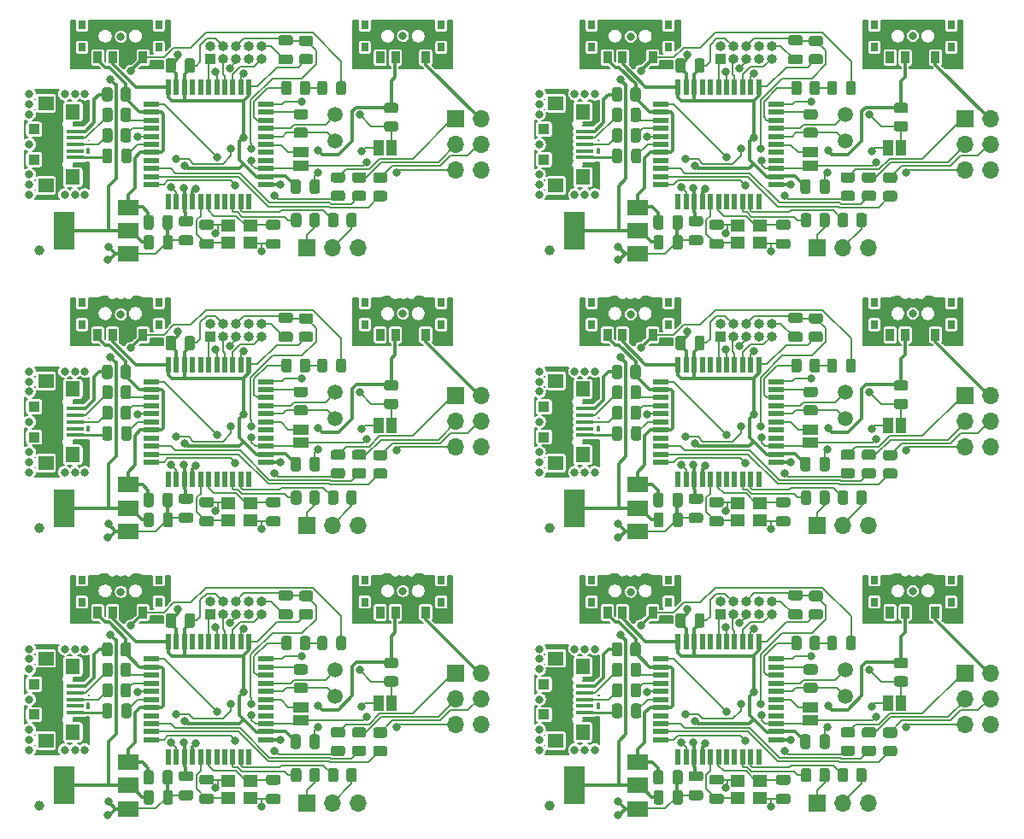
<source format=gtl>
%TF.GenerationSoftware,KiCad,Pcbnew,(5.1.10-1-10_14)*%
%TF.CreationDate,2021-09-25T17:02:54-04:00*%
%TF.ProjectId,pannel,70616e6e-656c-42e6-9b69-6361645f7063,rev?*%
%TF.SameCoordinates,Original*%
%TF.FileFunction,Copper,L1,Top*%
%TF.FilePolarity,Positive*%
%FSLAX46Y46*%
G04 Gerber Fmt 4.6, Leading zero omitted, Abs format (unit mm)*
G04 Created by KiCad (PCBNEW (5.1.10-1-10_14)) date 2021-09-25 17:02:54*
%MOMM*%
%LPD*%
G01*
G04 APERTURE LIST*
%TA.AperFunction,SMDPad,CuDef*%
%ADD10R,1.000000X1.500000*%
%TD*%
%TA.AperFunction,SMDPad,CuDef*%
%ADD11R,1.500000X1.000000*%
%TD*%
%TA.AperFunction,SMDPad,CuDef*%
%ADD12C,1.500000*%
%TD*%
%TA.AperFunction,SMDPad,CuDef*%
%ADD13R,0.550000X1.500000*%
%TD*%
%TA.AperFunction,SMDPad,CuDef*%
%ADD14R,1.500000X0.550000*%
%TD*%
%TA.AperFunction,SMDPad,CuDef*%
%ADD15R,0.800000X0.900000*%
%TD*%
%TA.AperFunction,SMDPad,CuDef*%
%ADD16R,0.900000X1.250000*%
%TD*%
%TA.AperFunction,ComponentPad*%
%ADD17R,1.700000X1.700000*%
%TD*%
%TA.AperFunction,ComponentPad*%
%ADD18O,1.700000X1.700000*%
%TD*%
%TA.AperFunction,SMDPad,CuDef*%
%ADD19R,1.100000X1.000000*%
%TD*%
%TA.AperFunction,SMDPad,CuDef*%
%ADD20R,1.500000X1.350000*%
%TD*%
%TA.AperFunction,SMDPad,CuDef*%
%ADD21R,1.400000X1.500000*%
%TD*%
%TA.AperFunction,SMDPad,CuDef*%
%ADD22R,1.800000X0.400000*%
%TD*%
%TA.AperFunction,SMDPad,CuDef*%
%ADD23R,2.000000X3.800000*%
%TD*%
%TA.AperFunction,SMDPad,CuDef*%
%ADD24R,2.000000X1.500000*%
%TD*%
%TA.AperFunction,SMDPad,CuDef*%
%ADD25R,1.400000X1.200000*%
%TD*%
%TA.AperFunction,ComponentPad*%
%ADD26O,1.000000X1.000000*%
%TD*%
%TA.AperFunction,ComponentPad*%
%ADD27R,1.000000X1.000000*%
%TD*%
%TA.AperFunction,SMDPad,CuDef*%
%ADD28C,1.000000*%
%TD*%
%TA.AperFunction,ViaPad*%
%ADD29C,0.800000*%
%TD*%
%TA.AperFunction,Conductor*%
%ADD30C,0.304800*%
%TD*%
%TA.AperFunction,Conductor*%
%ADD31C,0.152400*%
%TD*%
%TA.AperFunction,Conductor*%
%ADD32C,0.250000*%
%TD*%
%TA.AperFunction,NonConductor*%
%ADD33C,0.152400*%
%TD*%
%TA.AperFunction,NonConductor*%
%ADD34C,0.150000*%
%TD*%
G04 APERTURE END LIST*
%TO.P,C4,1*%
%TO.N,N/C*%
%TA.AperFunction,SMDPad,CuDef*%
G36*
G01*
X61610000Y66841500D02*
X61610000Y65891500D01*
G75*
G02*
X61360000Y65641500I-250000J0D01*
G01*
X60860000Y65641500D01*
G75*
G02*
X60610000Y65891500I0J250000D01*
G01*
X60610000Y66841500D01*
G75*
G02*
X60860000Y67091500I250000J0D01*
G01*
X61360000Y67091500D01*
G75*
G02*
X61610000Y66841500I0J-250000D01*
G01*
G37*
%TD.AperFunction*%
%TO.P,C4,2*%
%TA.AperFunction,SMDPad,CuDef*%
G36*
G01*
X59710000Y66841500D02*
X59710000Y65891500D01*
G75*
G02*
X59460000Y65641500I-250000J0D01*
G01*
X58960000Y65641500D01*
G75*
G02*
X58710000Y65891500I0J250000D01*
G01*
X58710000Y66841500D01*
G75*
G02*
X58960000Y67091500I250000J0D01*
G01*
X59460000Y67091500D01*
G75*
G02*
X59710000Y66841500I0J-250000D01*
G01*
G37*
%TD.AperFunction*%
%TD*%
%TO.P,C6,1*%
%TO.N,N/C*%
%TA.AperFunction,SMDPad,CuDef*%
G36*
G01*
X80271000Y63793500D02*
X80271000Y62843500D01*
G75*
G02*
X80021000Y62593500I-250000J0D01*
G01*
X79521000Y62593500D01*
G75*
G02*
X79271000Y62843500I0J250000D01*
G01*
X79271000Y63793500D01*
G75*
G02*
X79521000Y64043500I250000J0D01*
G01*
X80021000Y64043500D01*
G75*
G02*
X80271000Y63793500I0J-250000D01*
G01*
G37*
%TD.AperFunction*%
%TO.P,C6,2*%
%TA.AperFunction,SMDPad,CuDef*%
G36*
G01*
X78371000Y63793500D02*
X78371000Y62843500D01*
G75*
G02*
X78121000Y62593500I-250000J0D01*
G01*
X77621000Y62593500D01*
G75*
G02*
X77371000Y62843500I0J250000D01*
G01*
X77371000Y63793500D01*
G75*
G02*
X77621000Y64043500I250000J0D01*
G01*
X78121000Y64043500D01*
G75*
G02*
X78371000Y63793500I0J-250000D01*
G01*
G37*
%TD.AperFunction*%
%TD*%
D10*
%TO.P,JP2,2*%
%TO.N,N/C*%
X86060000Y67128500D03*
%TO.P,JP2,1*%
X87360000Y67128500D03*
%TD*%
D11*
%TO.P,JP3,2*%
%TO.N,N/C*%
X78376500Y65414000D03*
%TO.P,JP3,1*%
X78376500Y66714000D03*
%TD*%
%TO.P,R1,1*%
%TO.N,N/C*%
%TA.AperFunction,SMDPad,CuDef*%
G36*
G01*
X61559000Y68848502D02*
X61559000Y67948498D01*
G75*
G02*
X61309002Y67698500I-249998J0D01*
G01*
X60783998Y67698500D01*
G75*
G02*
X60534000Y67948498I0J249998D01*
G01*
X60534000Y68848502D01*
G75*
G02*
X60783998Y69098500I249998J0D01*
G01*
X61309002Y69098500D01*
G75*
G02*
X61559000Y68848502I0J-249998D01*
G01*
G37*
%TD.AperFunction*%
%TO.P,R1,2*%
%TA.AperFunction,SMDPad,CuDef*%
G36*
G01*
X59734000Y68848502D02*
X59734000Y67948498D01*
G75*
G02*
X59484002Y67698500I-249998J0D01*
G01*
X58958998Y67698500D01*
G75*
G02*
X58709000Y67948498I0J249998D01*
G01*
X58709000Y68848502D01*
G75*
G02*
X58958998Y69098500I249998J0D01*
G01*
X59484002Y69098500D01*
G75*
G02*
X59734000Y68848502I0J-249998D01*
G01*
G37*
%TD.AperFunction*%
%TD*%
%TO.P,R2,1*%
%TO.N,N/C*%
%TA.AperFunction,SMDPad,CuDef*%
G36*
G01*
X61559000Y70880502D02*
X61559000Y69980498D01*
G75*
G02*
X61309002Y69730500I-249998J0D01*
G01*
X60783998Y69730500D01*
G75*
G02*
X60534000Y69980498I0J249998D01*
G01*
X60534000Y70880502D01*
G75*
G02*
X60783998Y71130500I249998J0D01*
G01*
X61309002Y71130500D01*
G75*
G02*
X61559000Y70880502I0J-249998D01*
G01*
G37*
%TD.AperFunction*%
%TO.P,R2,2*%
%TA.AperFunction,SMDPad,CuDef*%
G36*
G01*
X59734000Y70880502D02*
X59734000Y69980498D01*
G75*
G02*
X59484002Y69730500I-249998J0D01*
G01*
X58958998Y69730500D01*
G75*
G02*
X58709000Y69980498I0J249998D01*
G01*
X58709000Y70880502D01*
G75*
G02*
X58958998Y71130500I249998J0D01*
G01*
X59484002Y71130500D01*
G75*
G02*
X59734000Y70880502I0J-249998D01*
G01*
G37*
%TD.AperFunction*%
%TD*%
%TO.P,R3,1*%
%TO.N,N/C*%
%TA.AperFunction,SMDPad,CuDef*%
G36*
G01*
X79347202Y75420900D02*
X78447198Y75420900D01*
G75*
G02*
X78197200Y75670898I0J249998D01*
G01*
X78197200Y76195902D01*
G75*
G02*
X78447198Y76445900I249998J0D01*
G01*
X79347202Y76445900D01*
G75*
G02*
X79597200Y76195902I0J-249998D01*
G01*
X79597200Y75670898D01*
G75*
G02*
X79347202Y75420900I-249998J0D01*
G01*
G37*
%TD.AperFunction*%
%TO.P,R3,2*%
%TA.AperFunction,SMDPad,CuDef*%
G36*
G01*
X79347202Y77245900D02*
X78447198Y77245900D01*
G75*
G02*
X78197200Y77495898I0J249998D01*
G01*
X78197200Y78020902D01*
G75*
G02*
X78447198Y78270900I249998J0D01*
G01*
X79347202Y78270900D01*
G75*
G02*
X79597200Y78020902I0J-249998D01*
G01*
X79597200Y77495898D01*
G75*
G02*
X79347202Y77245900I-249998J0D01*
G01*
G37*
%TD.AperFunction*%
%TD*%
%TO.P,R4,1*%
%TO.N,N/C*%
%TA.AperFunction,SMDPad,CuDef*%
G36*
G01*
X78826502Y68140000D02*
X77926498Y68140000D01*
G75*
G02*
X77676500Y68389998I0J249998D01*
G01*
X77676500Y68915002D01*
G75*
G02*
X77926498Y69165000I249998J0D01*
G01*
X78826502Y69165000D01*
G75*
G02*
X79076500Y68915002I0J-249998D01*
G01*
X79076500Y68389998D01*
G75*
G02*
X78826502Y68140000I-249998J0D01*
G01*
G37*
%TD.AperFunction*%
%TO.P,R4,2*%
%TA.AperFunction,SMDPad,CuDef*%
G36*
G01*
X78826502Y69965000D02*
X77926498Y69965000D01*
G75*
G02*
X77676500Y70214998I0J249998D01*
G01*
X77676500Y70740002D01*
G75*
G02*
X77926498Y70990000I249998J0D01*
G01*
X78826502Y70990000D01*
G75*
G02*
X79076500Y70740002I0J-249998D01*
G01*
X79076500Y70214998D01*
G75*
G02*
X78826502Y69965000I-249998J0D01*
G01*
G37*
%TD.AperFunction*%
%TD*%
%TO.P,R5,1*%
%TO.N,N/C*%
%TA.AperFunction,SMDPad,CuDef*%
G36*
G01*
X86879998Y71625000D02*
X87780002Y71625000D01*
G75*
G02*
X88030000Y71375002I0J-249998D01*
G01*
X88030000Y70849998D01*
G75*
G02*
X87780002Y70600000I-249998J0D01*
G01*
X86879998Y70600000D01*
G75*
G02*
X86630000Y70849998I0J249998D01*
G01*
X86630000Y71375002D01*
G75*
G02*
X86879998Y71625000I249998J0D01*
G01*
G37*
%TD.AperFunction*%
%TO.P,R5,2*%
%TA.AperFunction,SMDPad,CuDef*%
G36*
G01*
X86879998Y69800000D02*
X87780002Y69800000D01*
G75*
G02*
X88030000Y69550002I0J-249998D01*
G01*
X88030000Y69024998D01*
G75*
G02*
X87780002Y68775000I-249998J0D01*
G01*
X86879998Y68775000D01*
G75*
G02*
X86630000Y69024998I0J249998D01*
G01*
X86630000Y69550002D01*
G75*
G02*
X86879998Y69800000I249998J0D01*
G01*
G37*
%TD.AperFunction*%
%TD*%
%TO.P,R6,1*%
%TO.N,N/C*%
%TA.AperFunction,SMDPad,CuDef*%
G36*
G01*
X79308100Y73534802D02*
X79308100Y72634798D01*
G75*
G02*
X79058102Y72384800I-249998J0D01*
G01*
X78533098Y72384800D01*
G75*
G02*
X78283100Y72634798I0J249998D01*
G01*
X78283100Y73534802D01*
G75*
G02*
X78533098Y73784800I249998J0D01*
G01*
X79058102Y73784800D01*
G75*
G02*
X79308100Y73534802I0J-249998D01*
G01*
G37*
%TD.AperFunction*%
%TO.P,R6,2*%
%TA.AperFunction,SMDPad,CuDef*%
G36*
G01*
X77483100Y73534802D02*
X77483100Y72634798D01*
G75*
G02*
X77233102Y72384800I-249998J0D01*
G01*
X76708098Y72384800D01*
G75*
G02*
X76458100Y72634798I0J249998D01*
G01*
X76458100Y73534802D01*
G75*
G02*
X76708098Y73784800I249998J0D01*
G01*
X77233102Y73784800D01*
G75*
G02*
X77483100Y73534802I0J-249998D01*
G01*
G37*
%TD.AperFunction*%
%TD*%
%TO.P,R7,1*%
%TO.N,N/C*%
%TA.AperFunction,SMDPad,CuDef*%
G36*
G01*
X81609498Y64743500D02*
X82509502Y64743500D01*
G75*
G02*
X82759500Y64493502I0J-249998D01*
G01*
X82759500Y63968498D01*
G75*
G02*
X82509502Y63718500I-249998J0D01*
G01*
X81609498Y63718500D01*
G75*
G02*
X81359500Y63968498I0J249998D01*
G01*
X81359500Y64493502D01*
G75*
G02*
X81609498Y64743500I249998J0D01*
G01*
G37*
%TD.AperFunction*%
%TO.P,R7,2*%
%TA.AperFunction,SMDPad,CuDef*%
G36*
G01*
X81609498Y62918500D02*
X82509502Y62918500D01*
G75*
G02*
X82759500Y62668502I0J-249998D01*
G01*
X82759500Y62143498D01*
G75*
G02*
X82509502Y61893500I-249998J0D01*
G01*
X81609498Y61893500D01*
G75*
G02*
X81359500Y62143498I0J249998D01*
G01*
X81359500Y62668502D01*
G75*
G02*
X81609498Y62918500I249998J0D01*
G01*
G37*
%TD.AperFunction*%
%TD*%
%TO.P,R8,1*%
%TO.N,N/C*%
%TA.AperFunction,SMDPad,CuDef*%
G36*
G01*
X85800498Y64720000D02*
X86700502Y64720000D01*
G75*
G02*
X86950500Y64470002I0J-249998D01*
G01*
X86950500Y63944998D01*
G75*
G02*
X86700502Y63695000I-249998J0D01*
G01*
X85800498Y63695000D01*
G75*
G02*
X85550500Y63944998I0J249998D01*
G01*
X85550500Y64470002D01*
G75*
G02*
X85800498Y64720000I249998J0D01*
G01*
G37*
%TD.AperFunction*%
%TO.P,R8,2*%
%TA.AperFunction,SMDPad,CuDef*%
G36*
G01*
X85800498Y62895000D02*
X86700502Y62895000D01*
G75*
G02*
X86950500Y62645002I0J-249998D01*
G01*
X86950500Y62119998D01*
G75*
G02*
X86700502Y61870000I-249998J0D01*
G01*
X85800498Y61870000D01*
G75*
G02*
X85550500Y62119998I0J249998D01*
G01*
X85550500Y62645002D01*
G75*
G02*
X85800498Y62895000I249998J0D01*
G01*
G37*
%TD.AperFunction*%
%TD*%
%TO.P,R9,1*%
%TO.N,N/C*%
%TA.AperFunction,SMDPad,CuDef*%
G36*
G01*
X83704998Y64743500D02*
X84605002Y64743500D01*
G75*
G02*
X84855000Y64493502I0J-249998D01*
G01*
X84855000Y63968498D01*
G75*
G02*
X84605002Y63718500I-249998J0D01*
G01*
X83704998Y63718500D01*
G75*
G02*
X83455000Y63968498I0J249998D01*
G01*
X83455000Y64493502D01*
G75*
G02*
X83704998Y64743500I249998J0D01*
G01*
G37*
%TD.AperFunction*%
%TO.P,R9,2*%
%TA.AperFunction,SMDPad,CuDef*%
G36*
G01*
X83704998Y62918500D02*
X84605002Y62918500D01*
G75*
G02*
X84855000Y62668502I0J-249998D01*
G01*
X84855000Y62143498D01*
G75*
G02*
X84605002Y61893500I-249998J0D01*
G01*
X83704998Y61893500D01*
G75*
G02*
X83455000Y62143498I0J249998D01*
G01*
X83455000Y62668502D01*
G75*
G02*
X83704998Y62918500I249998J0D01*
G01*
G37*
%TD.AperFunction*%
%TD*%
D12*
%TO.P,TP2,1*%
%TO.N,N/C*%
X81805500Y70430500D03*
%TD*%
%TO.P,TP3,1*%
%TO.N,N/C*%
X81805500Y67827000D03*
%TD*%
D13*
%TO.P,U1,44*%
%TO.N,N/C*%
X65250000Y73200000D03*
%TO.P,U1,43*%
X66050000Y73200000D03*
%TO.P,U1,42*%
X66850000Y73200000D03*
%TO.P,U1,41*%
X67650000Y73200000D03*
%TO.P,U1,40*%
X68450000Y73200000D03*
%TO.P,U1,39*%
X69250000Y73200000D03*
%TO.P,U1,38*%
X70050000Y73200000D03*
%TO.P,U1,37*%
X70850000Y73200000D03*
%TO.P,U1,36*%
X71650000Y73200000D03*
%TO.P,U1,35*%
X72450000Y73200000D03*
%TO.P,U1,34*%
X73250000Y73200000D03*
D14*
%TO.P,U1,33*%
X74950000Y71500000D03*
%TO.P,U1,32*%
X74950000Y70700000D03*
%TO.P,U1,31*%
X74950000Y69900000D03*
%TO.P,U1,30*%
X74950000Y69100000D03*
%TO.P,U1,29*%
X74950000Y68300000D03*
%TO.P,U1,28*%
X74950000Y67500000D03*
%TO.P,U1,27*%
X74950000Y66700000D03*
%TO.P,U1,26*%
X74950000Y65900000D03*
%TO.P,U1,25*%
X74950000Y65100000D03*
%TO.P,U1,24*%
X74950000Y64300000D03*
%TO.P,U1,23*%
X74950000Y63500000D03*
D13*
%TO.P,U1,22*%
X73250000Y61800000D03*
%TO.P,U1,21*%
X72450000Y61800000D03*
%TO.P,U1,20*%
X71650000Y61800000D03*
%TO.P,U1,19*%
X70850000Y61800000D03*
%TO.P,U1,18*%
X70050000Y61800000D03*
%TO.P,U1,17*%
X69250000Y61800000D03*
%TO.P,U1,16*%
X68450000Y61800000D03*
%TO.P,U1,15*%
X67650000Y61800000D03*
%TO.P,U1,14*%
X66850000Y61800000D03*
%TO.P,U1,13*%
X66050000Y61800000D03*
%TO.P,U1,12*%
X65250000Y61800000D03*
D14*
%TO.P,U1,11*%
X63550000Y63500000D03*
%TO.P,U1,10*%
X63550000Y64300000D03*
%TO.P,U1,9*%
X63550000Y65100000D03*
%TO.P,U1,8*%
X63550000Y65900000D03*
%TO.P,U1,7*%
X63550000Y66700000D03*
%TO.P,U1,6*%
X63550000Y67500000D03*
%TO.P,U1,5*%
X63550000Y68300000D03*
%TO.P,U1,4*%
X63550000Y69100000D03*
%TO.P,U1,3*%
X63550000Y69900000D03*
%TO.P,U1,2*%
X63550000Y70700000D03*
%TO.P,U1,1*%
X63550000Y71500000D03*
%TD*%
D15*
%TO.P,SW2,6*%
%TO.N,N/C*%
X84700000Y77141000D03*
X92300000Y77141000D03*
X92300000Y79341000D03*
X84700000Y79341000D03*
D16*
%TO.P,SW2,1*%
X86250000Y76116000D03*
%TO.P,SW2,2*%
X87750000Y76116000D03*
%TO.P,SW2,3*%
X90750000Y76116000D03*
%TD*%
D17*
%TO.P,J3,1*%
%TO.N,N/C*%
X79000000Y57250000D03*
D18*
%TO.P,J3,2*%
X81540000Y57250000D03*
%TO.P,J3,3*%
X84080000Y57250000D03*
%TD*%
D19*
%TO.P,J1,6*%
%TO.N,N/C*%
X51959500Y66000000D03*
X51959500Y69000000D03*
D20*
X53130000Y71575000D03*
X53130000Y63425000D03*
D21*
X55809500Y70750000D03*
X55809500Y64250000D03*
D22*
%TO.P,J1,5*%
X56000000Y66200000D03*
%TO.P,J1,4*%
X56000000Y66850000D03*
%TO.P,J1,1*%
X56000000Y68800000D03*
%TO.P,J1,2*%
X56000000Y68150000D03*
%TO.P,J1,3*%
X56000000Y67500000D03*
%TD*%
%TO.P,C3,1*%
%TO.N,N/C*%
%TA.AperFunction,SMDPad,CuDef*%
G36*
G01*
X64991000Y74845000D02*
X64991000Y75795000D01*
G75*
G02*
X65241000Y76045000I250000J0D01*
G01*
X65741000Y76045000D01*
G75*
G02*
X65991000Y75795000I0J-250000D01*
G01*
X65991000Y74845000D01*
G75*
G02*
X65741000Y74595000I-250000J0D01*
G01*
X65241000Y74595000D01*
G75*
G02*
X64991000Y74845000I0J250000D01*
G01*
G37*
%TD.AperFunction*%
%TO.P,C3,2*%
%TA.AperFunction,SMDPad,CuDef*%
G36*
G01*
X66891000Y74845000D02*
X66891000Y75795000D01*
G75*
G02*
X67141000Y76045000I250000J0D01*
G01*
X67641000Y76045000D01*
G75*
G02*
X67891000Y75795000I0J-250000D01*
G01*
X67891000Y74845000D01*
G75*
G02*
X67641000Y74595000I-250000J0D01*
G01*
X67141000Y74595000D01*
G75*
G02*
X66891000Y74845000I0J250000D01*
G01*
G37*
%TD.AperFunction*%
%TD*%
%TO.P,C7,1*%
%TO.N,N/C*%
%TA.AperFunction,SMDPad,CuDef*%
G36*
G01*
X62801600Y59300200D02*
X62801600Y60250200D01*
G75*
G02*
X63051600Y60500200I250000J0D01*
G01*
X63551600Y60500200D01*
G75*
G02*
X63801600Y60250200I0J-250000D01*
G01*
X63801600Y59300200D01*
G75*
G02*
X63551600Y59050200I-250000J0D01*
G01*
X63051600Y59050200D01*
G75*
G02*
X62801600Y59300200I0J250000D01*
G01*
G37*
%TD.AperFunction*%
%TO.P,C7,2*%
%TA.AperFunction,SMDPad,CuDef*%
G36*
G01*
X64701600Y59300200D02*
X64701600Y60250200D01*
G75*
G02*
X64951600Y60500200I250000J0D01*
G01*
X65451600Y60500200D01*
G75*
G02*
X65701600Y60250200I0J-250000D01*
G01*
X65701600Y59300200D01*
G75*
G02*
X65451600Y59050200I-250000J0D01*
G01*
X64951600Y59050200D01*
G75*
G02*
X64701600Y59300200I0J250000D01*
G01*
G37*
%TD.AperFunction*%
%TD*%
%TO.P,C8,1*%
%TO.N,N/C*%
%TA.AperFunction,SMDPad,CuDef*%
G36*
G01*
X62816800Y57319000D02*
X62816800Y58269000D01*
G75*
G02*
X63066800Y58519000I250000J0D01*
G01*
X63566800Y58519000D01*
G75*
G02*
X63816800Y58269000I0J-250000D01*
G01*
X63816800Y57319000D01*
G75*
G02*
X63566800Y57069000I-250000J0D01*
G01*
X63066800Y57069000D01*
G75*
G02*
X62816800Y57319000I0J250000D01*
G01*
G37*
%TD.AperFunction*%
%TO.P,C8,2*%
%TA.AperFunction,SMDPad,CuDef*%
G36*
G01*
X64716800Y57319000D02*
X64716800Y58269000D01*
G75*
G02*
X64966800Y58519000I250000J0D01*
G01*
X65466800Y58519000D01*
G75*
G02*
X65716800Y58269000I0J-250000D01*
G01*
X65716800Y57319000D01*
G75*
G02*
X65466800Y57069000I-250000J0D01*
G01*
X64966800Y57069000D01*
G75*
G02*
X64716800Y57319000I0J250000D01*
G01*
G37*
%TD.AperFunction*%
%TD*%
%TO.P,D1,1*%
%TO.N,N/C*%
%TA.AperFunction,SMDPad,CuDef*%
G36*
G01*
X80012200Y72628550D02*
X80012200Y73541050D01*
G75*
G02*
X80255950Y73784800I243750J0D01*
G01*
X80743450Y73784800D01*
G75*
G02*
X80987200Y73541050I0J-243750D01*
G01*
X80987200Y72628550D01*
G75*
G02*
X80743450Y72384800I-243750J0D01*
G01*
X80255950Y72384800D01*
G75*
G02*
X80012200Y72628550I0J243750D01*
G01*
G37*
%TD.AperFunction*%
%TO.P,D1,2*%
%TA.AperFunction,SMDPad,CuDef*%
G36*
G01*
X81887200Y72628550D02*
X81887200Y73541050D01*
G75*
G02*
X82130950Y73784800I243750J0D01*
G01*
X82618450Y73784800D01*
G75*
G02*
X82862200Y73541050I0J-243750D01*
G01*
X82862200Y72628550D01*
G75*
G02*
X82618450Y72384800I-243750J0D01*
G01*
X82130950Y72384800D01*
G75*
G02*
X81887200Y72628550I0J243750D01*
G01*
G37*
%TD.AperFunction*%
%TD*%
D15*
%TO.P,SW1,6*%
%TO.N,N/C*%
X56700000Y77141000D03*
X64300000Y77141000D03*
X64300000Y79341000D03*
X56700000Y79341000D03*
D16*
%TO.P,SW1,1*%
X58250000Y76116000D03*
%TO.P,SW1,2*%
X59750000Y76116000D03*
%TO.P,SW1,3*%
X62750000Y76116000D03*
%TD*%
D23*
%TO.P,U2,2*%
%TO.N,N/C*%
X54970000Y58969500D03*
D24*
X61270000Y58969500D03*
%TO.P,U2,3*%
X61270000Y61269500D03*
%TO.P,U2,1*%
X61270000Y56669500D03*
%TD*%
%TO.P,C1,2*%
%TO.N,N/C*%
%TA.AperFunction,SMDPad,CuDef*%
G36*
G01*
X76133700Y59041600D02*
X75183700Y59041600D01*
G75*
G02*
X74933700Y59291600I0J250000D01*
G01*
X74933700Y59791600D01*
G75*
G02*
X75183700Y60041600I250000J0D01*
G01*
X76133700Y60041600D01*
G75*
G02*
X76383700Y59791600I0J-250000D01*
G01*
X76383700Y59291600D01*
G75*
G02*
X76133700Y59041600I-250000J0D01*
G01*
G37*
%TD.AperFunction*%
%TO.P,C1,1*%
%TA.AperFunction,SMDPad,CuDef*%
G36*
G01*
X76133700Y57141600D02*
X75183700Y57141600D01*
G75*
G02*
X74933700Y57391600I0J250000D01*
G01*
X74933700Y57891600D01*
G75*
G02*
X75183700Y58141600I250000J0D01*
G01*
X76133700Y58141600D01*
G75*
G02*
X76383700Y57891600I0J-250000D01*
G01*
X76383700Y57391600D01*
G75*
G02*
X76133700Y57141600I-250000J0D01*
G01*
G37*
%TD.AperFunction*%
%TD*%
%TO.P,C5,1*%
%TO.N,N/C*%
%TA.AperFunction,SMDPad,CuDef*%
G36*
G01*
X67485000Y57497200D02*
X66535000Y57497200D01*
G75*
G02*
X66285000Y57747200I0J250000D01*
G01*
X66285000Y58247200D01*
G75*
G02*
X66535000Y58497200I250000J0D01*
G01*
X67485000Y58497200D01*
G75*
G02*
X67735000Y58247200I0J-250000D01*
G01*
X67735000Y57747200D01*
G75*
G02*
X67485000Y57497200I-250000J0D01*
G01*
G37*
%TD.AperFunction*%
%TO.P,C5,2*%
%TA.AperFunction,SMDPad,CuDef*%
G36*
G01*
X67485000Y59397200D02*
X66535000Y59397200D01*
G75*
G02*
X66285000Y59647200I0J250000D01*
G01*
X66285000Y60147200D01*
G75*
G02*
X66535000Y60397200I250000J0D01*
G01*
X67485000Y60397200D01*
G75*
G02*
X67735000Y60147200I0J-250000D01*
G01*
X67735000Y59647200D01*
G75*
G02*
X67485000Y59397200I-250000J0D01*
G01*
G37*
%TD.AperFunction*%
%TD*%
%TO.P,R11,1*%
%TO.N,N/C*%
%TA.AperFunction,SMDPad,CuDef*%
G36*
G01*
X83925000Y60450002D02*
X83925000Y59549998D01*
G75*
G02*
X83675002Y59300000I-249998J0D01*
G01*
X83149998Y59300000D01*
G75*
G02*
X82900000Y59549998I0J249998D01*
G01*
X82900000Y60450002D01*
G75*
G02*
X83149998Y60700000I249998J0D01*
G01*
X83675002Y60700000D01*
G75*
G02*
X83925000Y60450002I0J-249998D01*
G01*
G37*
%TD.AperFunction*%
%TO.P,R11,2*%
%TA.AperFunction,SMDPad,CuDef*%
G36*
G01*
X82100000Y60450002D02*
X82100000Y59549998D01*
G75*
G02*
X81850002Y59300000I-249998J0D01*
G01*
X81324998Y59300000D01*
G75*
G02*
X81075000Y59549998I0J249998D01*
G01*
X81075000Y60450002D01*
G75*
G02*
X81324998Y60700000I249998J0D01*
G01*
X81850002Y60700000D01*
G75*
G02*
X82100000Y60450002I0J-249998D01*
G01*
G37*
%TD.AperFunction*%
%TD*%
%TO.P,R10,1*%
%TO.N,N/C*%
%TA.AperFunction,SMDPad,CuDef*%
G36*
G01*
X80262500Y60450002D02*
X80262500Y59549998D01*
G75*
G02*
X80012502Y59300000I-249998J0D01*
G01*
X79487498Y59300000D01*
G75*
G02*
X79237500Y59549998I0J249998D01*
G01*
X79237500Y60450002D01*
G75*
G02*
X79487498Y60700000I249998J0D01*
G01*
X80012502Y60700000D01*
G75*
G02*
X80262500Y60450002I0J-249998D01*
G01*
G37*
%TD.AperFunction*%
%TO.P,R10,2*%
%TA.AperFunction,SMDPad,CuDef*%
G36*
G01*
X78437500Y60450002D02*
X78437500Y59549998D01*
G75*
G02*
X78187502Y59300000I-249998J0D01*
G01*
X77662498Y59300000D01*
G75*
G02*
X77412500Y59549998I0J249998D01*
G01*
X77412500Y60450002D01*
G75*
G02*
X77662498Y60700000I249998J0D01*
G01*
X78187502Y60700000D01*
G75*
G02*
X78437500Y60450002I0J-249998D01*
G01*
G37*
%TD.AperFunction*%
%TD*%
D25*
%TO.P,Y1,4*%
%TO.N,N/C*%
X73393200Y57744100D03*
%TO.P,Y1,3*%
X71193200Y57744100D03*
%TO.P,Y1,2*%
X71193200Y59444100D03*
%TO.P,Y1,1*%
X73393200Y59444100D03*
%TD*%
%TO.P,C2,2*%
%TO.N,N/C*%
%TA.AperFunction,SMDPad,CuDef*%
G36*
G01*
X68579700Y58146600D02*
X69529700Y58146600D01*
G75*
G02*
X69779700Y57896600I0J-250000D01*
G01*
X69779700Y57396600D01*
G75*
G02*
X69529700Y57146600I-250000J0D01*
G01*
X68579700Y57146600D01*
G75*
G02*
X68329700Y57396600I0J250000D01*
G01*
X68329700Y57896600D01*
G75*
G02*
X68579700Y58146600I250000J0D01*
G01*
G37*
%TD.AperFunction*%
%TO.P,C2,1*%
%TA.AperFunction,SMDPad,CuDef*%
G36*
G01*
X68579700Y60046600D02*
X69529700Y60046600D01*
G75*
G02*
X69779700Y59796600I0J-250000D01*
G01*
X69779700Y59296600D01*
G75*
G02*
X69529700Y59046600I-250000J0D01*
G01*
X68579700Y59046600D01*
G75*
G02*
X68329700Y59296600I0J250000D01*
G01*
X68329700Y59796600D01*
G75*
G02*
X68579700Y60046600I250000J0D01*
G01*
G37*
%TD.AperFunction*%
%TD*%
%TO.P,C9,2*%
%TO.N,N/C*%
%TA.AperFunction,SMDPad,CuDef*%
G36*
G01*
X77352900Y77319400D02*
X76402900Y77319400D01*
G75*
G02*
X76152900Y77569400I0J250000D01*
G01*
X76152900Y78069400D01*
G75*
G02*
X76402900Y78319400I250000J0D01*
G01*
X77352900Y78319400D01*
G75*
G02*
X77602900Y78069400I0J-250000D01*
G01*
X77602900Y77569400D01*
G75*
G02*
X77352900Y77319400I-250000J0D01*
G01*
G37*
%TD.AperFunction*%
%TO.P,C9,1*%
%TA.AperFunction,SMDPad,CuDef*%
G36*
G01*
X77352900Y75419400D02*
X76402900Y75419400D01*
G75*
G02*
X76152900Y75669400I0J250000D01*
G01*
X76152900Y76169400D01*
G75*
G02*
X76402900Y76419400I250000J0D01*
G01*
X77352900Y76419400D01*
G75*
G02*
X77602900Y76169400I0J-250000D01*
G01*
X77602900Y75669400D01*
G75*
G02*
X77352900Y75419400I-250000J0D01*
G01*
G37*
%TD.AperFunction*%
%TD*%
%TO.P,F1,1*%
%TO.N,N/C*%
%TA.AperFunction,SMDPad,CuDef*%
G36*
G01*
X61550000Y72900002D02*
X61550000Y71999998D01*
G75*
G02*
X61300002Y71750000I-249998J0D01*
G01*
X60774998Y71750000D01*
G75*
G02*
X60525000Y71999998I0J249998D01*
G01*
X60525000Y72900002D01*
G75*
G02*
X60774998Y73150000I249998J0D01*
G01*
X61300002Y73150000D01*
G75*
G02*
X61550000Y72900002I0J-249998D01*
G01*
G37*
%TD.AperFunction*%
%TO.P,F1,2*%
%TA.AperFunction,SMDPad,CuDef*%
G36*
G01*
X59725000Y72900002D02*
X59725000Y71999998D01*
G75*
G02*
X59475002Y71750000I-249998J0D01*
G01*
X58949998Y71750000D01*
G75*
G02*
X58700000Y71999998I0J249998D01*
G01*
X58700000Y72900002D01*
G75*
G02*
X58949998Y73150000I249998J0D01*
G01*
X59475002Y73150000D01*
G75*
G02*
X59725000Y72900002I0J-249998D01*
G01*
G37*
%TD.AperFunction*%
%TD*%
D26*
%TO.P,JPROG1,10*%
%TO.N,N/C*%
X74503000Y77225000D03*
%TO.P,JPROG1,9*%
X74503000Y75955000D03*
%TO.P,JPROG1,8*%
X73233000Y77225000D03*
%TO.P,JPROG1,7*%
X73233000Y75955000D03*
%TO.P,JPROG1,6*%
X71963000Y77225000D03*
%TO.P,JPROG1,5*%
X71963000Y75955000D03*
%TO.P,JPROG1,4*%
X70693000Y77225000D03*
%TO.P,JPROG1,3*%
X70693000Y75955000D03*
%TO.P,JPROG1,2*%
X69423000Y77225000D03*
D27*
%TO.P,JPROG1,1*%
X69423000Y75955000D03*
%TD*%
D17*
%TO.P,J2,1*%
%TO.N,N/C*%
X93710000Y70080000D03*
D18*
%TO.P,J2,2*%
X96250000Y70080000D03*
%TO.P,J2,3*%
X93710000Y67540000D03*
%TO.P,J2,4*%
X96250000Y67540000D03*
%TO.P,J2,5*%
X93710000Y65000000D03*
%TO.P,J2,6*%
X96250000Y65000000D03*
%TD*%
%TO.P,C4,1*%
%TO.N,N/C*%
%TA.AperFunction,SMDPad,CuDef*%
G36*
G01*
X61610000Y39341500D02*
X61610000Y38391500D01*
G75*
G02*
X61360000Y38141500I-250000J0D01*
G01*
X60860000Y38141500D01*
G75*
G02*
X60610000Y38391500I0J250000D01*
G01*
X60610000Y39341500D01*
G75*
G02*
X60860000Y39591500I250000J0D01*
G01*
X61360000Y39591500D01*
G75*
G02*
X61610000Y39341500I0J-250000D01*
G01*
G37*
%TD.AperFunction*%
%TO.P,C4,2*%
%TA.AperFunction,SMDPad,CuDef*%
G36*
G01*
X59710000Y39341500D02*
X59710000Y38391500D01*
G75*
G02*
X59460000Y38141500I-250000J0D01*
G01*
X58960000Y38141500D01*
G75*
G02*
X58710000Y38391500I0J250000D01*
G01*
X58710000Y39341500D01*
G75*
G02*
X58960000Y39591500I250000J0D01*
G01*
X59460000Y39591500D01*
G75*
G02*
X59710000Y39341500I0J-250000D01*
G01*
G37*
%TD.AperFunction*%
%TD*%
%TO.P,C6,1*%
%TO.N,N/C*%
%TA.AperFunction,SMDPad,CuDef*%
G36*
G01*
X80271000Y36293500D02*
X80271000Y35343500D01*
G75*
G02*
X80021000Y35093500I-250000J0D01*
G01*
X79521000Y35093500D01*
G75*
G02*
X79271000Y35343500I0J250000D01*
G01*
X79271000Y36293500D01*
G75*
G02*
X79521000Y36543500I250000J0D01*
G01*
X80021000Y36543500D01*
G75*
G02*
X80271000Y36293500I0J-250000D01*
G01*
G37*
%TD.AperFunction*%
%TO.P,C6,2*%
%TA.AperFunction,SMDPad,CuDef*%
G36*
G01*
X78371000Y36293500D02*
X78371000Y35343500D01*
G75*
G02*
X78121000Y35093500I-250000J0D01*
G01*
X77621000Y35093500D01*
G75*
G02*
X77371000Y35343500I0J250000D01*
G01*
X77371000Y36293500D01*
G75*
G02*
X77621000Y36543500I250000J0D01*
G01*
X78121000Y36543500D01*
G75*
G02*
X78371000Y36293500I0J-250000D01*
G01*
G37*
%TD.AperFunction*%
%TD*%
D10*
%TO.P,JP2,2*%
%TO.N,N/C*%
X86060000Y39628500D03*
%TO.P,JP2,1*%
X87360000Y39628500D03*
%TD*%
D11*
%TO.P,JP3,2*%
%TO.N,N/C*%
X78376500Y37914000D03*
%TO.P,JP3,1*%
X78376500Y39214000D03*
%TD*%
%TO.P,R1,1*%
%TO.N,N/C*%
%TA.AperFunction,SMDPad,CuDef*%
G36*
G01*
X61559000Y41348502D02*
X61559000Y40448498D01*
G75*
G02*
X61309002Y40198500I-249998J0D01*
G01*
X60783998Y40198500D01*
G75*
G02*
X60534000Y40448498I0J249998D01*
G01*
X60534000Y41348502D01*
G75*
G02*
X60783998Y41598500I249998J0D01*
G01*
X61309002Y41598500D01*
G75*
G02*
X61559000Y41348502I0J-249998D01*
G01*
G37*
%TD.AperFunction*%
%TO.P,R1,2*%
%TA.AperFunction,SMDPad,CuDef*%
G36*
G01*
X59734000Y41348502D02*
X59734000Y40448498D01*
G75*
G02*
X59484002Y40198500I-249998J0D01*
G01*
X58958998Y40198500D01*
G75*
G02*
X58709000Y40448498I0J249998D01*
G01*
X58709000Y41348502D01*
G75*
G02*
X58958998Y41598500I249998J0D01*
G01*
X59484002Y41598500D01*
G75*
G02*
X59734000Y41348502I0J-249998D01*
G01*
G37*
%TD.AperFunction*%
%TD*%
%TO.P,R2,1*%
%TO.N,N/C*%
%TA.AperFunction,SMDPad,CuDef*%
G36*
G01*
X61559000Y43380502D02*
X61559000Y42480498D01*
G75*
G02*
X61309002Y42230500I-249998J0D01*
G01*
X60783998Y42230500D01*
G75*
G02*
X60534000Y42480498I0J249998D01*
G01*
X60534000Y43380502D01*
G75*
G02*
X60783998Y43630500I249998J0D01*
G01*
X61309002Y43630500D01*
G75*
G02*
X61559000Y43380502I0J-249998D01*
G01*
G37*
%TD.AperFunction*%
%TO.P,R2,2*%
%TA.AperFunction,SMDPad,CuDef*%
G36*
G01*
X59734000Y43380502D02*
X59734000Y42480498D01*
G75*
G02*
X59484002Y42230500I-249998J0D01*
G01*
X58958998Y42230500D01*
G75*
G02*
X58709000Y42480498I0J249998D01*
G01*
X58709000Y43380502D01*
G75*
G02*
X58958998Y43630500I249998J0D01*
G01*
X59484002Y43630500D01*
G75*
G02*
X59734000Y43380502I0J-249998D01*
G01*
G37*
%TD.AperFunction*%
%TD*%
%TO.P,R3,1*%
%TO.N,N/C*%
%TA.AperFunction,SMDPad,CuDef*%
G36*
G01*
X79347202Y47920900D02*
X78447198Y47920900D01*
G75*
G02*
X78197200Y48170898I0J249998D01*
G01*
X78197200Y48695902D01*
G75*
G02*
X78447198Y48945900I249998J0D01*
G01*
X79347202Y48945900D01*
G75*
G02*
X79597200Y48695902I0J-249998D01*
G01*
X79597200Y48170898D01*
G75*
G02*
X79347202Y47920900I-249998J0D01*
G01*
G37*
%TD.AperFunction*%
%TO.P,R3,2*%
%TA.AperFunction,SMDPad,CuDef*%
G36*
G01*
X79347202Y49745900D02*
X78447198Y49745900D01*
G75*
G02*
X78197200Y49995898I0J249998D01*
G01*
X78197200Y50520902D01*
G75*
G02*
X78447198Y50770900I249998J0D01*
G01*
X79347202Y50770900D01*
G75*
G02*
X79597200Y50520902I0J-249998D01*
G01*
X79597200Y49995898D01*
G75*
G02*
X79347202Y49745900I-249998J0D01*
G01*
G37*
%TD.AperFunction*%
%TD*%
%TO.P,R4,1*%
%TO.N,N/C*%
%TA.AperFunction,SMDPad,CuDef*%
G36*
G01*
X78826502Y40640000D02*
X77926498Y40640000D01*
G75*
G02*
X77676500Y40889998I0J249998D01*
G01*
X77676500Y41415002D01*
G75*
G02*
X77926498Y41665000I249998J0D01*
G01*
X78826502Y41665000D01*
G75*
G02*
X79076500Y41415002I0J-249998D01*
G01*
X79076500Y40889998D01*
G75*
G02*
X78826502Y40640000I-249998J0D01*
G01*
G37*
%TD.AperFunction*%
%TO.P,R4,2*%
%TA.AperFunction,SMDPad,CuDef*%
G36*
G01*
X78826502Y42465000D02*
X77926498Y42465000D01*
G75*
G02*
X77676500Y42714998I0J249998D01*
G01*
X77676500Y43240002D01*
G75*
G02*
X77926498Y43490000I249998J0D01*
G01*
X78826502Y43490000D01*
G75*
G02*
X79076500Y43240002I0J-249998D01*
G01*
X79076500Y42714998D01*
G75*
G02*
X78826502Y42465000I-249998J0D01*
G01*
G37*
%TD.AperFunction*%
%TD*%
%TO.P,R5,1*%
%TO.N,N/C*%
%TA.AperFunction,SMDPad,CuDef*%
G36*
G01*
X86879998Y44125000D02*
X87780002Y44125000D01*
G75*
G02*
X88030000Y43875002I0J-249998D01*
G01*
X88030000Y43349998D01*
G75*
G02*
X87780002Y43100000I-249998J0D01*
G01*
X86879998Y43100000D01*
G75*
G02*
X86630000Y43349998I0J249998D01*
G01*
X86630000Y43875002D01*
G75*
G02*
X86879998Y44125000I249998J0D01*
G01*
G37*
%TD.AperFunction*%
%TO.P,R5,2*%
%TA.AperFunction,SMDPad,CuDef*%
G36*
G01*
X86879998Y42300000D02*
X87780002Y42300000D01*
G75*
G02*
X88030000Y42050002I0J-249998D01*
G01*
X88030000Y41524998D01*
G75*
G02*
X87780002Y41275000I-249998J0D01*
G01*
X86879998Y41275000D01*
G75*
G02*
X86630000Y41524998I0J249998D01*
G01*
X86630000Y42050002D01*
G75*
G02*
X86879998Y42300000I249998J0D01*
G01*
G37*
%TD.AperFunction*%
%TD*%
%TO.P,R6,1*%
%TO.N,N/C*%
%TA.AperFunction,SMDPad,CuDef*%
G36*
G01*
X79308100Y46034802D02*
X79308100Y45134798D01*
G75*
G02*
X79058102Y44884800I-249998J0D01*
G01*
X78533098Y44884800D01*
G75*
G02*
X78283100Y45134798I0J249998D01*
G01*
X78283100Y46034802D01*
G75*
G02*
X78533098Y46284800I249998J0D01*
G01*
X79058102Y46284800D01*
G75*
G02*
X79308100Y46034802I0J-249998D01*
G01*
G37*
%TD.AperFunction*%
%TO.P,R6,2*%
%TA.AperFunction,SMDPad,CuDef*%
G36*
G01*
X77483100Y46034802D02*
X77483100Y45134798D01*
G75*
G02*
X77233102Y44884800I-249998J0D01*
G01*
X76708098Y44884800D01*
G75*
G02*
X76458100Y45134798I0J249998D01*
G01*
X76458100Y46034802D01*
G75*
G02*
X76708098Y46284800I249998J0D01*
G01*
X77233102Y46284800D01*
G75*
G02*
X77483100Y46034802I0J-249998D01*
G01*
G37*
%TD.AperFunction*%
%TD*%
%TO.P,R7,1*%
%TO.N,N/C*%
%TA.AperFunction,SMDPad,CuDef*%
G36*
G01*
X81609498Y37243500D02*
X82509502Y37243500D01*
G75*
G02*
X82759500Y36993502I0J-249998D01*
G01*
X82759500Y36468498D01*
G75*
G02*
X82509502Y36218500I-249998J0D01*
G01*
X81609498Y36218500D01*
G75*
G02*
X81359500Y36468498I0J249998D01*
G01*
X81359500Y36993502D01*
G75*
G02*
X81609498Y37243500I249998J0D01*
G01*
G37*
%TD.AperFunction*%
%TO.P,R7,2*%
%TA.AperFunction,SMDPad,CuDef*%
G36*
G01*
X81609498Y35418500D02*
X82509502Y35418500D01*
G75*
G02*
X82759500Y35168502I0J-249998D01*
G01*
X82759500Y34643498D01*
G75*
G02*
X82509502Y34393500I-249998J0D01*
G01*
X81609498Y34393500D01*
G75*
G02*
X81359500Y34643498I0J249998D01*
G01*
X81359500Y35168502D01*
G75*
G02*
X81609498Y35418500I249998J0D01*
G01*
G37*
%TD.AperFunction*%
%TD*%
%TO.P,R8,1*%
%TO.N,N/C*%
%TA.AperFunction,SMDPad,CuDef*%
G36*
G01*
X85800498Y37220000D02*
X86700502Y37220000D01*
G75*
G02*
X86950500Y36970002I0J-249998D01*
G01*
X86950500Y36444998D01*
G75*
G02*
X86700502Y36195000I-249998J0D01*
G01*
X85800498Y36195000D01*
G75*
G02*
X85550500Y36444998I0J249998D01*
G01*
X85550500Y36970002D01*
G75*
G02*
X85800498Y37220000I249998J0D01*
G01*
G37*
%TD.AperFunction*%
%TO.P,R8,2*%
%TA.AperFunction,SMDPad,CuDef*%
G36*
G01*
X85800498Y35395000D02*
X86700502Y35395000D01*
G75*
G02*
X86950500Y35145002I0J-249998D01*
G01*
X86950500Y34619998D01*
G75*
G02*
X86700502Y34370000I-249998J0D01*
G01*
X85800498Y34370000D01*
G75*
G02*
X85550500Y34619998I0J249998D01*
G01*
X85550500Y35145002D01*
G75*
G02*
X85800498Y35395000I249998J0D01*
G01*
G37*
%TD.AperFunction*%
%TD*%
%TO.P,R9,1*%
%TO.N,N/C*%
%TA.AperFunction,SMDPad,CuDef*%
G36*
G01*
X83704998Y37243500D02*
X84605002Y37243500D01*
G75*
G02*
X84855000Y36993502I0J-249998D01*
G01*
X84855000Y36468498D01*
G75*
G02*
X84605002Y36218500I-249998J0D01*
G01*
X83704998Y36218500D01*
G75*
G02*
X83455000Y36468498I0J249998D01*
G01*
X83455000Y36993502D01*
G75*
G02*
X83704998Y37243500I249998J0D01*
G01*
G37*
%TD.AperFunction*%
%TO.P,R9,2*%
%TA.AperFunction,SMDPad,CuDef*%
G36*
G01*
X83704998Y35418500D02*
X84605002Y35418500D01*
G75*
G02*
X84855000Y35168502I0J-249998D01*
G01*
X84855000Y34643498D01*
G75*
G02*
X84605002Y34393500I-249998J0D01*
G01*
X83704998Y34393500D01*
G75*
G02*
X83455000Y34643498I0J249998D01*
G01*
X83455000Y35168502D01*
G75*
G02*
X83704998Y35418500I249998J0D01*
G01*
G37*
%TD.AperFunction*%
%TD*%
D12*
%TO.P,TP2,1*%
%TO.N,N/C*%
X81805500Y42930500D03*
%TD*%
%TO.P,TP3,1*%
%TO.N,N/C*%
X81805500Y40327000D03*
%TD*%
D13*
%TO.P,U1,44*%
%TO.N,N/C*%
X65250000Y45700000D03*
%TO.P,U1,43*%
X66050000Y45700000D03*
%TO.P,U1,42*%
X66850000Y45700000D03*
%TO.P,U1,41*%
X67650000Y45700000D03*
%TO.P,U1,40*%
X68450000Y45700000D03*
%TO.P,U1,39*%
X69250000Y45700000D03*
%TO.P,U1,38*%
X70050000Y45700000D03*
%TO.P,U1,37*%
X70850000Y45700000D03*
%TO.P,U1,36*%
X71650000Y45700000D03*
%TO.P,U1,35*%
X72450000Y45700000D03*
%TO.P,U1,34*%
X73250000Y45700000D03*
D14*
%TO.P,U1,33*%
X74950000Y44000000D03*
%TO.P,U1,32*%
X74950000Y43200000D03*
%TO.P,U1,31*%
X74950000Y42400000D03*
%TO.P,U1,30*%
X74950000Y41600000D03*
%TO.P,U1,29*%
X74950000Y40800000D03*
%TO.P,U1,28*%
X74950000Y40000000D03*
%TO.P,U1,27*%
X74950000Y39200000D03*
%TO.P,U1,26*%
X74950000Y38400000D03*
%TO.P,U1,25*%
X74950000Y37600000D03*
%TO.P,U1,24*%
X74950000Y36800000D03*
%TO.P,U1,23*%
X74950000Y36000000D03*
D13*
%TO.P,U1,22*%
X73250000Y34300000D03*
%TO.P,U1,21*%
X72450000Y34300000D03*
%TO.P,U1,20*%
X71650000Y34300000D03*
%TO.P,U1,19*%
X70850000Y34300000D03*
%TO.P,U1,18*%
X70050000Y34300000D03*
%TO.P,U1,17*%
X69250000Y34300000D03*
%TO.P,U1,16*%
X68450000Y34300000D03*
%TO.P,U1,15*%
X67650000Y34300000D03*
%TO.P,U1,14*%
X66850000Y34300000D03*
%TO.P,U1,13*%
X66050000Y34300000D03*
%TO.P,U1,12*%
X65250000Y34300000D03*
D14*
%TO.P,U1,11*%
X63550000Y36000000D03*
%TO.P,U1,10*%
X63550000Y36800000D03*
%TO.P,U1,9*%
X63550000Y37600000D03*
%TO.P,U1,8*%
X63550000Y38400000D03*
%TO.P,U1,7*%
X63550000Y39200000D03*
%TO.P,U1,6*%
X63550000Y40000000D03*
%TO.P,U1,5*%
X63550000Y40800000D03*
%TO.P,U1,4*%
X63550000Y41600000D03*
%TO.P,U1,3*%
X63550000Y42400000D03*
%TO.P,U1,2*%
X63550000Y43200000D03*
%TO.P,U1,1*%
X63550000Y44000000D03*
%TD*%
D15*
%TO.P,SW2,6*%
%TO.N,N/C*%
X84700000Y49641000D03*
X92300000Y49641000D03*
X92300000Y51841000D03*
X84700000Y51841000D03*
D16*
%TO.P,SW2,1*%
X86250000Y48616000D03*
%TO.P,SW2,2*%
X87750000Y48616000D03*
%TO.P,SW2,3*%
X90750000Y48616000D03*
%TD*%
D17*
%TO.P,J3,1*%
%TO.N,N/C*%
X79000000Y29750000D03*
D18*
%TO.P,J3,2*%
X81540000Y29750000D03*
%TO.P,J3,3*%
X84080000Y29750000D03*
%TD*%
D19*
%TO.P,J1,6*%
%TO.N,N/C*%
X51959500Y38500000D03*
X51959500Y41500000D03*
D20*
X53130000Y44075000D03*
X53130000Y35925000D03*
D21*
X55809500Y43250000D03*
X55809500Y36750000D03*
D22*
%TO.P,J1,5*%
X56000000Y38700000D03*
%TO.P,J1,4*%
X56000000Y39350000D03*
%TO.P,J1,1*%
X56000000Y41300000D03*
%TO.P,J1,2*%
X56000000Y40650000D03*
%TO.P,J1,3*%
X56000000Y40000000D03*
%TD*%
%TO.P,C3,1*%
%TO.N,N/C*%
%TA.AperFunction,SMDPad,CuDef*%
G36*
G01*
X64991000Y47345000D02*
X64991000Y48295000D01*
G75*
G02*
X65241000Y48545000I250000J0D01*
G01*
X65741000Y48545000D01*
G75*
G02*
X65991000Y48295000I0J-250000D01*
G01*
X65991000Y47345000D01*
G75*
G02*
X65741000Y47095000I-250000J0D01*
G01*
X65241000Y47095000D01*
G75*
G02*
X64991000Y47345000I0J250000D01*
G01*
G37*
%TD.AperFunction*%
%TO.P,C3,2*%
%TA.AperFunction,SMDPad,CuDef*%
G36*
G01*
X66891000Y47345000D02*
X66891000Y48295000D01*
G75*
G02*
X67141000Y48545000I250000J0D01*
G01*
X67641000Y48545000D01*
G75*
G02*
X67891000Y48295000I0J-250000D01*
G01*
X67891000Y47345000D01*
G75*
G02*
X67641000Y47095000I-250000J0D01*
G01*
X67141000Y47095000D01*
G75*
G02*
X66891000Y47345000I0J250000D01*
G01*
G37*
%TD.AperFunction*%
%TD*%
%TO.P,C7,1*%
%TO.N,N/C*%
%TA.AperFunction,SMDPad,CuDef*%
G36*
G01*
X62801600Y31800200D02*
X62801600Y32750200D01*
G75*
G02*
X63051600Y33000200I250000J0D01*
G01*
X63551600Y33000200D01*
G75*
G02*
X63801600Y32750200I0J-250000D01*
G01*
X63801600Y31800200D01*
G75*
G02*
X63551600Y31550200I-250000J0D01*
G01*
X63051600Y31550200D01*
G75*
G02*
X62801600Y31800200I0J250000D01*
G01*
G37*
%TD.AperFunction*%
%TO.P,C7,2*%
%TA.AperFunction,SMDPad,CuDef*%
G36*
G01*
X64701600Y31800200D02*
X64701600Y32750200D01*
G75*
G02*
X64951600Y33000200I250000J0D01*
G01*
X65451600Y33000200D01*
G75*
G02*
X65701600Y32750200I0J-250000D01*
G01*
X65701600Y31800200D01*
G75*
G02*
X65451600Y31550200I-250000J0D01*
G01*
X64951600Y31550200D01*
G75*
G02*
X64701600Y31800200I0J250000D01*
G01*
G37*
%TD.AperFunction*%
%TD*%
%TO.P,C8,1*%
%TO.N,N/C*%
%TA.AperFunction,SMDPad,CuDef*%
G36*
G01*
X62816800Y29819000D02*
X62816800Y30769000D01*
G75*
G02*
X63066800Y31019000I250000J0D01*
G01*
X63566800Y31019000D01*
G75*
G02*
X63816800Y30769000I0J-250000D01*
G01*
X63816800Y29819000D01*
G75*
G02*
X63566800Y29569000I-250000J0D01*
G01*
X63066800Y29569000D01*
G75*
G02*
X62816800Y29819000I0J250000D01*
G01*
G37*
%TD.AperFunction*%
%TO.P,C8,2*%
%TA.AperFunction,SMDPad,CuDef*%
G36*
G01*
X64716800Y29819000D02*
X64716800Y30769000D01*
G75*
G02*
X64966800Y31019000I250000J0D01*
G01*
X65466800Y31019000D01*
G75*
G02*
X65716800Y30769000I0J-250000D01*
G01*
X65716800Y29819000D01*
G75*
G02*
X65466800Y29569000I-250000J0D01*
G01*
X64966800Y29569000D01*
G75*
G02*
X64716800Y29819000I0J250000D01*
G01*
G37*
%TD.AperFunction*%
%TD*%
%TO.P,D1,1*%
%TO.N,N/C*%
%TA.AperFunction,SMDPad,CuDef*%
G36*
G01*
X80012200Y45128550D02*
X80012200Y46041050D01*
G75*
G02*
X80255950Y46284800I243750J0D01*
G01*
X80743450Y46284800D01*
G75*
G02*
X80987200Y46041050I0J-243750D01*
G01*
X80987200Y45128550D01*
G75*
G02*
X80743450Y44884800I-243750J0D01*
G01*
X80255950Y44884800D01*
G75*
G02*
X80012200Y45128550I0J243750D01*
G01*
G37*
%TD.AperFunction*%
%TO.P,D1,2*%
%TA.AperFunction,SMDPad,CuDef*%
G36*
G01*
X81887200Y45128550D02*
X81887200Y46041050D01*
G75*
G02*
X82130950Y46284800I243750J0D01*
G01*
X82618450Y46284800D01*
G75*
G02*
X82862200Y46041050I0J-243750D01*
G01*
X82862200Y45128550D01*
G75*
G02*
X82618450Y44884800I-243750J0D01*
G01*
X82130950Y44884800D01*
G75*
G02*
X81887200Y45128550I0J243750D01*
G01*
G37*
%TD.AperFunction*%
%TD*%
D15*
%TO.P,SW1,6*%
%TO.N,N/C*%
X56700000Y49641000D03*
X64300000Y49641000D03*
X64300000Y51841000D03*
X56700000Y51841000D03*
D16*
%TO.P,SW1,1*%
X58250000Y48616000D03*
%TO.P,SW1,2*%
X59750000Y48616000D03*
%TO.P,SW1,3*%
X62750000Y48616000D03*
%TD*%
D23*
%TO.P,U2,2*%
%TO.N,N/C*%
X54970000Y31469500D03*
D24*
X61270000Y31469500D03*
%TO.P,U2,3*%
X61270000Y33769500D03*
%TO.P,U2,1*%
X61270000Y29169500D03*
%TD*%
%TO.P,C1,2*%
%TO.N,N/C*%
%TA.AperFunction,SMDPad,CuDef*%
G36*
G01*
X76133700Y31541600D02*
X75183700Y31541600D01*
G75*
G02*
X74933700Y31791600I0J250000D01*
G01*
X74933700Y32291600D01*
G75*
G02*
X75183700Y32541600I250000J0D01*
G01*
X76133700Y32541600D01*
G75*
G02*
X76383700Y32291600I0J-250000D01*
G01*
X76383700Y31791600D01*
G75*
G02*
X76133700Y31541600I-250000J0D01*
G01*
G37*
%TD.AperFunction*%
%TO.P,C1,1*%
%TA.AperFunction,SMDPad,CuDef*%
G36*
G01*
X76133700Y29641600D02*
X75183700Y29641600D01*
G75*
G02*
X74933700Y29891600I0J250000D01*
G01*
X74933700Y30391600D01*
G75*
G02*
X75183700Y30641600I250000J0D01*
G01*
X76133700Y30641600D01*
G75*
G02*
X76383700Y30391600I0J-250000D01*
G01*
X76383700Y29891600D01*
G75*
G02*
X76133700Y29641600I-250000J0D01*
G01*
G37*
%TD.AperFunction*%
%TD*%
%TO.P,C5,1*%
%TO.N,N/C*%
%TA.AperFunction,SMDPad,CuDef*%
G36*
G01*
X67485000Y29997200D02*
X66535000Y29997200D01*
G75*
G02*
X66285000Y30247200I0J250000D01*
G01*
X66285000Y30747200D01*
G75*
G02*
X66535000Y30997200I250000J0D01*
G01*
X67485000Y30997200D01*
G75*
G02*
X67735000Y30747200I0J-250000D01*
G01*
X67735000Y30247200D01*
G75*
G02*
X67485000Y29997200I-250000J0D01*
G01*
G37*
%TD.AperFunction*%
%TO.P,C5,2*%
%TA.AperFunction,SMDPad,CuDef*%
G36*
G01*
X67485000Y31897200D02*
X66535000Y31897200D01*
G75*
G02*
X66285000Y32147200I0J250000D01*
G01*
X66285000Y32647200D01*
G75*
G02*
X66535000Y32897200I250000J0D01*
G01*
X67485000Y32897200D01*
G75*
G02*
X67735000Y32647200I0J-250000D01*
G01*
X67735000Y32147200D01*
G75*
G02*
X67485000Y31897200I-250000J0D01*
G01*
G37*
%TD.AperFunction*%
%TD*%
%TO.P,R11,1*%
%TO.N,N/C*%
%TA.AperFunction,SMDPad,CuDef*%
G36*
G01*
X83925000Y32950002D02*
X83925000Y32049998D01*
G75*
G02*
X83675002Y31800000I-249998J0D01*
G01*
X83149998Y31800000D01*
G75*
G02*
X82900000Y32049998I0J249998D01*
G01*
X82900000Y32950002D01*
G75*
G02*
X83149998Y33200000I249998J0D01*
G01*
X83675002Y33200000D01*
G75*
G02*
X83925000Y32950002I0J-249998D01*
G01*
G37*
%TD.AperFunction*%
%TO.P,R11,2*%
%TA.AperFunction,SMDPad,CuDef*%
G36*
G01*
X82100000Y32950002D02*
X82100000Y32049998D01*
G75*
G02*
X81850002Y31800000I-249998J0D01*
G01*
X81324998Y31800000D01*
G75*
G02*
X81075000Y32049998I0J249998D01*
G01*
X81075000Y32950002D01*
G75*
G02*
X81324998Y33200000I249998J0D01*
G01*
X81850002Y33200000D01*
G75*
G02*
X82100000Y32950002I0J-249998D01*
G01*
G37*
%TD.AperFunction*%
%TD*%
%TO.P,R10,1*%
%TO.N,N/C*%
%TA.AperFunction,SMDPad,CuDef*%
G36*
G01*
X80262500Y32950002D02*
X80262500Y32049998D01*
G75*
G02*
X80012502Y31800000I-249998J0D01*
G01*
X79487498Y31800000D01*
G75*
G02*
X79237500Y32049998I0J249998D01*
G01*
X79237500Y32950002D01*
G75*
G02*
X79487498Y33200000I249998J0D01*
G01*
X80012502Y33200000D01*
G75*
G02*
X80262500Y32950002I0J-249998D01*
G01*
G37*
%TD.AperFunction*%
%TO.P,R10,2*%
%TA.AperFunction,SMDPad,CuDef*%
G36*
G01*
X78437500Y32950002D02*
X78437500Y32049998D01*
G75*
G02*
X78187502Y31800000I-249998J0D01*
G01*
X77662498Y31800000D01*
G75*
G02*
X77412500Y32049998I0J249998D01*
G01*
X77412500Y32950002D01*
G75*
G02*
X77662498Y33200000I249998J0D01*
G01*
X78187502Y33200000D01*
G75*
G02*
X78437500Y32950002I0J-249998D01*
G01*
G37*
%TD.AperFunction*%
%TD*%
D25*
%TO.P,Y1,4*%
%TO.N,N/C*%
X73393200Y30244100D03*
%TO.P,Y1,3*%
X71193200Y30244100D03*
%TO.P,Y1,2*%
X71193200Y31944100D03*
%TO.P,Y1,1*%
X73393200Y31944100D03*
%TD*%
%TO.P,C2,2*%
%TO.N,N/C*%
%TA.AperFunction,SMDPad,CuDef*%
G36*
G01*
X68579700Y30646600D02*
X69529700Y30646600D01*
G75*
G02*
X69779700Y30396600I0J-250000D01*
G01*
X69779700Y29896600D01*
G75*
G02*
X69529700Y29646600I-250000J0D01*
G01*
X68579700Y29646600D01*
G75*
G02*
X68329700Y29896600I0J250000D01*
G01*
X68329700Y30396600D01*
G75*
G02*
X68579700Y30646600I250000J0D01*
G01*
G37*
%TD.AperFunction*%
%TO.P,C2,1*%
%TA.AperFunction,SMDPad,CuDef*%
G36*
G01*
X68579700Y32546600D02*
X69529700Y32546600D01*
G75*
G02*
X69779700Y32296600I0J-250000D01*
G01*
X69779700Y31796600D01*
G75*
G02*
X69529700Y31546600I-250000J0D01*
G01*
X68579700Y31546600D01*
G75*
G02*
X68329700Y31796600I0J250000D01*
G01*
X68329700Y32296600D01*
G75*
G02*
X68579700Y32546600I250000J0D01*
G01*
G37*
%TD.AperFunction*%
%TD*%
%TO.P,C9,2*%
%TO.N,N/C*%
%TA.AperFunction,SMDPad,CuDef*%
G36*
G01*
X77352900Y49819400D02*
X76402900Y49819400D01*
G75*
G02*
X76152900Y50069400I0J250000D01*
G01*
X76152900Y50569400D01*
G75*
G02*
X76402900Y50819400I250000J0D01*
G01*
X77352900Y50819400D01*
G75*
G02*
X77602900Y50569400I0J-250000D01*
G01*
X77602900Y50069400D01*
G75*
G02*
X77352900Y49819400I-250000J0D01*
G01*
G37*
%TD.AperFunction*%
%TO.P,C9,1*%
%TA.AperFunction,SMDPad,CuDef*%
G36*
G01*
X77352900Y47919400D02*
X76402900Y47919400D01*
G75*
G02*
X76152900Y48169400I0J250000D01*
G01*
X76152900Y48669400D01*
G75*
G02*
X76402900Y48919400I250000J0D01*
G01*
X77352900Y48919400D01*
G75*
G02*
X77602900Y48669400I0J-250000D01*
G01*
X77602900Y48169400D01*
G75*
G02*
X77352900Y47919400I-250000J0D01*
G01*
G37*
%TD.AperFunction*%
%TD*%
%TO.P,F1,1*%
%TO.N,N/C*%
%TA.AperFunction,SMDPad,CuDef*%
G36*
G01*
X61550000Y45400002D02*
X61550000Y44499998D01*
G75*
G02*
X61300002Y44250000I-249998J0D01*
G01*
X60774998Y44250000D01*
G75*
G02*
X60525000Y44499998I0J249998D01*
G01*
X60525000Y45400002D01*
G75*
G02*
X60774998Y45650000I249998J0D01*
G01*
X61300002Y45650000D01*
G75*
G02*
X61550000Y45400002I0J-249998D01*
G01*
G37*
%TD.AperFunction*%
%TO.P,F1,2*%
%TA.AperFunction,SMDPad,CuDef*%
G36*
G01*
X59725000Y45400002D02*
X59725000Y44499998D01*
G75*
G02*
X59475002Y44250000I-249998J0D01*
G01*
X58949998Y44250000D01*
G75*
G02*
X58700000Y44499998I0J249998D01*
G01*
X58700000Y45400002D01*
G75*
G02*
X58949998Y45650000I249998J0D01*
G01*
X59475002Y45650000D01*
G75*
G02*
X59725000Y45400002I0J-249998D01*
G01*
G37*
%TD.AperFunction*%
%TD*%
D26*
%TO.P,JPROG1,10*%
%TO.N,N/C*%
X74503000Y49725000D03*
%TO.P,JPROG1,9*%
X74503000Y48455000D03*
%TO.P,JPROG1,8*%
X73233000Y49725000D03*
%TO.P,JPROG1,7*%
X73233000Y48455000D03*
%TO.P,JPROG1,6*%
X71963000Y49725000D03*
%TO.P,JPROG1,5*%
X71963000Y48455000D03*
%TO.P,JPROG1,4*%
X70693000Y49725000D03*
%TO.P,JPROG1,3*%
X70693000Y48455000D03*
%TO.P,JPROG1,2*%
X69423000Y49725000D03*
D27*
%TO.P,JPROG1,1*%
X69423000Y48455000D03*
%TD*%
D17*
%TO.P,J2,1*%
%TO.N,N/C*%
X93710000Y42580000D03*
D18*
%TO.P,J2,2*%
X96250000Y42580000D03*
%TO.P,J2,3*%
X93710000Y40040000D03*
%TO.P,J2,4*%
X96250000Y40040000D03*
%TO.P,J2,5*%
X93710000Y37500000D03*
%TO.P,J2,6*%
X96250000Y37500000D03*
%TD*%
%TO.P,C4,1*%
%TO.N,N/C*%
%TA.AperFunction,SMDPad,CuDef*%
G36*
G01*
X61610000Y11841500D02*
X61610000Y10891500D01*
G75*
G02*
X61360000Y10641500I-250000J0D01*
G01*
X60860000Y10641500D01*
G75*
G02*
X60610000Y10891500I0J250000D01*
G01*
X60610000Y11841500D01*
G75*
G02*
X60860000Y12091500I250000J0D01*
G01*
X61360000Y12091500D01*
G75*
G02*
X61610000Y11841500I0J-250000D01*
G01*
G37*
%TD.AperFunction*%
%TO.P,C4,2*%
%TA.AperFunction,SMDPad,CuDef*%
G36*
G01*
X59710000Y11841500D02*
X59710000Y10891500D01*
G75*
G02*
X59460000Y10641500I-250000J0D01*
G01*
X58960000Y10641500D01*
G75*
G02*
X58710000Y10891500I0J250000D01*
G01*
X58710000Y11841500D01*
G75*
G02*
X58960000Y12091500I250000J0D01*
G01*
X59460000Y12091500D01*
G75*
G02*
X59710000Y11841500I0J-250000D01*
G01*
G37*
%TD.AperFunction*%
%TD*%
%TO.P,C6,1*%
%TO.N,N/C*%
%TA.AperFunction,SMDPad,CuDef*%
G36*
G01*
X80271000Y8793500D02*
X80271000Y7843500D01*
G75*
G02*
X80021000Y7593500I-250000J0D01*
G01*
X79521000Y7593500D01*
G75*
G02*
X79271000Y7843500I0J250000D01*
G01*
X79271000Y8793500D01*
G75*
G02*
X79521000Y9043500I250000J0D01*
G01*
X80021000Y9043500D01*
G75*
G02*
X80271000Y8793500I0J-250000D01*
G01*
G37*
%TD.AperFunction*%
%TO.P,C6,2*%
%TA.AperFunction,SMDPad,CuDef*%
G36*
G01*
X78371000Y8793500D02*
X78371000Y7843500D01*
G75*
G02*
X78121000Y7593500I-250000J0D01*
G01*
X77621000Y7593500D01*
G75*
G02*
X77371000Y7843500I0J250000D01*
G01*
X77371000Y8793500D01*
G75*
G02*
X77621000Y9043500I250000J0D01*
G01*
X78121000Y9043500D01*
G75*
G02*
X78371000Y8793500I0J-250000D01*
G01*
G37*
%TD.AperFunction*%
%TD*%
D10*
%TO.P,JP2,2*%
%TO.N,N/C*%
X86060000Y12128500D03*
%TO.P,JP2,1*%
X87360000Y12128500D03*
%TD*%
D11*
%TO.P,JP3,2*%
%TO.N,N/C*%
X78376500Y10414000D03*
%TO.P,JP3,1*%
X78376500Y11714000D03*
%TD*%
%TO.P,R1,1*%
%TO.N,N/C*%
%TA.AperFunction,SMDPad,CuDef*%
G36*
G01*
X61559000Y13848502D02*
X61559000Y12948498D01*
G75*
G02*
X61309002Y12698500I-249998J0D01*
G01*
X60783998Y12698500D01*
G75*
G02*
X60534000Y12948498I0J249998D01*
G01*
X60534000Y13848502D01*
G75*
G02*
X60783998Y14098500I249998J0D01*
G01*
X61309002Y14098500D01*
G75*
G02*
X61559000Y13848502I0J-249998D01*
G01*
G37*
%TD.AperFunction*%
%TO.P,R1,2*%
%TA.AperFunction,SMDPad,CuDef*%
G36*
G01*
X59734000Y13848502D02*
X59734000Y12948498D01*
G75*
G02*
X59484002Y12698500I-249998J0D01*
G01*
X58958998Y12698500D01*
G75*
G02*
X58709000Y12948498I0J249998D01*
G01*
X58709000Y13848502D01*
G75*
G02*
X58958998Y14098500I249998J0D01*
G01*
X59484002Y14098500D01*
G75*
G02*
X59734000Y13848502I0J-249998D01*
G01*
G37*
%TD.AperFunction*%
%TD*%
%TO.P,R2,1*%
%TO.N,N/C*%
%TA.AperFunction,SMDPad,CuDef*%
G36*
G01*
X61559000Y15880502D02*
X61559000Y14980498D01*
G75*
G02*
X61309002Y14730500I-249998J0D01*
G01*
X60783998Y14730500D01*
G75*
G02*
X60534000Y14980498I0J249998D01*
G01*
X60534000Y15880502D01*
G75*
G02*
X60783998Y16130500I249998J0D01*
G01*
X61309002Y16130500D01*
G75*
G02*
X61559000Y15880502I0J-249998D01*
G01*
G37*
%TD.AperFunction*%
%TO.P,R2,2*%
%TA.AperFunction,SMDPad,CuDef*%
G36*
G01*
X59734000Y15880502D02*
X59734000Y14980498D01*
G75*
G02*
X59484002Y14730500I-249998J0D01*
G01*
X58958998Y14730500D01*
G75*
G02*
X58709000Y14980498I0J249998D01*
G01*
X58709000Y15880502D01*
G75*
G02*
X58958998Y16130500I249998J0D01*
G01*
X59484002Y16130500D01*
G75*
G02*
X59734000Y15880502I0J-249998D01*
G01*
G37*
%TD.AperFunction*%
%TD*%
%TO.P,R3,1*%
%TO.N,N/C*%
%TA.AperFunction,SMDPad,CuDef*%
G36*
G01*
X79347202Y20420900D02*
X78447198Y20420900D01*
G75*
G02*
X78197200Y20670898I0J249998D01*
G01*
X78197200Y21195902D01*
G75*
G02*
X78447198Y21445900I249998J0D01*
G01*
X79347202Y21445900D01*
G75*
G02*
X79597200Y21195902I0J-249998D01*
G01*
X79597200Y20670898D01*
G75*
G02*
X79347202Y20420900I-249998J0D01*
G01*
G37*
%TD.AperFunction*%
%TO.P,R3,2*%
%TA.AperFunction,SMDPad,CuDef*%
G36*
G01*
X79347202Y22245900D02*
X78447198Y22245900D01*
G75*
G02*
X78197200Y22495898I0J249998D01*
G01*
X78197200Y23020902D01*
G75*
G02*
X78447198Y23270900I249998J0D01*
G01*
X79347202Y23270900D01*
G75*
G02*
X79597200Y23020902I0J-249998D01*
G01*
X79597200Y22495898D01*
G75*
G02*
X79347202Y22245900I-249998J0D01*
G01*
G37*
%TD.AperFunction*%
%TD*%
%TO.P,R4,1*%
%TO.N,N/C*%
%TA.AperFunction,SMDPad,CuDef*%
G36*
G01*
X78826502Y13140000D02*
X77926498Y13140000D01*
G75*
G02*
X77676500Y13389998I0J249998D01*
G01*
X77676500Y13915002D01*
G75*
G02*
X77926498Y14165000I249998J0D01*
G01*
X78826502Y14165000D01*
G75*
G02*
X79076500Y13915002I0J-249998D01*
G01*
X79076500Y13389998D01*
G75*
G02*
X78826502Y13140000I-249998J0D01*
G01*
G37*
%TD.AperFunction*%
%TO.P,R4,2*%
%TA.AperFunction,SMDPad,CuDef*%
G36*
G01*
X78826502Y14965000D02*
X77926498Y14965000D01*
G75*
G02*
X77676500Y15214998I0J249998D01*
G01*
X77676500Y15740002D01*
G75*
G02*
X77926498Y15990000I249998J0D01*
G01*
X78826502Y15990000D01*
G75*
G02*
X79076500Y15740002I0J-249998D01*
G01*
X79076500Y15214998D01*
G75*
G02*
X78826502Y14965000I-249998J0D01*
G01*
G37*
%TD.AperFunction*%
%TD*%
%TO.P,R5,1*%
%TO.N,N/C*%
%TA.AperFunction,SMDPad,CuDef*%
G36*
G01*
X86879998Y16625000D02*
X87780002Y16625000D01*
G75*
G02*
X88030000Y16375002I0J-249998D01*
G01*
X88030000Y15849998D01*
G75*
G02*
X87780002Y15600000I-249998J0D01*
G01*
X86879998Y15600000D01*
G75*
G02*
X86630000Y15849998I0J249998D01*
G01*
X86630000Y16375002D01*
G75*
G02*
X86879998Y16625000I249998J0D01*
G01*
G37*
%TD.AperFunction*%
%TO.P,R5,2*%
%TA.AperFunction,SMDPad,CuDef*%
G36*
G01*
X86879998Y14800000D02*
X87780002Y14800000D01*
G75*
G02*
X88030000Y14550002I0J-249998D01*
G01*
X88030000Y14024998D01*
G75*
G02*
X87780002Y13775000I-249998J0D01*
G01*
X86879998Y13775000D01*
G75*
G02*
X86630000Y14024998I0J249998D01*
G01*
X86630000Y14550002D01*
G75*
G02*
X86879998Y14800000I249998J0D01*
G01*
G37*
%TD.AperFunction*%
%TD*%
%TO.P,R6,1*%
%TO.N,N/C*%
%TA.AperFunction,SMDPad,CuDef*%
G36*
G01*
X79308100Y18534802D02*
X79308100Y17634798D01*
G75*
G02*
X79058102Y17384800I-249998J0D01*
G01*
X78533098Y17384800D01*
G75*
G02*
X78283100Y17634798I0J249998D01*
G01*
X78283100Y18534802D01*
G75*
G02*
X78533098Y18784800I249998J0D01*
G01*
X79058102Y18784800D01*
G75*
G02*
X79308100Y18534802I0J-249998D01*
G01*
G37*
%TD.AperFunction*%
%TO.P,R6,2*%
%TA.AperFunction,SMDPad,CuDef*%
G36*
G01*
X77483100Y18534802D02*
X77483100Y17634798D01*
G75*
G02*
X77233102Y17384800I-249998J0D01*
G01*
X76708098Y17384800D01*
G75*
G02*
X76458100Y17634798I0J249998D01*
G01*
X76458100Y18534802D01*
G75*
G02*
X76708098Y18784800I249998J0D01*
G01*
X77233102Y18784800D01*
G75*
G02*
X77483100Y18534802I0J-249998D01*
G01*
G37*
%TD.AperFunction*%
%TD*%
%TO.P,R7,1*%
%TO.N,N/C*%
%TA.AperFunction,SMDPad,CuDef*%
G36*
G01*
X81609498Y9743500D02*
X82509502Y9743500D01*
G75*
G02*
X82759500Y9493502I0J-249998D01*
G01*
X82759500Y8968498D01*
G75*
G02*
X82509502Y8718500I-249998J0D01*
G01*
X81609498Y8718500D01*
G75*
G02*
X81359500Y8968498I0J249998D01*
G01*
X81359500Y9493502D01*
G75*
G02*
X81609498Y9743500I249998J0D01*
G01*
G37*
%TD.AperFunction*%
%TO.P,R7,2*%
%TA.AperFunction,SMDPad,CuDef*%
G36*
G01*
X81609498Y7918500D02*
X82509502Y7918500D01*
G75*
G02*
X82759500Y7668502I0J-249998D01*
G01*
X82759500Y7143498D01*
G75*
G02*
X82509502Y6893500I-249998J0D01*
G01*
X81609498Y6893500D01*
G75*
G02*
X81359500Y7143498I0J249998D01*
G01*
X81359500Y7668502D01*
G75*
G02*
X81609498Y7918500I249998J0D01*
G01*
G37*
%TD.AperFunction*%
%TD*%
%TO.P,R8,1*%
%TO.N,N/C*%
%TA.AperFunction,SMDPad,CuDef*%
G36*
G01*
X85800498Y9720000D02*
X86700502Y9720000D01*
G75*
G02*
X86950500Y9470002I0J-249998D01*
G01*
X86950500Y8944998D01*
G75*
G02*
X86700502Y8695000I-249998J0D01*
G01*
X85800498Y8695000D01*
G75*
G02*
X85550500Y8944998I0J249998D01*
G01*
X85550500Y9470002D01*
G75*
G02*
X85800498Y9720000I249998J0D01*
G01*
G37*
%TD.AperFunction*%
%TO.P,R8,2*%
%TA.AperFunction,SMDPad,CuDef*%
G36*
G01*
X85800498Y7895000D02*
X86700502Y7895000D01*
G75*
G02*
X86950500Y7645002I0J-249998D01*
G01*
X86950500Y7119998D01*
G75*
G02*
X86700502Y6870000I-249998J0D01*
G01*
X85800498Y6870000D01*
G75*
G02*
X85550500Y7119998I0J249998D01*
G01*
X85550500Y7645002D01*
G75*
G02*
X85800498Y7895000I249998J0D01*
G01*
G37*
%TD.AperFunction*%
%TD*%
%TO.P,R9,1*%
%TO.N,N/C*%
%TA.AperFunction,SMDPad,CuDef*%
G36*
G01*
X83704998Y9743500D02*
X84605002Y9743500D01*
G75*
G02*
X84855000Y9493502I0J-249998D01*
G01*
X84855000Y8968498D01*
G75*
G02*
X84605002Y8718500I-249998J0D01*
G01*
X83704998Y8718500D01*
G75*
G02*
X83455000Y8968498I0J249998D01*
G01*
X83455000Y9493502D01*
G75*
G02*
X83704998Y9743500I249998J0D01*
G01*
G37*
%TD.AperFunction*%
%TO.P,R9,2*%
%TA.AperFunction,SMDPad,CuDef*%
G36*
G01*
X83704998Y7918500D02*
X84605002Y7918500D01*
G75*
G02*
X84855000Y7668502I0J-249998D01*
G01*
X84855000Y7143498D01*
G75*
G02*
X84605002Y6893500I-249998J0D01*
G01*
X83704998Y6893500D01*
G75*
G02*
X83455000Y7143498I0J249998D01*
G01*
X83455000Y7668502D01*
G75*
G02*
X83704998Y7918500I249998J0D01*
G01*
G37*
%TD.AperFunction*%
%TD*%
D12*
%TO.P,TP2,1*%
%TO.N,N/C*%
X81805500Y15430500D03*
%TD*%
%TO.P,TP3,1*%
%TO.N,N/C*%
X81805500Y12827000D03*
%TD*%
D13*
%TO.P,U1,44*%
%TO.N,N/C*%
X65250000Y18200000D03*
%TO.P,U1,43*%
X66050000Y18200000D03*
%TO.P,U1,42*%
X66850000Y18200000D03*
%TO.P,U1,41*%
X67650000Y18200000D03*
%TO.P,U1,40*%
X68450000Y18200000D03*
%TO.P,U1,39*%
X69250000Y18200000D03*
%TO.P,U1,38*%
X70050000Y18200000D03*
%TO.P,U1,37*%
X70850000Y18200000D03*
%TO.P,U1,36*%
X71650000Y18200000D03*
%TO.P,U1,35*%
X72450000Y18200000D03*
%TO.P,U1,34*%
X73250000Y18200000D03*
D14*
%TO.P,U1,33*%
X74950000Y16500000D03*
%TO.P,U1,32*%
X74950000Y15700000D03*
%TO.P,U1,31*%
X74950000Y14900000D03*
%TO.P,U1,30*%
X74950000Y14100000D03*
%TO.P,U1,29*%
X74950000Y13300000D03*
%TO.P,U1,28*%
X74950000Y12500000D03*
%TO.P,U1,27*%
X74950000Y11700000D03*
%TO.P,U1,26*%
X74950000Y10900000D03*
%TO.P,U1,25*%
X74950000Y10100000D03*
%TO.P,U1,24*%
X74950000Y9300000D03*
%TO.P,U1,23*%
X74950000Y8500000D03*
D13*
%TO.P,U1,22*%
X73250000Y6800000D03*
%TO.P,U1,21*%
X72450000Y6800000D03*
%TO.P,U1,20*%
X71650000Y6800000D03*
%TO.P,U1,19*%
X70850000Y6800000D03*
%TO.P,U1,18*%
X70050000Y6800000D03*
%TO.P,U1,17*%
X69250000Y6800000D03*
%TO.P,U1,16*%
X68450000Y6800000D03*
%TO.P,U1,15*%
X67650000Y6800000D03*
%TO.P,U1,14*%
X66850000Y6800000D03*
%TO.P,U1,13*%
X66050000Y6800000D03*
%TO.P,U1,12*%
X65250000Y6800000D03*
D14*
%TO.P,U1,11*%
X63550000Y8500000D03*
%TO.P,U1,10*%
X63550000Y9300000D03*
%TO.P,U1,9*%
X63550000Y10100000D03*
%TO.P,U1,8*%
X63550000Y10900000D03*
%TO.P,U1,7*%
X63550000Y11700000D03*
%TO.P,U1,6*%
X63550000Y12500000D03*
%TO.P,U1,5*%
X63550000Y13300000D03*
%TO.P,U1,4*%
X63550000Y14100000D03*
%TO.P,U1,3*%
X63550000Y14900000D03*
%TO.P,U1,2*%
X63550000Y15700000D03*
%TO.P,U1,1*%
X63550000Y16500000D03*
%TD*%
D15*
%TO.P,SW2,6*%
%TO.N,N/C*%
X84700000Y22141000D03*
X92300000Y22141000D03*
X92300000Y24341000D03*
X84700000Y24341000D03*
D16*
%TO.P,SW2,1*%
X86250000Y21116000D03*
%TO.P,SW2,2*%
X87750000Y21116000D03*
%TO.P,SW2,3*%
X90750000Y21116000D03*
%TD*%
D17*
%TO.P,J3,1*%
%TO.N,N/C*%
X79000000Y2250000D03*
D18*
%TO.P,J3,2*%
X81540000Y2250000D03*
%TO.P,J3,3*%
X84080000Y2250000D03*
%TD*%
D19*
%TO.P,J1,6*%
%TO.N,N/C*%
X51959500Y11000000D03*
X51959500Y14000000D03*
D20*
X53130000Y16575000D03*
X53130000Y8425000D03*
D21*
X55809500Y15750000D03*
X55809500Y9250000D03*
D22*
%TO.P,J1,5*%
X56000000Y11200000D03*
%TO.P,J1,4*%
X56000000Y11850000D03*
%TO.P,J1,1*%
X56000000Y13800000D03*
%TO.P,J1,2*%
X56000000Y13150000D03*
%TO.P,J1,3*%
X56000000Y12500000D03*
%TD*%
%TO.P,C3,1*%
%TO.N,N/C*%
%TA.AperFunction,SMDPad,CuDef*%
G36*
G01*
X64991000Y19845000D02*
X64991000Y20795000D01*
G75*
G02*
X65241000Y21045000I250000J0D01*
G01*
X65741000Y21045000D01*
G75*
G02*
X65991000Y20795000I0J-250000D01*
G01*
X65991000Y19845000D01*
G75*
G02*
X65741000Y19595000I-250000J0D01*
G01*
X65241000Y19595000D01*
G75*
G02*
X64991000Y19845000I0J250000D01*
G01*
G37*
%TD.AperFunction*%
%TO.P,C3,2*%
%TA.AperFunction,SMDPad,CuDef*%
G36*
G01*
X66891000Y19845000D02*
X66891000Y20795000D01*
G75*
G02*
X67141000Y21045000I250000J0D01*
G01*
X67641000Y21045000D01*
G75*
G02*
X67891000Y20795000I0J-250000D01*
G01*
X67891000Y19845000D01*
G75*
G02*
X67641000Y19595000I-250000J0D01*
G01*
X67141000Y19595000D01*
G75*
G02*
X66891000Y19845000I0J250000D01*
G01*
G37*
%TD.AperFunction*%
%TD*%
%TO.P,C7,1*%
%TO.N,N/C*%
%TA.AperFunction,SMDPad,CuDef*%
G36*
G01*
X62801600Y4300200D02*
X62801600Y5250200D01*
G75*
G02*
X63051600Y5500200I250000J0D01*
G01*
X63551600Y5500200D01*
G75*
G02*
X63801600Y5250200I0J-250000D01*
G01*
X63801600Y4300200D01*
G75*
G02*
X63551600Y4050200I-250000J0D01*
G01*
X63051600Y4050200D01*
G75*
G02*
X62801600Y4300200I0J250000D01*
G01*
G37*
%TD.AperFunction*%
%TO.P,C7,2*%
%TA.AperFunction,SMDPad,CuDef*%
G36*
G01*
X64701600Y4300200D02*
X64701600Y5250200D01*
G75*
G02*
X64951600Y5500200I250000J0D01*
G01*
X65451600Y5500200D01*
G75*
G02*
X65701600Y5250200I0J-250000D01*
G01*
X65701600Y4300200D01*
G75*
G02*
X65451600Y4050200I-250000J0D01*
G01*
X64951600Y4050200D01*
G75*
G02*
X64701600Y4300200I0J250000D01*
G01*
G37*
%TD.AperFunction*%
%TD*%
%TO.P,C8,1*%
%TO.N,N/C*%
%TA.AperFunction,SMDPad,CuDef*%
G36*
G01*
X62816800Y2319000D02*
X62816800Y3269000D01*
G75*
G02*
X63066800Y3519000I250000J0D01*
G01*
X63566800Y3519000D01*
G75*
G02*
X63816800Y3269000I0J-250000D01*
G01*
X63816800Y2319000D01*
G75*
G02*
X63566800Y2069000I-250000J0D01*
G01*
X63066800Y2069000D01*
G75*
G02*
X62816800Y2319000I0J250000D01*
G01*
G37*
%TD.AperFunction*%
%TO.P,C8,2*%
%TA.AperFunction,SMDPad,CuDef*%
G36*
G01*
X64716800Y2319000D02*
X64716800Y3269000D01*
G75*
G02*
X64966800Y3519000I250000J0D01*
G01*
X65466800Y3519000D01*
G75*
G02*
X65716800Y3269000I0J-250000D01*
G01*
X65716800Y2319000D01*
G75*
G02*
X65466800Y2069000I-250000J0D01*
G01*
X64966800Y2069000D01*
G75*
G02*
X64716800Y2319000I0J250000D01*
G01*
G37*
%TD.AperFunction*%
%TD*%
%TO.P,D1,1*%
%TO.N,N/C*%
%TA.AperFunction,SMDPad,CuDef*%
G36*
G01*
X80012200Y17628550D02*
X80012200Y18541050D01*
G75*
G02*
X80255950Y18784800I243750J0D01*
G01*
X80743450Y18784800D01*
G75*
G02*
X80987200Y18541050I0J-243750D01*
G01*
X80987200Y17628550D01*
G75*
G02*
X80743450Y17384800I-243750J0D01*
G01*
X80255950Y17384800D01*
G75*
G02*
X80012200Y17628550I0J243750D01*
G01*
G37*
%TD.AperFunction*%
%TO.P,D1,2*%
%TA.AperFunction,SMDPad,CuDef*%
G36*
G01*
X81887200Y17628550D02*
X81887200Y18541050D01*
G75*
G02*
X82130950Y18784800I243750J0D01*
G01*
X82618450Y18784800D01*
G75*
G02*
X82862200Y18541050I0J-243750D01*
G01*
X82862200Y17628550D01*
G75*
G02*
X82618450Y17384800I-243750J0D01*
G01*
X82130950Y17384800D01*
G75*
G02*
X81887200Y17628550I0J243750D01*
G01*
G37*
%TD.AperFunction*%
%TD*%
D15*
%TO.P,SW1,6*%
%TO.N,N/C*%
X56700000Y22141000D03*
X64300000Y22141000D03*
X64300000Y24341000D03*
X56700000Y24341000D03*
D16*
%TO.P,SW1,1*%
X58250000Y21116000D03*
%TO.P,SW1,2*%
X59750000Y21116000D03*
%TO.P,SW1,3*%
X62750000Y21116000D03*
%TD*%
D23*
%TO.P,U2,2*%
%TO.N,N/C*%
X54970000Y3969500D03*
D24*
X61270000Y3969500D03*
%TO.P,U2,3*%
X61270000Y6269500D03*
%TO.P,U2,1*%
X61270000Y1669500D03*
%TD*%
%TO.P,C1,2*%
%TO.N,N/C*%
%TA.AperFunction,SMDPad,CuDef*%
G36*
G01*
X76133700Y4041600D02*
X75183700Y4041600D01*
G75*
G02*
X74933700Y4291600I0J250000D01*
G01*
X74933700Y4791600D01*
G75*
G02*
X75183700Y5041600I250000J0D01*
G01*
X76133700Y5041600D01*
G75*
G02*
X76383700Y4791600I0J-250000D01*
G01*
X76383700Y4291600D01*
G75*
G02*
X76133700Y4041600I-250000J0D01*
G01*
G37*
%TD.AperFunction*%
%TO.P,C1,1*%
%TA.AperFunction,SMDPad,CuDef*%
G36*
G01*
X76133700Y2141600D02*
X75183700Y2141600D01*
G75*
G02*
X74933700Y2391600I0J250000D01*
G01*
X74933700Y2891600D01*
G75*
G02*
X75183700Y3141600I250000J0D01*
G01*
X76133700Y3141600D01*
G75*
G02*
X76383700Y2891600I0J-250000D01*
G01*
X76383700Y2391600D01*
G75*
G02*
X76133700Y2141600I-250000J0D01*
G01*
G37*
%TD.AperFunction*%
%TD*%
%TO.P,C5,1*%
%TO.N,N/C*%
%TA.AperFunction,SMDPad,CuDef*%
G36*
G01*
X67485000Y2497200D02*
X66535000Y2497200D01*
G75*
G02*
X66285000Y2747200I0J250000D01*
G01*
X66285000Y3247200D01*
G75*
G02*
X66535000Y3497200I250000J0D01*
G01*
X67485000Y3497200D01*
G75*
G02*
X67735000Y3247200I0J-250000D01*
G01*
X67735000Y2747200D01*
G75*
G02*
X67485000Y2497200I-250000J0D01*
G01*
G37*
%TD.AperFunction*%
%TO.P,C5,2*%
%TA.AperFunction,SMDPad,CuDef*%
G36*
G01*
X67485000Y4397200D02*
X66535000Y4397200D01*
G75*
G02*
X66285000Y4647200I0J250000D01*
G01*
X66285000Y5147200D01*
G75*
G02*
X66535000Y5397200I250000J0D01*
G01*
X67485000Y5397200D01*
G75*
G02*
X67735000Y5147200I0J-250000D01*
G01*
X67735000Y4647200D01*
G75*
G02*
X67485000Y4397200I-250000J0D01*
G01*
G37*
%TD.AperFunction*%
%TD*%
%TO.P,R11,1*%
%TO.N,N/C*%
%TA.AperFunction,SMDPad,CuDef*%
G36*
G01*
X83925000Y5450002D02*
X83925000Y4549998D01*
G75*
G02*
X83675002Y4300000I-249998J0D01*
G01*
X83149998Y4300000D01*
G75*
G02*
X82900000Y4549998I0J249998D01*
G01*
X82900000Y5450002D01*
G75*
G02*
X83149998Y5700000I249998J0D01*
G01*
X83675002Y5700000D01*
G75*
G02*
X83925000Y5450002I0J-249998D01*
G01*
G37*
%TD.AperFunction*%
%TO.P,R11,2*%
%TA.AperFunction,SMDPad,CuDef*%
G36*
G01*
X82100000Y5450002D02*
X82100000Y4549998D01*
G75*
G02*
X81850002Y4300000I-249998J0D01*
G01*
X81324998Y4300000D01*
G75*
G02*
X81075000Y4549998I0J249998D01*
G01*
X81075000Y5450002D01*
G75*
G02*
X81324998Y5700000I249998J0D01*
G01*
X81850002Y5700000D01*
G75*
G02*
X82100000Y5450002I0J-249998D01*
G01*
G37*
%TD.AperFunction*%
%TD*%
%TO.P,R10,1*%
%TO.N,N/C*%
%TA.AperFunction,SMDPad,CuDef*%
G36*
G01*
X80262500Y5450002D02*
X80262500Y4549998D01*
G75*
G02*
X80012502Y4300000I-249998J0D01*
G01*
X79487498Y4300000D01*
G75*
G02*
X79237500Y4549998I0J249998D01*
G01*
X79237500Y5450002D01*
G75*
G02*
X79487498Y5700000I249998J0D01*
G01*
X80012502Y5700000D01*
G75*
G02*
X80262500Y5450002I0J-249998D01*
G01*
G37*
%TD.AperFunction*%
%TO.P,R10,2*%
%TA.AperFunction,SMDPad,CuDef*%
G36*
G01*
X78437500Y5450002D02*
X78437500Y4549998D01*
G75*
G02*
X78187502Y4300000I-249998J0D01*
G01*
X77662498Y4300000D01*
G75*
G02*
X77412500Y4549998I0J249998D01*
G01*
X77412500Y5450002D01*
G75*
G02*
X77662498Y5700000I249998J0D01*
G01*
X78187502Y5700000D01*
G75*
G02*
X78437500Y5450002I0J-249998D01*
G01*
G37*
%TD.AperFunction*%
%TD*%
D25*
%TO.P,Y1,4*%
%TO.N,N/C*%
X73393200Y2744100D03*
%TO.P,Y1,3*%
X71193200Y2744100D03*
%TO.P,Y1,2*%
X71193200Y4444100D03*
%TO.P,Y1,1*%
X73393200Y4444100D03*
%TD*%
%TO.P,C2,2*%
%TO.N,N/C*%
%TA.AperFunction,SMDPad,CuDef*%
G36*
G01*
X68579700Y3146600D02*
X69529700Y3146600D01*
G75*
G02*
X69779700Y2896600I0J-250000D01*
G01*
X69779700Y2396600D01*
G75*
G02*
X69529700Y2146600I-250000J0D01*
G01*
X68579700Y2146600D01*
G75*
G02*
X68329700Y2396600I0J250000D01*
G01*
X68329700Y2896600D01*
G75*
G02*
X68579700Y3146600I250000J0D01*
G01*
G37*
%TD.AperFunction*%
%TO.P,C2,1*%
%TA.AperFunction,SMDPad,CuDef*%
G36*
G01*
X68579700Y5046600D02*
X69529700Y5046600D01*
G75*
G02*
X69779700Y4796600I0J-250000D01*
G01*
X69779700Y4296600D01*
G75*
G02*
X69529700Y4046600I-250000J0D01*
G01*
X68579700Y4046600D01*
G75*
G02*
X68329700Y4296600I0J250000D01*
G01*
X68329700Y4796600D01*
G75*
G02*
X68579700Y5046600I250000J0D01*
G01*
G37*
%TD.AperFunction*%
%TD*%
%TO.P,C9,2*%
%TO.N,N/C*%
%TA.AperFunction,SMDPad,CuDef*%
G36*
G01*
X77352900Y22319400D02*
X76402900Y22319400D01*
G75*
G02*
X76152900Y22569400I0J250000D01*
G01*
X76152900Y23069400D01*
G75*
G02*
X76402900Y23319400I250000J0D01*
G01*
X77352900Y23319400D01*
G75*
G02*
X77602900Y23069400I0J-250000D01*
G01*
X77602900Y22569400D01*
G75*
G02*
X77352900Y22319400I-250000J0D01*
G01*
G37*
%TD.AperFunction*%
%TO.P,C9,1*%
%TA.AperFunction,SMDPad,CuDef*%
G36*
G01*
X77352900Y20419400D02*
X76402900Y20419400D01*
G75*
G02*
X76152900Y20669400I0J250000D01*
G01*
X76152900Y21169400D01*
G75*
G02*
X76402900Y21419400I250000J0D01*
G01*
X77352900Y21419400D01*
G75*
G02*
X77602900Y21169400I0J-250000D01*
G01*
X77602900Y20669400D01*
G75*
G02*
X77352900Y20419400I-250000J0D01*
G01*
G37*
%TD.AperFunction*%
%TD*%
%TO.P,F1,1*%
%TO.N,N/C*%
%TA.AperFunction,SMDPad,CuDef*%
G36*
G01*
X61550000Y17900002D02*
X61550000Y16999998D01*
G75*
G02*
X61300002Y16750000I-249998J0D01*
G01*
X60774998Y16750000D01*
G75*
G02*
X60525000Y16999998I0J249998D01*
G01*
X60525000Y17900002D01*
G75*
G02*
X60774998Y18150000I249998J0D01*
G01*
X61300002Y18150000D01*
G75*
G02*
X61550000Y17900002I0J-249998D01*
G01*
G37*
%TD.AperFunction*%
%TO.P,F1,2*%
%TA.AperFunction,SMDPad,CuDef*%
G36*
G01*
X59725000Y17900002D02*
X59725000Y16999998D01*
G75*
G02*
X59475002Y16750000I-249998J0D01*
G01*
X58949998Y16750000D01*
G75*
G02*
X58700000Y16999998I0J249998D01*
G01*
X58700000Y17900002D01*
G75*
G02*
X58949998Y18150000I249998J0D01*
G01*
X59475002Y18150000D01*
G75*
G02*
X59725000Y17900002I0J-249998D01*
G01*
G37*
%TD.AperFunction*%
%TD*%
D26*
%TO.P,JPROG1,10*%
%TO.N,N/C*%
X74503000Y22225000D03*
%TO.P,JPROG1,9*%
X74503000Y20955000D03*
%TO.P,JPROG1,8*%
X73233000Y22225000D03*
%TO.P,JPROG1,7*%
X73233000Y20955000D03*
%TO.P,JPROG1,6*%
X71963000Y22225000D03*
%TO.P,JPROG1,5*%
X71963000Y20955000D03*
%TO.P,JPROG1,4*%
X70693000Y22225000D03*
%TO.P,JPROG1,3*%
X70693000Y20955000D03*
%TO.P,JPROG1,2*%
X69423000Y22225000D03*
D27*
%TO.P,JPROG1,1*%
X69423000Y20955000D03*
%TD*%
D17*
%TO.P,J2,1*%
%TO.N,N/C*%
X93710000Y15080000D03*
D18*
%TO.P,J2,2*%
X96250000Y15080000D03*
%TO.P,J2,3*%
X93710000Y12540000D03*
%TO.P,J2,4*%
X96250000Y12540000D03*
%TO.P,J2,5*%
X93710000Y10000000D03*
%TO.P,J2,6*%
X96250000Y10000000D03*
%TD*%
%TO.P,C4,1*%
%TO.N,N/C*%
%TA.AperFunction,SMDPad,CuDef*%
G36*
G01*
X11110000Y11841500D02*
X11110000Y10891500D01*
G75*
G02*
X10860000Y10641500I-250000J0D01*
G01*
X10360000Y10641500D01*
G75*
G02*
X10110000Y10891500I0J250000D01*
G01*
X10110000Y11841500D01*
G75*
G02*
X10360000Y12091500I250000J0D01*
G01*
X10860000Y12091500D01*
G75*
G02*
X11110000Y11841500I0J-250000D01*
G01*
G37*
%TD.AperFunction*%
%TO.P,C4,2*%
%TA.AperFunction,SMDPad,CuDef*%
G36*
G01*
X9210000Y11841500D02*
X9210000Y10891500D01*
G75*
G02*
X8960000Y10641500I-250000J0D01*
G01*
X8460000Y10641500D01*
G75*
G02*
X8210000Y10891500I0J250000D01*
G01*
X8210000Y11841500D01*
G75*
G02*
X8460000Y12091500I250000J0D01*
G01*
X8960000Y12091500D01*
G75*
G02*
X9210000Y11841500I0J-250000D01*
G01*
G37*
%TD.AperFunction*%
%TD*%
%TO.P,C6,1*%
%TO.N,N/C*%
%TA.AperFunction,SMDPad,CuDef*%
G36*
G01*
X29771000Y8793500D02*
X29771000Y7843500D01*
G75*
G02*
X29521000Y7593500I-250000J0D01*
G01*
X29021000Y7593500D01*
G75*
G02*
X28771000Y7843500I0J250000D01*
G01*
X28771000Y8793500D01*
G75*
G02*
X29021000Y9043500I250000J0D01*
G01*
X29521000Y9043500D01*
G75*
G02*
X29771000Y8793500I0J-250000D01*
G01*
G37*
%TD.AperFunction*%
%TO.P,C6,2*%
%TA.AperFunction,SMDPad,CuDef*%
G36*
G01*
X27871000Y8793500D02*
X27871000Y7843500D01*
G75*
G02*
X27621000Y7593500I-250000J0D01*
G01*
X27121000Y7593500D01*
G75*
G02*
X26871000Y7843500I0J250000D01*
G01*
X26871000Y8793500D01*
G75*
G02*
X27121000Y9043500I250000J0D01*
G01*
X27621000Y9043500D01*
G75*
G02*
X27871000Y8793500I0J-250000D01*
G01*
G37*
%TD.AperFunction*%
%TD*%
D10*
%TO.P,JP2,2*%
%TO.N,N/C*%
X35560000Y12128500D03*
%TO.P,JP2,1*%
X36860000Y12128500D03*
%TD*%
D11*
%TO.P,JP3,2*%
%TO.N,N/C*%
X27876500Y10414000D03*
%TO.P,JP3,1*%
X27876500Y11714000D03*
%TD*%
%TO.P,R1,1*%
%TO.N,N/C*%
%TA.AperFunction,SMDPad,CuDef*%
G36*
G01*
X11059000Y13848502D02*
X11059000Y12948498D01*
G75*
G02*
X10809002Y12698500I-249998J0D01*
G01*
X10283998Y12698500D01*
G75*
G02*
X10034000Y12948498I0J249998D01*
G01*
X10034000Y13848502D01*
G75*
G02*
X10283998Y14098500I249998J0D01*
G01*
X10809002Y14098500D01*
G75*
G02*
X11059000Y13848502I0J-249998D01*
G01*
G37*
%TD.AperFunction*%
%TO.P,R1,2*%
%TA.AperFunction,SMDPad,CuDef*%
G36*
G01*
X9234000Y13848502D02*
X9234000Y12948498D01*
G75*
G02*
X8984002Y12698500I-249998J0D01*
G01*
X8458998Y12698500D01*
G75*
G02*
X8209000Y12948498I0J249998D01*
G01*
X8209000Y13848502D01*
G75*
G02*
X8458998Y14098500I249998J0D01*
G01*
X8984002Y14098500D01*
G75*
G02*
X9234000Y13848502I0J-249998D01*
G01*
G37*
%TD.AperFunction*%
%TD*%
%TO.P,R2,1*%
%TO.N,N/C*%
%TA.AperFunction,SMDPad,CuDef*%
G36*
G01*
X11059000Y15880502D02*
X11059000Y14980498D01*
G75*
G02*
X10809002Y14730500I-249998J0D01*
G01*
X10283998Y14730500D01*
G75*
G02*
X10034000Y14980498I0J249998D01*
G01*
X10034000Y15880502D01*
G75*
G02*
X10283998Y16130500I249998J0D01*
G01*
X10809002Y16130500D01*
G75*
G02*
X11059000Y15880502I0J-249998D01*
G01*
G37*
%TD.AperFunction*%
%TO.P,R2,2*%
%TA.AperFunction,SMDPad,CuDef*%
G36*
G01*
X9234000Y15880502D02*
X9234000Y14980498D01*
G75*
G02*
X8984002Y14730500I-249998J0D01*
G01*
X8458998Y14730500D01*
G75*
G02*
X8209000Y14980498I0J249998D01*
G01*
X8209000Y15880502D01*
G75*
G02*
X8458998Y16130500I249998J0D01*
G01*
X8984002Y16130500D01*
G75*
G02*
X9234000Y15880502I0J-249998D01*
G01*
G37*
%TD.AperFunction*%
%TD*%
%TO.P,R3,1*%
%TO.N,N/C*%
%TA.AperFunction,SMDPad,CuDef*%
G36*
G01*
X28847202Y20420900D02*
X27947198Y20420900D01*
G75*
G02*
X27697200Y20670898I0J249998D01*
G01*
X27697200Y21195902D01*
G75*
G02*
X27947198Y21445900I249998J0D01*
G01*
X28847202Y21445900D01*
G75*
G02*
X29097200Y21195902I0J-249998D01*
G01*
X29097200Y20670898D01*
G75*
G02*
X28847202Y20420900I-249998J0D01*
G01*
G37*
%TD.AperFunction*%
%TO.P,R3,2*%
%TA.AperFunction,SMDPad,CuDef*%
G36*
G01*
X28847202Y22245900D02*
X27947198Y22245900D01*
G75*
G02*
X27697200Y22495898I0J249998D01*
G01*
X27697200Y23020902D01*
G75*
G02*
X27947198Y23270900I249998J0D01*
G01*
X28847202Y23270900D01*
G75*
G02*
X29097200Y23020902I0J-249998D01*
G01*
X29097200Y22495898D01*
G75*
G02*
X28847202Y22245900I-249998J0D01*
G01*
G37*
%TD.AperFunction*%
%TD*%
%TO.P,R4,1*%
%TO.N,N/C*%
%TA.AperFunction,SMDPad,CuDef*%
G36*
G01*
X28326502Y13140000D02*
X27426498Y13140000D01*
G75*
G02*
X27176500Y13389998I0J249998D01*
G01*
X27176500Y13915002D01*
G75*
G02*
X27426498Y14165000I249998J0D01*
G01*
X28326502Y14165000D01*
G75*
G02*
X28576500Y13915002I0J-249998D01*
G01*
X28576500Y13389998D01*
G75*
G02*
X28326502Y13140000I-249998J0D01*
G01*
G37*
%TD.AperFunction*%
%TO.P,R4,2*%
%TA.AperFunction,SMDPad,CuDef*%
G36*
G01*
X28326502Y14965000D02*
X27426498Y14965000D01*
G75*
G02*
X27176500Y15214998I0J249998D01*
G01*
X27176500Y15740002D01*
G75*
G02*
X27426498Y15990000I249998J0D01*
G01*
X28326502Y15990000D01*
G75*
G02*
X28576500Y15740002I0J-249998D01*
G01*
X28576500Y15214998D01*
G75*
G02*
X28326502Y14965000I-249998J0D01*
G01*
G37*
%TD.AperFunction*%
%TD*%
%TO.P,R5,1*%
%TO.N,N/C*%
%TA.AperFunction,SMDPad,CuDef*%
G36*
G01*
X36379998Y16625000D02*
X37280002Y16625000D01*
G75*
G02*
X37530000Y16375002I0J-249998D01*
G01*
X37530000Y15849998D01*
G75*
G02*
X37280002Y15600000I-249998J0D01*
G01*
X36379998Y15600000D01*
G75*
G02*
X36130000Y15849998I0J249998D01*
G01*
X36130000Y16375002D01*
G75*
G02*
X36379998Y16625000I249998J0D01*
G01*
G37*
%TD.AperFunction*%
%TO.P,R5,2*%
%TA.AperFunction,SMDPad,CuDef*%
G36*
G01*
X36379998Y14800000D02*
X37280002Y14800000D01*
G75*
G02*
X37530000Y14550002I0J-249998D01*
G01*
X37530000Y14024998D01*
G75*
G02*
X37280002Y13775000I-249998J0D01*
G01*
X36379998Y13775000D01*
G75*
G02*
X36130000Y14024998I0J249998D01*
G01*
X36130000Y14550002D01*
G75*
G02*
X36379998Y14800000I249998J0D01*
G01*
G37*
%TD.AperFunction*%
%TD*%
%TO.P,R6,1*%
%TO.N,N/C*%
%TA.AperFunction,SMDPad,CuDef*%
G36*
G01*
X28808100Y18534802D02*
X28808100Y17634798D01*
G75*
G02*
X28558102Y17384800I-249998J0D01*
G01*
X28033098Y17384800D01*
G75*
G02*
X27783100Y17634798I0J249998D01*
G01*
X27783100Y18534802D01*
G75*
G02*
X28033098Y18784800I249998J0D01*
G01*
X28558102Y18784800D01*
G75*
G02*
X28808100Y18534802I0J-249998D01*
G01*
G37*
%TD.AperFunction*%
%TO.P,R6,2*%
%TA.AperFunction,SMDPad,CuDef*%
G36*
G01*
X26983100Y18534802D02*
X26983100Y17634798D01*
G75*
G02*
X26733102Y17384800I-249998J0D01*
G01*
X26208098Y17384800D01*
G75*
G02*
X25958100Y17634798I0J249998D01*
G01*
X25958100Y18534802D01*
G75*
G02*
X26208098Y18784800I249998J0D01*
G01*
X26733102Y18784800D01*
G75*
G02*
X26983100Y18534802I0J-249998D01*
G01*
G37*
%TD.AperFunction*%
%TD*%
%TO.P,R7,1*%
%TO.N,N/C*%
%TA.AperFunction,SMDPad,CuDef*%
G36*
G01*
X31109498Y9743500D02*
X32009502Y9743500D01*
G75*
G02*
X32259500Y9493502I0J-249998D01*
G01*
X32259500Y8968498D01*
G75*
G02*
X32009502Y8718500I-249998J0D01*
G01*
X31109498Y8718500D01*
G75*
G02*
X30859500Y8968498I0J249998D01*
G01*
X30859500Y9493502D01*
G75*
G02*
X31109498Y9743500I249998J0D01*
G01*
G37*
%TD.AperFunction*%
%TO.P,R7,2*%
%TA.AperFunction,SMDPad,CuDef*%
G36*
G01*
X31109498Y7918500D02*
X32009502Y7918500D01*
G75*
G02*
X32259500Y7668502I0J-249998D01*
G01*
X32259500Y7143498D01*
G75*
G02*
X32009502Y6893500I-249998J0D01*
G01*
X31109498Y6893500D01*
G75*
G02*
X30859500Y7143498I0J249998D01*
G01*
X30859500Y7668502D01*
G75*
G02*
X31109498Y7918500I249998J0D01*
G01*
G37*
%TD.AperFunction*%
%TD*%
%TO.P,R8,1*%
%TO.N,N/C*%
%TA.AperFunction,SMDPad,CuDef*%
G36*
G01*
X35300498Y9720000D02*
X36200502Y9720000D01*
G75*
G02*
X36450500Y9470002I0J-249998D01*
G01*
X36450500Y8944998D01*
G75*
G02*
X36200502Y8695000I-249998J0D01*
G01*
X35300498Y8695000D01*
G75*
G02*
X35050500Y8944998I0J249998D01*
G01*
X35050500Y9470002D01*
G75*
G02*
X35300498Y9720000I249998J0D01*
G01*
G37*
%TD.AperFunction*%
%TO.P,R8,2*%
%TA.AperFunction,SMDPad,CuDef*%
G36*
G01*
X35300498Y7895000D02*
X36200502Y7895000D01*
G75*
G02*
X36450500Y7645002I0J-249998D01*
G01*
X36450500Y7119998D01*
G75*
G02*
X36200502Y6870000I-249998J0D01*
G01*
X35300498Y6870000D01*
G75*
G02*
X35050500Y7119998I0J249998D01*
G01*
X35050500Y7645002D01*
G75*
G02*
X35300498Y7895000I249998J0D01*
G01*
G37*
%TD.AperFunction*%
%TD*%
%TO.P,R9,1*%
%TO.N,N/C*%
%TA.AperFunction,SMDPad,CuDef*%
G36*
G01*
X33204998Y9743500D02*
X34105002Y9743500D01*
G75*
G02*
X34355000Y9493502I0J-249998D01*
G01*
X34355000Y8968498D01*
G75*
G02*
X34105002Y8718500I-249998J0D01*
G01*
X33204998Y8718500D01*
G75*
G02*
X32955000Y8968498I0J249998D01*
G01*
X32955000Y9493502D01*
G75*
G02*
X33204998Y9743500I249998J0D01*
G01*
G37*
%TD.AperFunction*%
%TO.P,R9,2*%
%TA.AperFunction,SMDPad,CuDef*%
G36*
G01*
X33204998Y7918500D02*
X34105002Y7918500D01*
G75*
G02*
X34355000Y7668502I0J-249998D01*
G01*
X34355000Y7143498D01*
G75*
G02*
X34105002Y6893500I-249998J0D01*
G01*
X33204998Y6893500D01*
G75*
G02*
X32955000Y7143498I0J249998D01*
G01*
X32955000Y7668502D01*
G75*
G02*
X33204998Y7918500I249998J0D01*
G01*
G37*
%TD.AperFunction*%
%TD*%
D12*
%TO.P,TP2,1*%
%TO.N,N/C*%
X31305500Y15430500D03*
%TD*%
%TO.P,TP3,1*%
%TO.N,N/C*%
X31305500Y12827000D03*
%TD*%
D13*
%TO.P,U1,44*%
%TO.N,N/C*%
X14750000Y18200000D03*
%TO.P,U1,43*%
X15550000Y18200000D03*
%TO.P,U1,42*%
X16350000Y18200000D03*
%TO.P,U1,41*%
X17150000Y18200000D03*
%TO.P,U1,40*%
X17950000Y18200000D03*
%TO.P,U1,39*%
X18750000Y18200000D03*
%TO.P,U1,38*%
X19550000Y18200000D03*
%TO.P,U1,37*%
X20350000Y18200000D03*
%TO.P,U1,36*%
X21150000Y18200000D03*
%TO.P,U1,35*%
X21950000Y18200000D03*
%TO.P,U1,34*%
X22750000Y18200000D03*
D14*
%TO.P,U1,33*%
X24450000Y16500000D03*
%TO.P,U1,32*%
X24450000Y15700000D03*
%TO.P,U1,31*%
X24450000Y14900000D03*
%TO.P,U1,30*%
X24450000Y14100000D03*
%TO.P,U1,29*%
X24450000Y13300000D03*
%TO.P,U1,28*%
X24450000Y12500000D03*
%TO.P,U1,27*%
X24450000Y11700000D03*
%TO.P,U1,26*%
X24450000Y10900000D03*
%TO.P,U1,25*%
X24450000Y10100000D03*
%TO.P,U1,24*%
X24450000Y9300000D03*
%TO.P,U1,23*%
X24450000Y8500000D03*
D13*
%TO.P,U1,22*%
X22750000Y6800000D03*
%TO.P,U1,21*%
X21950000Y6800000D03*
%TO.P,U1,20*%
X21150000Y6800000D03*
%TO.P,U1,19*%
X20350000Y6800000D03*
%TO.P,U1,18*%
X19550000Y6800000D03*
%TO.P,U1,17*%
X18750000Y6800000D03*
%TO.P,U1,16*%
X17950000Y6800000D03*
%TO.P,U1,15*%
X17150000Y6800000D03*
%TO.P,U1,14*%
X16350000Y6800000D03*
%TO.P,U1,13*%
X15550000Y6800000D03*
%TO.P,U1,12*%
X14750000Y6800000D03*
D14*
%TO.P,U1,11*%
X13050000Y8500000D03*
%TO.P,U1,10*%
X13050000Y9300000D03*
%TO.P,U1,9*%
X13050000Y10100000D03*
%TO.P,U1,8*%
X13050000Y10900000D03*
%TO.P,U1,7*%
X13050000Y11700000D03*
%TO.P,U1,6*%
X13050000Y12500000D03*
%TO.P,U1,5*%
X13050000Y13300000D03*
%TO.P,U1,4*%
X13050000Y14100000D03*
%TO.P,U1,3*%
X13050000Y14900000D03*
%TO.P,U1,2*%
X13050000Y15700000D03*
%TO.P,U1,1*%
X13050000Y16500000D03*
%TD*%
D15*
%TO.P,SW2,6*%
%TO.N,N/C*%
X34200000Y22141000D03*
X41800000Y22141000D03*
X41800000Y24341000D03*
X34200000Y24341000D03*
D16*
%TO.P,SW2,1*%
X35750000Y21116000D03*
%TO.P,SW2,2*%
X37250000Y21116000D03*
%TO.P,SW2,3*%
X40250000Y21116000D03*
%TD*%
D17*
%TO.P,J3,1*%
%TO.N,N/C*%
X28500000Y2250000D03*
D18*
%TO.P,J3,2*%
X31040000Y2250000D03*
%TO.P,J3,3*%
X33580000Y2250000D03*
%TD*%
D19*
%TO.P,J1,6*%
%TO.N,N/C*%
X1459500Y11000000D03*
X1459500Y14000000D03*
D20*
X2630000Y16575000D03*
X2630000Y8425000D03*
D21*
X5309500Y15750000D03*
X5309500Y9250000D03*
D22*
%TO.P,J1,5*%
X5500000Y11200000D03*
%TO.P,J1,4*%
X5500000Y11850000D03*
%TO.P,J1,1*%
X5500000Y13800000D03*
%TO.P,J1,2*%
X5500000Y13150000D03*
%TO.P,J1,3*%
X5500000Y12500000D03*
%TD*%
%TO.P,C3,1*%
%TO.N,N/C*%
%TA.AperFunction,SMDPad,CuDef*%
G36*
G01*
X14491000Y19845000D02*
X14491000Y20795000D01*
G75*
G02*
X14741000Y21045000I250000J0D01*
G01*
X15241000Y21045000D01*
G75*
G02*
X15491000Y20795000I0J-250000D01*
G01*
X15491000Y19845000D01*
G75*
G02*
X15241000Y19595000I-250000J0D01*
G01*
X14741000Y19595000D01*
G75*
G02*
X14491000Y19845000I0J250000D01*
G01*
G37*
%TD.AperFunction*%
%TO.P,C3,2*%
%TA.AperFunction,SMDPad,CuDef*%
G36*
G01*
X16391000Y19845000D02*
X16391000Y20795000D01*
G75*
G02*
X16641000Y21045000I250000J0D01*
G01*
X17141000Y21045000D01*
G75*
G02*
X17391000Y20795000I0J-250000D01*
G01*
X17391000Y19845000D01*
G75*
G02*
X17141000Y19595000I-250000J0D01*
G01*
X16641000Y19595000D01*
G75*
G02*
X16391000Y19845000I0J250000D01*
G01*
G37*
%TD.AperFunction*%
%TD*%
%TO.P,C7,1*%
%TO.N,N/C*%
%TA.AperFunction,SMDPad,CuDef*%
G36*
G01*
X12301600Y4300200D02*
X12301600Y5250200D01*
G75*
G02*
X12551600Y5500200I250000J0D01*
G01*
X13051600Y5500200D01*
G75*
G02*
X13301600Y5250200I0J-250000D01*
G01*
X13301600Y4300200D01*
G75*
G02*
X13051600Y4050200I-250000J0D01*
G01*
X12551600Y4050200D01*
G75*
G02*
X12301600Y4300200I0J250000D01*
G01*
G37*
%TD.AperFunction*%
%TO.P,C7,2*%
%TA.AperFunction,SMDPad,CuDef*%
G36*
G01*
X14201600Y4300200D02*
X14201600Y5250200D01*
G75*
G02*
X14451600Y5500200I250000J0D01*
G01*
X14951600Y5500200D01*
G75*
G02*
X15201600Y5250200I0J-250000D01*
G01*
X15201600Y4300200D01*
G75*
G02*
X14951600Y4050200I-250000J0D01*
G01*
X14451600Y4050200D01*
G75*
G02*
X14201600Y4300200I0J250000D01*
G01*
G37*
%TD.AperFunction*%
%TD*%
%TO.P,C8,1*%
%TO.N,N/C*%
%TA.AperFunction,SMDPad,CuDef*%
G36*
G01*
X12316800Y2319000D02*
X12316800Y3269000D01*
G75*
G02*
X12566800Y3519000I250000J0D01*
G01*
X13066800Y3519000D01*
G75*
G02*
X13316800Y3269000I0J-250000D01*
G01*
X13316800Y2319000D01*
G75*
G02*
X13066800Y2069000I-250000J0D01*
G01*
X12566800Y2069000D01*
G75*
G02*
X12316800Y2319000I0J250000D01*
G01*
G37*
%TD.AperFunction*%
%TO.P,C8,2*%
%TA.AperFunction,SMDPad,CuDef*%
G36*
G01*
X14216800Y2319000D02*
X14216800Y3269000D01*
G75*
G02*
X14466800Y3519000I250000J0D01*
G01*
X14966800Y3519000D01*
G75*
G02*
X15216800Y3269000I0J-250000D01*
G01*
X15216800Y2319000D01*
G75*
G02*
X14966800Y2069000I-250000J0D01*
G01*
X14466800Y2069000D01*
G75*
G02*
X14216800Y2319000I0J250000D01*
G01*
G37*
%TD.AperFunction*%
%TD*%
%TO.P,D1,1*%
%TO.N,N/C*%
%TA.AperFunction,SMDPad,CuDef*%
G36*
G01*
X29512200Y17628550D02*
X29512200Y18541050D01*
G75*
G02*
X29755950Y18784800I243750J0D01*
G01*
X30243450Y18784800D01*
G75*
G02*
X30487200Y18541050I0J-243750D01*
G01*
X30487200Y17628550D01*
G75*
G02*
X30243450Y17384800I-243750J0D01*
G01*
X29755950Y17384800D01*
G75*
G02*
X29512200Y17628550I0J243750D01*
G01*
G37*
%TD.AperFunction*%
%TO.P,D1,2*%
%TA.AperFunction,SMDPad,CuDef*%
G36*
G01*
X31387200Y17628550D02*
X31387200Y18541050D01*
G75*
G02*
X31630950Y18784800I243750J0D01*
G01*
X32118450Y18784800D01*
G75*
G02*
X32362200Y18541050I0J-243750D01*
G01*
X32362200Y17628550D01*
G75*
G02*
X32118450Y17384800I-243750J0D01*
G01*
X31630950Y17384800D01*
G75*
G02*
X31387200Y17628550I0J243750D01*
G01*
G37*
%TD.AperFunction*%
%TD*%
D15*
%TO.P,SW1,6*%
%TO.N,N/C*%
X6200000Y22141000D03*
X13800000Y22141000D03*
X13800000Y24341000D03*
X6200000Y24341000D03*
D16*
%TO.P,SW1,1*%
X7750000Y21116000D03*
%TO.P,SW1,2*%
X9250000Y21116000D03*
%TO.P,SW1,3*%
X12250000Y21116000D03*
%TD*%
D23*
%TO.P,U2,2*%
%TO.N,N/C*%
X4470000Y3969500D03*
D24*
X10770000Y3969500D03*
%TO.P,U2,3*%
X10770000Y6269500D03*
%TO.P,U2,1*%
X10770000Y1669500D03*
%TD*%
%TO.P,C1,2*%
%TO.N,N/C*%
%TA.AperFunction,SMDPad,CuDef*%
G36*
G01*
X25633700Y4041600D02*
X24683700Y4041600D01*
G75*
G02*
X24433700Y4291600I0J250000D01*
G01*
X24433700Y4791600D01*
G75*
G02*
X24683700Y5041600I250000J0D01*
G01*
X25633700Y5041600D01*
G75*
G02*
X25883700Y4791600I0J-250000D01*
G01*
X25883700Y4291600D01*
G75*
G02*
X25633700Y4041600I-250000J0D01*
G01*
G37*
%TD.AperFunction*%
%TO.P,C1,1*%
%TA.AperFunction,SMDPad,CuDef*%
G36*
G01*
X25633700Y2141600D02*
X24683700Y2141600D01*
G75*
G02*
X24433700Y2391600I0J250000D01*
G01*
X24433700Y2891600D01*
G75*
G02*
X24683700Y3141600I250000J0D01*
G01*
X25633700Y3141600D01*
G75*
G02*
X25883700Y2891600I0J-250000D01*
G01*
X25883700Y2391600D01*
G75*
G02*
X25633700Y2141600I-250000J0D01*
G01*
G37*
%TD.AperFunction*%
%TD*%
%TO.P,C5,1*%
%TO.N,N/C*%
%TA.AperFunction,SMDPad,CuDef*%
G36*
G01*
X16985000Y2497200D02*
X16035000Y2497200D01*
G75*
G02*
X15785000Y2747200I0J250000D01*
G01*
X15785000Y3247200D01*
G75*
G02*
X16035000Y3497200I250000J0D01*
G01*
X16985000Y3497200D01*
G75*
G02*
X17235000Y3247200I0J-250000D01*
G01*
X17235000Y2747200D01*
G75*
G02*
X16985000Y2497200I-250000J0D01*
G01*
G37*
%TD.AperFunction*%
%TO.P,C5,2*%
%TA.AperFunction,SMDPad,CuDef*%
G36*
G01*
X16985000Y4397200D02*
X16035000Y4397200D01*
G75*
G02*
X15785000Y4647200I0J250000D01*
G01*
X15785000Y5147200D01*
G75*
G02*
X16035000Y5397200I250000J0D01*
G01*
X16985000Y5397200D01*
G75*
G02*
X17235000Y5147200I0J-250000D01*
G01*
X17235000Y4647200D01*
G75*
G02*
X16985000Y4397200I-250000J0D01*
G01*
G37*
%TD.AperFunction*%
%TD*%
%TO.P,R11,1*%
%TO.N,N/C*%
%TA.AperFunction,SMDPad,CuDef*%
G36*
G01*
X33425000Y5450002D02*
X33425000Y4549998D01*
G75*
G02*
X33175002Y4300000I-249998J0D01*
G01*
X32649998Y4300000D01*
G75*
G02*
X32400000Y4549998I0J249998D01*
G01*
X32400000Y5450002D01*
G75*
G02*
X32649998Y5700000I249998J0D01*
G01*
X33175002Y5700000D01*
G75*
G02*
X33425000Y5450002I0J-249998D01*
G01*
G37*
%TD.AperFunction*%
%TO.P,R11,2*%
%TA.AperFunction,SMDPad,CuDef*%
G36*
G01*
X31600000Y5450002D02*
X31600000Y4549998D01*
G75*
G02*
X31350002Y4300000I-249998J0D01*
G01*
X30824998Y4300000D01*
G75*
G02*
X30575000Y4549998I0J249998D01*
G01*
X30575000Y5450002D01*
G75*
G02*
X30824998Y5700000I249998J0D01*
G01*
X31350002Y5700000D01*
G75*
G02*
X31600000Y5450002I0J-249998D01*
G01*
G37*
%TD.AperFunction*%
%TD*%
%TO.P,R10,1*%
%TO.N,N/C*%
%TA.AperFunction,SMDPad,CuDef*%
G36*
G01*
X29762500Y5450002D02*
X29762500Y4549998D01*
G75*
G02*
X29512502Y4300000I-249998J0D01*
G01*
X28987498Y4300000D01*
G75*
G02*
X28737500Y4549998I0J249998D01*
G01*
X28737500Y5450002D01*
G75*
G02*
X28987498Y5700000I249998J0D01*
G01*
X29512502Y5700000D01*
G75*
G02*
X29762500Y5450002I0J-249998D01*
G01*
G37*
%TD.AperFunction*%
%TO.P,R10,2*%
%TA.AperFunction,SMDPad,CuDef*%
G36*
G01*
X27937500Y5450002D02*
X27937500Y4549998D01*
G75*
G02*
X27687502Y4300000I-249998J0D01*
G01*
X27162498Y4300000D01*
G75*
G02*
X26912500Y4549998I0J249998D01*
G01*
X26912500Y5450002D01*
G75*
G02*
X27162498Y5700000I249998J0D01*
G01*
X27687502Y5700000D01*
G75*
G02*
X27937500Y5450002I0J-249998D01*
G01*
G37*
%TD.AperFunction*%
%TD*%
D25*
%TO.P,Y1,4*%
%TO.N,N/C*%
X22893200Y2744100D03*
%TO.P,Y1,3*%
X20693200Y2744100D03*
%TO.P,Y1,2*%
X20693200Y4444100D03*
%TO.P,Y1,1*%
X22893200Y4444100D03*
%TD*%
%TO.P,C2,2*%
%TO.N,N/C*%
%TA.AperFunction,SMDPad,CuDef*%
G36*
G01*
X18079700Y3146600D02*
X19029700Y3146600D01*
G75*
G02*
X19279700Y2896600I0J-250000D01*
G01*
X19279700Y2396600D01*
G75*
G02*
X19029700Y2146600I-250000J0D01*
G01*
X18079700Y2146600D01*
G75*
G02*
X17829700Y2396600I0J250000D01*
G01*
X17829700Y2896600D01*
G75*
G02*
X18079700Y3146600I250000J0D01*
G01*
G37*
%TD.AperFunction*%
%TO.P,C2,1*%
%TA.AperFunction,SMDPad,CuDef*%
G36*
G01*
X18079700Y5046600D02*
X19029700Y5046600D01*
G75*
G02*
X19279700Y4796600I0J-250000D01*
G01*
X19279700Y4296600D01*
G75*
G02*
X19029700Y4046600I-250000J0D01*
G01*
X18079700Y4046600D01*
G75*
G02*
X17829700Y4296600I0J250000D01*
G01*
X17829700Y4796600D01*
G75*
G02*
X18079700Y5046600I250000J0D01*
G01*
G37*
%TD.AperFunction*%
%TD*%
%TO.P,C9,2*%
%TO.N,N/C*%
%TA.AperFunction,SMDPad,CuDef*%
G36*
G01*
X26852900Y22319400D02*
X25902900Y22319400D01*
G75*
G02*
X25652900Y22569400I0J250000D01*
G01*
X25652900Y23069400D01*
G75*
G02*
X25902900Y23319400I250000J0D01*
G01*
X26852900Y23319400D01*
G75*
G02*
X27102900Y23069400I0J-250000D01*
G01*
X27102900Y22569400D01*
G75*
G02*
X26852900Y22319400I-250000J0D01*
G01*
G37*
%TD.AperFunction*%
%TO.P,C9,1*%
%TA.AperFunction,SMDPad,CuDef*%
G36*
G01*
X26852900Y20419400D02*
X25902900Y20419400D01*
G75*
G02*
X25652900Y20669400I0J250000D01*
G01*
X25652900Y21169400D01*
G75*
G02*
X25902900Y21419400I250000J0D01*
G01*
X26852900Y21419400D01*
G75*
G02*
X27102900Y21169400I0J-250000D01*
G01*
X27102900Y20669400D01*
G75*
G02*
X26852900Y20419400I-250000J0D01*
G01*
G37*
%TD.AperFunction*%
%TD*%
%TO.P,F1,1*%
%TO.N,N/C*%
%TA.AperFunction,SMDPad,CuDef*%
G36*
G01*
X11050000Y17900002D02*
X11050000Y16999998D01*
G75*
G02*
X10800002Y16750000I-249998J0D01*
G01*
X10274998Y16750000D01*
G75*
G02*
X10025000Y16999998I0J249998D01*
G01*
X10025000Y17900002D01*
G75*
G02*
X10274998Y18150000I249998J0D01*
G01*
X10800002Y18150000D01*
G75*
G02*
X11050000Y17900002I0J-249998D01*
G01*
G37*
%TD.AperFunction*%
%TO.P,F1,2*%
%TA.AperFunction,SMDPad,CuDef*%
G36*
G01*
X9225000Y17900002D02*
X9225000Y16999998D01*
G75*
G02*
X8975002Y16750000I-249998J0D01*
G01*
X8449998Y16750000D01*
G75*
G02*
X8200000Y16999998I0J249998D01*
G01*
X8200000Y17900002D01*
G75*
G02*
X8449998Y18150000I249998J0D01*
G01*
X8975002Y18150000D01*
G75*
G02*
X9225000Y17900002I0J-249998D01*
G01*
G37*
%TD.AperFunction*%
%TD*%
D26*
%TO.P,JPROG1,10*%
%TO.N,N/C*%
X24003000Y22225000D03*
%TO.P,JPROG1,9*%
X24003000Y20955000D03*
%TO.P,JPROG1,8*%
X22733000Y22225000D03*
%TO.P,JPROG1,7*%
X22733000Y20955000D03*
%TO.P,JPROG1,6*%
X21463000Y22225000D03*
%TO.P,JPROG1,5*%
X21463000Y20955000D03*
%TO.P,JPROG1,4*%
X20193000Y22225000D03*
%TO.P,JPROG1,3*%
X20193000Y20955000D03*
%TO.P,JPROG1,2*%
X18923000Y22225000D03*
D27*
%TO.P,JPROG1,1*%
X18923000Y20955000D03*
%TD*%
D17*
%TO.P,J2,1*%
%TO.N,N/C*%
X43210000Y15080000D03*
D18*
%TO.P,J2,2*%
X45750000Y15080000D03*
%TO.P,J2,3*%
X43210000Y12540000D03*
%TO.P,J2,4*%
X45750000Y12540000D03*
%TO.P,J2,5*%
X43210000Y10000000D03*
%TO.P,J2,6*%
X45750000Y10000000D03*
%TD*%
%TO.P,C4,1*%
%TO.N,N/C*%
%TA.AperFunction,SMDPad,CuDef*%
G36*
G01*
X11110000Y39341500D02*
X11110000Y38391500D01*
G75*
G02*
X10860000Y38141500I-250000J0D01*
G01*
X10360000Y38141500D01*
G75*
G02*
X10110000Y38391500I0J250000D01*
G01*
X10110000Y39341500D01*
G75*
G02*
X10360000Y39591500I250000J0D01*
G01*
X10860000Y39591500D01*
G75*
G02*
X11110000Y39341500I0J-250000D01*
G01*
G37*
%TD.AperFunction*%
%TO.P,C4,2*%
%TA.AperFunction,SMDPad,CuDef*%
G36*
G01*
X9210000Y39341500D02*
X9210000Y38391500D01*
G75*
G02*
X8960000Y38141500I-250000J0D01*
G01*
X8460000Y38141500D01*
G75*
G02*
X8210000Y38391500I0J250000D01*
G01*
X8210000Y39341500D01*
G75*
G02*
X8460000Y39591500I250000J0D01*
G01*
X8960000Y39591500D01*
G75*
G02*
X9210000Y39341500I0J-250000D01*
G01*
G37*
%TD.AperFunction*%
%TD*%
%TO.P,C6,1*%
%TO.N,N/C*%
%TA.AperFunction,SMDPad,CuDef*%
G36*
G01*
X29771000Y36293500D02*
X29771000Y35343500D01*
G75*
G02*
X29521000Y35093500I-250000J0D01*
G01*
X29021000Y35093500D01*
G75*
G02*
X28771000Y35343500I0J250000D01*
G01*
X28771000Y36293500D01*
G75*
G02*
X29021000Y36543500I250000J0D01*
G01*
X29521000Y36543500D01*
G75*
G02*
X29771000Y36293500I0J-250000D01*
G01*
G37*
%TD.AperFunction*%
%TO.P,C6,2*%
%TA.AperFunction,SMDPad,CuDef*%
G36*
G01*
X27871000Y36293500D02*
X27871000Y35343500D01*
G75*
G02*
X27621000Y35093500I-250000J0D01*
G01*
X27121000Y35093500D01*
G75*
G02*
X26871000Y35343500I0J250000D01*
G01*
X26871000Y36293500D01*
G75*
G02*
X27121000Y36543500I250000J0D01*
G01*
X27621000Y36543500D01*
G75*
G02*
X27871000Y36293500I0J-250000D01*
G01*
G37*
%TD.AperFunction*%
%TD*%
D10*
%TO.P,JP2,2*%
%TO.N,N/C*%
X35560000Y39628500D03*
%TO.P,JP2,1*%
X36860000Y39628500D03*
%TD*%
D11*
%TO.P,JP3,2*%
%TO.N,N/C*%
X27876500Y37914000D03*
%TO.P,JP3,1*%
X27876500Y39214000D03*
%TD*%
%TO.P,R1,1*%
%TO.N,N/C*%
%TA.AperFunction,SMDPad,CuDef*%
G36*
G01*
X11059000Y41348502D02*
X11059000Y40448498D01*
G75*
G02*
X10809002Y40198500I-249998J0D01*
G01*
X10283998Y40198500D01*
G75*
G02*
X10034000Y40448498I0J249998D01*
G01*
X10034000Y41348502D01*
G75*
G02*
X10283998Y41598500I249998J0D01*
G01*
X10809002Y41598500D01*
G75*
G02*
X11059000Y41348502I0J-249998D01*
G01*
G37*
%TD.AperFunction*%
%TO.P,R1,2*%
%TA.AperFunction,SMDPad,CuDef*%
G36*
G01*
X9234000Y41348502D02*
X9234000Y40448498D01*
G75*
G02*
X8984002Y40198500I-249998J0D01*
G01*
X8458998Y40198500D01*
G75*
G02*
X8209000Y40448498I0J249998D01*
G01*
X8209000Y41348502D01*
G75*
G02*
X8458998Y41598500I249998J0D01*
G01*
X8984002Y41598500D01*
G75*
G02*
X9234000Y41348502I0J-249998D01*
G01*
G37*
%TD.AperFunction*%
%TD*%
%TO.P,R2,1*%
%TO.N,N/C*%
%TA.AperFunction,SMDPad,CuDef*%
G36*
G01*
X11059000Y43380502D02*
X11059000Y42480498D01*
G75*
G02*
X10809002Y42230500I-249998J0D01*
G01*
X10283998Y42230500D01*
G75*
G02*
X10034000Y42480498I0J249998D01*
G01*
X10034000Y43380502D01*
G75*
G02*
X10283998Y43630500I249998J0D01*
G01*
X10809002Y43630500D01*
G75*
G02*
X11059000Y43380502I0J-249998D01*
G01*
G37*
%TD.AperFunction*%
%TO.P,R2,2*%
%TA.AperFunction,SMDPad,CuDef*%
G36*
G01*
X9234000Y43380502D02*
X9234000Y42480498D01*
G75*
G02*
X8984002Y42230500I-249998J0D01*
G01*
X8458998Y42230500D01*
G75*
G02*
X8209000Y42480498I0J249998D01*
G01*
X8209000Y43380502D01*
G75*
G02*
X8458998Y43630500I249998J0D01*
G01*
X8984002Y43630500D01*
G75*
G02*
X9234000Y43380502I0J-249998D01*
G01*
G37*
%TD.AperFunction*%
%TD*%
%TO.P,R3,1*%
%TO.N,N/C*%
%TA.AperFunction,SMDPad,CuDef*%
G36*
G01*
X28847202Y47920900D02*
X27947198Y47920900D01*
G75*
G02*
X27697200Y48170898I0J249998D01*
G01*
X27697200Y48695902D01*
G75*
G02*
X27947198Y48945900I249998J0D01*
G01*
X28847202Y48945900D01*
G75*
G02*
X29097200Y48695902I0J-249998D01*
G01*
X29097200Y48170898D01*
G75*
G02*
X28847202Y47920900I-249998J0D01*
G01*
G37*
%TD.AperFunction*%
%TO.P,R3,2*%
%TA.AperFunction,SMDPad,CuDef*%
G36*
G01*
X28847202Y49745900D02*
X27947198Y49745900D01*
G75*
G02*
X27697200Y49995898I0J249998D01*
G01*
X27697200Y50520902D01*
G75*
G02*
X27947198Y50770900I249998J0D01*
G01*
X28847202Y50770900D01*
G75*
G02*
X29097200Y50520902I0J-249998D01*
G01*
X29097200Y49995898D01*
G75*
G02*
X28847202Y49745900I-249998J0D01*
G01*
G37*
%TD.AperFunction*%
%TD*%
%TO.P,R4,1*%
%TO.N,N/C*%
%TA.AperFunction,SMDPad,CuDef*%
G36*
G01*
X28326502Y40640000D02*
X27426498Y40640000D01*
G75*
G02*
X27176500Y40889998I0J249998D01*
G01*
X27176500Y41415002D01*
G75*
G02*
X27426498Y41665000I249998J0D01*
G01*
X28326502Y41665000D01*
G75*
G02*
X28576500Y41415002I0J-249998D01*
G01*
X28576500Y40889998D01*
G75*
G02*
X28326502Y40640000I-249998J0D01*
G01*
G37*
%TD.AperFunction*%
%TO.P,R4,2*%
%TA.AperFunction,SMDPad,CuDef*%
G36*
G01*
X28326502Y42465000D02*
X27426498Y42465000D01*
G75*
G02*
X27176500Y42714998I0J249998D01*
G01*
X27176500Y43240002D01*
G75*
G02*
X27426498Y43490000I249998J0D01*
G01*
X28326502Y43490000D01*
G75*
G02*
X28576500Y43240002I0J-249998D01*
G01*
X28576500Y42714998D01*
G75*
G02*
X28326502Y42465000I-249998J0D01*
G01*
G37*
%TD.AperFunction*%
%TD*%
%TO.P,R5,1*%
%TO.N,N/C*%
%TA.AperFunction,SMDPad,CuDef*%
G36*
G01*
X36379998Y44125000D02*
X37280002Y44125000D01*
G75*
G02*
X37530000Y43875002I0J-249998D01*
G01*
X37530000Y43349998D01*
G75*
G02*
X37280002Y43100000I-249998J0D01*
G01*
X36379998Y43100000D01*
G75*
G02*
X36130000Y43349998I0J249998D01*
G01*
X36130000Y43875002D01*
G75*
G02*
X36379998Y44125000I249998J0D01*
G01*
G37*
%TD.AperFunction*%
%TO.P,R5,2*%
%TA.AperFunction,SMDPad,CuDef*%
G36*
G01*
X36379998Y42300000D02*
X37280002Y42300000D01*
G75*
G02*
X37530000Y42050002I0J-249998D01*
G01*
X37530000Y41524998D01*
G75*
G02*
X37280002Y41275000I-249998J0D01*
G01*
X36379998Y41275000D01*
G75*
G02*
X36130000Y41524998I0J249998D01*
G01*
X36130000Y42050002D01*
G75*
G02*
X36379998Y42300000I249998J0D01*
G01*
G37*
%TD.AperFunction*%
%TD*%
%TO.P,R6,1*%
%TO.N,N/C*%
%TA.AperFunction,SMDPad,CuDef*%
G36*
G01*
X28808100Y46034802D02*
X28808100Y45134798D01*
G75*
G02*
X28558102Y44884800I-249998J0D01*
G01*
X28033098Y44884800D01*
G75*
G02*
X27783100Y45134798I0J249998D01*
G01*
X27783100Y46034802D01*
G75*
G02*
X28033098Y46284800I249998J0D01*
G01*
X28558102Y46284800D01*
G75*
G02*
X28808100Y46034802I0J-249998D01*
G01*
G37*
%TD.AperFunction*%
%TO.P,R6,2*%
%TA.AperFunction,SMDPad,CuDef*%
G36*
G01*
X26983100Y46034802D02*
X26983100Y45134798D01*
G75*
G02*
X26733102Y44884800I-249998J0D01*
G01*
X26208098Y44884800D01*
G75*
G02*
X25958100Y45134798I0J249998D01*
G01*
X25958100Y46034802D01*
G75*
G02*
X26208098Y46284800I249998J0D01*
G01*
X26733102Y46284800D01*
G75*
G02*
X26983100Y46034802I0J-249998D01*
G01*
G37*
%TD.AperFunction*%
%TD*%
%TO.P,R7,1*%
%TO.N,N/C*%
%TA.AperFunction,SMDPad,CuDef*%
G36*
G01*
X31109498Y37243500D02*
X32009502Y37243500D01*
G75*
G02*
X32259500Y36993502I0J-249998D01*
G01*
X32259500Y36468498D01*
G75*
G02*
X32009502Y36218500I-249998J0D01*
G01*
X31109498Y36218500D01*
G75*
G02*
X30859500Y36468498I0J249998D01*
G01*
X30859500Y36993502D01*
G75*
G02*
X31109498Y37243500I249998J0D01*
G01*
G37*
%TD.AperFunction*%
%TO.P,R7,2*%
%TA.AperFunction,SMDPad,CuDef*%
G36*
G01*
X31109498Y35418500D02*
X32009502Y35418500D01*
G75*
G02*
X32259500Y35168502I0J-249998D01*
G01*
X32259500Y34643498D01*
G75*
G02*
X32009502Y34393500I-249998J0D01*
G01*
X31109498Y34393500D01*
G75*
G02*
X30859500Y34643498I0J249998D01*
G01*
X30859500Y35168502D01*
G75*
G02*
X31109498Y35418500I249998J0D01*
G01*
G37*
%TD.AperFunction*%
%TD*%
%TO.P,R8,1*%
%TO.N,N/C*%
%TA.AperFunction,SMDPad,CuDef*%
G36*
G01*
X35300498Y37220000D02*
X36200502Y37220000D01*
G75*
G02*
X36450500Y36970002I0J-249998D01*
G01*
X36450500Y36444998D01*
G75*
G02*
X36200502Y36195000I-249998J0D01*
G01*
X35300498Y36195000D01*
G75*
G02*
X35050500Y36444998I0J249998D01*
G01*
X35050500Y36970002D01*
G75*
G02*
X35300498Y37220000I249998J0D01*
G01*
G37*
%TD.AperFunction*%
%TO.P,R8,2*%
%TA.AperFunction,SMDPad,CuDef*%
G36*
G01*
X35300498Y35395000D02*
X36200502Y35395000D01*
G75*
G02*
X36450500Y35145002I0J-249998D01*
G01*
X36450500Y34619998D01*
G75*
G02*
X36200502Y34370000I-249998J0D01*
G01*
X35300498Y34370000D01*
G75*
G02*
X35050500Y34619998I0J249998D01*
G01*
X35050500Y35145002D01*
G75*
G02*
X35300498Y35395000I249998J0D01*
G01*
G37*
%TD.AperFunction*%
%TD*%
%TO.P,R9,1*%
%TO.N,N/C*%
%TA.AperFunction,SMDPad,CuDef*%
G36*
G01*
X33204998Y37243500D02*
X34105002Y37243500D01*
G75*
G02*
X34355000Y36993502I0J-249998D01*
G01*
X34355000Y36468498D01*
G75*
G02*
X34105002Y36218500I-249998J0D01*
G01*
X33204998Y36218500D01*
G75*
G02*
X32955000Y36468498I0J249998D01*
G01*
X32955000Y36993502D01*
G75*
G02*
X33204998Y37243500I249998J0D01*
G01*
G37*
%TD.AperFunction*%
%TO.P,R9,2*%
%TA.AperFunction,SMDPad,CuDef*%
G36*
G01*
X33204998Y35418500D02*
X34105002Y35418500D01*
G75*
G02*
X34355000Y35168502I0J-249998D01*
G01*
X34355000Y34643498D01*
G75*
G02*
X34105002Y34393500I-249998J0D01*
G01*
X33204998Y34393500D01*
G75*
G02*
X32955000Y34643498I0J249998D01*
G01*
X32955000Y35168502D01*
G75*
G02*
X33204998Y35418500I249998J0D01*
G01*
G37*
%TD.AperFunction*%
%TD*%
D12*
%TO.P,TP2,1*%
%TO.N,N/C*%
X31305500Y42930500D03*
%TD*%
%TO.P,TP3,1*%
%TO.N,N/C*%
X31305500Y40327000D03*
%TD*%
D13*
%TO.P,U1,44*%
%TO.N,N/C*%
X14750000Y45700000D03*
%TO.P,U1,43*%
X15550000Y45700000D03*
%TO.P,U1,42*%
X16350000Y45700000D03*
%TO.P,U1,41*%
X17150000Y45700000D03*
%TO.P,U1,40*%
X17950000Y45700000D03*
%TO.P,U1,39*%
X18750000Y45700000D03*
%TO.P,U1,38*%
X19550000Y45700000D03*
%TO.P,U1,37*%
X20350000Y45700000D03*
%TO.P,U1,36*%
X21150000Y45700000D03*
%TO.P,U1,35*%
X21950000Y45700000D03*
%TO.P,U1,34*%
X22750000Y45700000D03*
D14*
%TO.P,U1,33*%
X24450000Y44000000D03*
%TO.P,U1,32*%
X24450000Y43200000D03*
%TO.P,U1,31*%
X24450000Y42400000D03*
%TO.P,U1,30*%
X24450000Y41600000D03*
%TO.P,U1,29*%
X24450000Y40800000D03*
%TO.P,U1,28*%
X24450000Y40000000D03*
%TO.P,U1,27*%
X24450000Y39200000D03*
%TO.P,U1,26*%
X24450000Y38400000D03*
%TO.P,U1,25*%
X24450000Y37600000D03*
%TO.P,U1,24*%
X24450000Y36800000D03*
%TO.P,U1,23*%
X24450000Y36000000D03*
D13*
%TO.P,U1,22*%
X22750000Y34300000D03*
%TO.P,U1,21*%
X21950000Y34300000D03*
%TO.P,U1,20*%
X21150000Y34300000D03*
%TO.P,U1,19*%
X20350000Y34300000D03*
%TO.P,U1,18*%
X19550000Y34300000D03*
%TO.P,U1,17*%
X18750000Y34300000D03*
%TO.P,U1,16*%
X17950000Y34300000D03*
%TO.P,U1,15*%
X17150000Y34300000D03*
%TO.P,U1,14*%
X16350000Y34300000D03*
%TO.P,U1,13*%
X15550000Y34300000D03*
%TO.P,U1,12*%
X14750000Y34300000D03*
D14*
%TO.P,U1,11*%
X13050000Y36000000D03*
%TO.P,U1,10*%
X13050000Y36800000D03*
%TO.P,U1,9*%
X13050000Y37600000D03*
%TO.P,U1,8*%
X13050000Y38400000D03*
%TO.P,U1,7*%
X13050000Y39200000D03*
%TO.P,U1,6*%
X13050000Y40000000D03*
%TO.P,U1,5*%
X13050000Y40800000D03*
%TO.P,U1,4*%
X13050000Y41600000D03*
%TO.P,U1,3*%
X13050000Y42400000D03*
%TO.P,U1,2*%
X13050000Y43200000D03*
%TO.P,U1,1*%
X13050000Y44000000D03*
%TD*%
D15*
%TO.P,SW2,6*%
%TO.N,N/C*%
X34200000Y49641000D03*
X41800000Y49641000D03*
X41800000Y51841000D03*
X34200000Y51841000D03*
D16*
%TO.P,SW2,1*%
X35750000Y48616000D03*
%TO.P,SW2,2*%
X37250000Y48616000D03*
%TO.P,SW2,3*%
X40250000Y48616000D03*
%TD*%
D17*
%TO.P,J3,1*%
%TO.N,N/C*%
X28500000Y29750000D03*
D18*
%TO.P,J3,2*%
X31040000Y29750000D03*
%TO.P,J3,3*%
X33580000Y29750000D03*
%TD*%
D19*
%TO.P,J1,6*%
%TO.N,N/C*%
X1459500Y38500000D03*
X1459500Y41500000D03*
D20*
X2630000Y44075000D03*
X2630000Y35925000D03*
D21*
X5309500Y43250000D03*
X5309500Y36750000D03*
D22*
%TO.P,J1,5*%
X5500000Y38700000D03*
%TO.P,J1,4*%
X5500000Y39350000D03*
%TO.P,J1,1*%
X5500000Y41300000D03*
%TO.P,J1,2*%
X5500000Y40650000D03*
%TO.P,J1,3*%
X5500000Y40000000D03*
%TD*%
%TO.P,C3,1*%
%TO.N,N/C*%
%TA.AperFunction,SMDPad,CuDef*%
G36*
G01*
X14491000Y47345000D02*
X14491000Y48295000D01*
G75*
G02*
X14741000Y48545000I250000J0D01*
G01*
X15241000Y48545000D01*
G75*
G02*
X15491000Y48295000I0J-250000D01*
G01*
X15491000Y47345000D01*
G75*
G02*
X15241000Y47095000I-250000J0D01*
G01*
X14741000Y47095000D01*
G75*
G02*
X14491000Y47345000I0J250000D01*
G01*
G37*
%TD.AperFunction*%
%TO.P,C3,2*%
%TA.AperFunction,SMDPad,CuDef*%
G36*
G01*
X16391000Y47345000D02*
X16391000Y48295000D01*
G75*
G02*
X16641000Y48545000I250000J0D01*
G01*
X17141000Y48545000D01*
G75*
G02*
X17391000Y48295000I0J-250000D01*
G01*
X17391000Y47345000D01*
G75*
G02*
X17141000Y47095000I-250000J0D01*
G01*
X16641000Y47095000D01*
G75*
G02*
X16391000Y47345000I0J250000D01*
G01*
G37*
%TD.AperFunction*%
%TD*%
%TO.P,C7,1*%
%TO.N,N/C*%
%TA.AperFunction,SMDPad,CuDef*%
G36*
G01*
X12301600Y31800200D02*
X12301600Y32750200D01*
G75*
G02*
X12551600Y33000200I250000J0D01*
G01*
X13051600Y33000200D01*
G75*
G02*
X13301600Y32750200I0J-250000D01*
G01*
X13301600Y31800200D01*
G75*
G02*
X13051600Y31550200I-250000J0D01*
G01*
X12551600Y31550200D01*
G75*
G02*
X12301600Y31800200I0J250000D01*
G01*
G37*
%TD.AperFunction*%
%TO.P,C7,2*%
%TA.AperFunction,SMDPad,CuDef*%
G36*
G01*
X14201600Y31800200D02*
X14201600Y32750200D01*
G75*
G02*
X14451600Y33000200I250000J0D01*
G01*
X14951600Y33000200D01*
G75*
G02*
X15201600Y32750200I0J-250000D01*
G01*
X15201600Y31800200D01*
G75*
G02*
X14951600Y31550200I-250000J0D01*
G01*
X14451600Y31550200D01*
G75*
G02*
X14201600Y31800200I0J250000D01*
G01*
G37*
%TD.AperFunction*%
%TD*%
%TO.P,C8,1*%
%TO.N,N/C*%
%TA.AperFunction,SMDPad,CuDef*%
G36*
G01*
X12316800Y29819000D02*
X12316800Y30769000D01*
G75*
G02*
X12566800Y31019000I250000J0D01*
G01*
X13066800Y31019000D01*
G75*
G02*
X13316800Y30769000I0J-250000D01*
G01*
X13316800Y29819000D01*
G75*
G02*
X13066800Y29569000I-250000J0D01*
G01*
X12566800Y29569000D01*
G75*
G02*
X12316800Y29819000I0J250000D01*
G01*
G37*
%TD.AperFunction*%
%TO.P,C8,2*%
%TA.AperFunction,SMDPad,CuDef*%
G36*
G01*
X14216800Y29819000D02*
X14216800Y30769000D01*
G75*
G02*
X14466800Y31019000I250000J0D01*
G01*
X14966800Y31019000D01*
G75*
G02*
X15216800Y30769000I0J-250000D01*
G01*
X15216800Y29819000D01*
G75*
G02*
X14966800Y29569000I-250000J0D01*
G01*
X14466800Y29569000D01*
G75*
G02*
X14216800Y29819000I0J250000D01*
G01*
G37*
%TD.AperFunction*%
%TD*%
%TO.P,D1,1*%
%TO.N,N/C*%
%TA.AperFunction,SMDPad,CuDef*%
G36*
G01*
X29512200Y45128550D02*
X29512200Y46041050D01*
G75*
G02*
X29755950Y46284800I243750J0D01*
G01*
X30243450Y46284800D01*
G75*
G02*
X30487200Y46041050I0J-243750D01*
G01*
X30487200Y45128550D01*
G75*
G02*
X30243450Y44884800I-243750J0D01*
G01*
X29755950Y44884800D01*
G75*
G02*
X29512200Y45128550I0J243750D01*
G01*
G37*
%TD.AperFunction*%
%TO.P,D1,2*%
%TA.AperFunction,SMDPad,CuDef*%
G36*
G01*
X31387200Y45128550D02*
X31387200Y46041050D01*
G75*
G02*
X31630950Y46284800I243750J0D01*
G01*
X32118450Y46284800D01*
G75*
G02*
X32362200Y46041050I0J-243750D01*
G01*
X32362200Y45128550D01*
G75*
G02*
X32118450Y44884800I-243750J0D01*
G01*
X31630950Y44884800D01*
G75*
G02*
X31387200Y45128550I0J243750D01*
G01*
G37*
%TD.AperFunction*%
%TD*%
D15*
%TO.P,SW1,6*%
%TO.N,N/C*%
X6200000Y49641000D03*
X13800000Y49641000D03*
X13800000Y51841000D03*
X6200000Y51841000D03*
D16*
%TO.P,SW1,1*%
X7750000Y48616000D03*
%TO.P,SW1,2*%
X9250000Y48616000D03*
%TO.P,SW1,3*%
X12250000Y48616000D03*
%TD*%
D23*
%TO.P,U2,2*%
%TO.N,N/C*%
X4470000Y31469500D03*
D24*
X10770000Y31469500D03*
%TO.P,U2,3*%
X10770000Y33769500D03*
%TO.P,U2,1*%
X10770000Y29169500D03*
%TD*%
%TO.P,C1,2*%
%TO.N,N/C*%
%TA.AperFunction,SMDPad,CuDef*%
G36*
G01*
X25633700Y31541600D02*
X24683700Y31541600D01*
G75*
G02*
X24433700Y31791600I0J250000D01*
G01*
X24433700Y32291600D01*
G75*
G02*
X24683700Y32541600I250000J0D01*
G01*
X25633700Y32541600D01*
G75*
G02*
X25883700Y32291600I0J-250000D01*
G01*
X25883700Y31791600D01*
G75*
G02*
X25633700Y31541600I-250000J0D01*
G01*
G37*
%TD.AperFunction*%
%TO.P,C1,1*%
%TA.AperFunction,SMDPad,CuDef*%
G36*
G01*
X25633700Y29641600D02*
X24683700Y29641600D01*
G75*
G02*
X24433700Y29891600I0J250000D01*
G01*
X24433700Y30391600D01*
G75*
G02*
X24683700Y30641600I250000J0D01*
G01*
X25633700Y30641600D01*
G75*
G02*
X25883700Y30391600I0J-250000D01*
G01*
X25883700Y29891600D01*
G75*
G02*
X25633700Y29641600I-250000J0D01*
G01*
G37*
%TD.AperFunction*%
%TD*%
%TO.P,C5,1*%
%TO.N,N/C*%
%TA.AperFunction,SMDPad,CuDef*%
G36*
G01*
X16985000Y29997200D02*
X16035000Y29997200D01*
G75*
G02*
X15785000Y30247200I0J250000D01*
G01*
X15785000Y30747200D01*
G75*
G02*
X16035000Y30997200I250000J0D01*
G01*
X16985000Y30997200D01*
G75*
G02*
X17235000Y30747200I0J-250000D01*
G01*
X17235000Y30247200D01*
G75*
G02*
X16985000Y29997200I-250000J0D01*
G01*
G37*
%TD.AperFunction*%
%TO.P,C5,2*%
%TA.AperFunction,SMDPad,CuDef*%
G36*
G01*
X16985000Y31897200D02*
X16035000Y31897200D01*
G75*
G02*
X15785000Y32147200I0J250000D01*
G01*
X15785000Y32647200D01*
G75*
G02*
X16035000Y32897200I250000J0D01*
G01*
X16985000Y32897200D01*
G75*
G02*
X17235000Y32647200I0J-250000D01*
G01*
X17235000Y32147200D01*
G75*
G02*
X16985000Y31897200I-250000J0D01*
G01*
G37*
%TD.AperFunction*%
%TD*%
%TO.P,R11,1*%
%TO.N,N/C*%
%TA.AperFunction,SMDPad,CuDef*%
G36*
G01*
X33425000Y32950002D02*
X33425000Y32049998D01*
G75*
G02*
X33175002Y31800000I-249998J0D01*
G01*
X32649998Y31800000D01*
G75*
G02*
X32400000Y32049998I0J249998D01*
G01*
X32400000Y32950002D01*
G75*
G02*
X32649998Y33200000I249998J0D01*
G01*
X33175002Y33200000D01*
G75*
G02*
X33425000Y32950002I0J-249998D01*
G01*
G37*
%TD.AperFunction*%
%TO.P,R11,2*%
%TA.AperFunction,SMDPad,CuDef*%
G36*
G01*
X31600000Y32950002D02*
X31600000Y32049998D01*
G75*
G02*
X31350002Y31800000I-249998J0D01*
G01*
X30824998Y31800000D01*
G75*
G02*
X30575000Y32049998I0J249998D01*
G01*
X30575000Y32950002D01*
G75*
G02*
X30824998Y33200000I249998J0D01*
G01*
X31350002Y33200000D01*
G75*
G02*
X31600000Y32950002I0J-249998D01*
G01*
G37*
%TD.AperFunction*%
%TD*%
%TO.P,R10,1*%
%TO.N,N/C*%
%TA.AperFunction,SMDPad,CuDef*%
G36*
G01*
X29762500Y32950002D02*
X29762500Y32049998D01*
G75*
G02*
X29512502Y31800000I-249998J0D01*
G01*
X28987498Y31800000D01*
G75*
G02*
X28737500Y32049998I0J249998D01*
G01*
X28737500Y32950002D01*
G75*
G02*
X28987498Y33200000I249998J0D01*
G01*
X29512502Y33200000D01*
G75*
G02*
X29762500Y32950002I0J-249998D01*
G01*
G37*
%TD.AperFunction*%
%TO.P,R10,2*%
%TA.AperFunction,SMDPad,CuDef*%
G36*
G01*
X27937500Y32950002D02*
X27937500Y32049998D01*
G75*
G02*
X27687502Y31800000I-249998J0D01*
G01*
X27162498Y31800000D01*
G75*
G02*
X26912500Y32049998I0J249998D01*
G01*
X26912500Y32950002D01*
G75*
G02*
X27162498Y33200000I249998J0D01*
G01*
X27687502Y33200000D01*
G75*
G02*
X27937500Y32950002I0J-249998D01*
G01*
G37*
%TD.AperFunction*%
%TD*%
D25*
%TO.P,Y1,4*%
%TO.N,N/C*%
X22893200Y30244100D03*
%TO.P,Y1,3*%
X20693200Y30244100D03*
%TO.P,Y1,2*%
X20693200Y31944100D03*
%TO.P,Y1,1*%
X22893200Y31944100D03*
%TD*%
%TO.P,C2,2*%
%TO.N,N/C*%
%TA.AperFunction,SMDPad,CuDef*%
G36*
G01*
X18079700Y30646600D02*
X19029700Y30646600D01*
G75*
G02*
X19279700Y30396600I0J-250000D01*
G01*
X19279700Y29896600D01*
G75*
G02*
X19029700Y29646600I-250000J0D01*
G01*
X18079700Y29646600D01*
G75*
G02*
X17829700Y29896600I0J250000D01*
G01*
X17829700Y30396600D01*
G75*
G02*
X18079700Y30646600I250000J0D01*
G01*
G37*
%TD.AperFunction*%
%TO.P,C2,1*%
%TA.AperFunction,SMDPad,CuDef*%
G36*
G01*
X18079700Y32546600D02*
X19029700Y32546600D01*
G75*
G02*
X19279700Y32296600I0J-250000D01*
G01*
X19279700Y31796600D01*
G75*
G02*
X19029700Y31546600I-250000J0D01*
G01*
X18079700Y31546600D01*
G75*
G02*
X17829700Y31796600I0J250000D01*
G01*
X17829700Y32296600D01*
G75*
G02*
X18079700Y32546600I250000J0D01*
G01*
G37*
%TD.AperFunction*%
%TD*%
%TO.P,C9,2*%
%TO.N,N/C*%
%TA.AperFunction,SMDPad,CuDef*%
G36*
G01*
X26852900Y49819400D02*
X25902900Y49819400D01*
G75*
G02*
X25652900Y50069400I0J250000D01*
G01*
X25652900Y50569400D01*
G75*
G02*
X25902900Y50819400I250000J0D01*
G01*
X26852900Y50819400D01*
G75*
G02*
X27102900Y50569400I0J-250000D01*
G01*
X27102900Y50069400D01*
G75*
G02*
X26852900Y49819400I-250000J0D01*
G01*
G37*
%TD.AperFunction*%
%TO.P,C9,1*%
%TA.AperFunction,SMDPad,CuDef*%
G36*
G01*
X26852900Y47919400D02*
X25902900Y47919400D01*
G75*
G02*
X25652900Y48169400I0J250000D01*
G01*
X25652900Y48669400D01*
G75*
G02*
X25902900Y48919400I250000J0D01*
G01*
X26852900Y48919400D01*
G75*
G02*
X27102900Y48669400I0J-250000D01*
G01*
X27102900Y48169400D01*
G75*
G02*
X26852900Y47919400I-250000J0D01*
G01*
G37*
%TD.AperFunction*%
%TD*%
%TO.P,F1,1*%
%TO.N,N/C*%
%TA.AperFunction,SMDPad,CuDef*%
G36*
G01*
X11050000Y45400002D02*
X11050000Y44499998D01*
G75*
G02*
X10800002Y44250000I-249998J0D01*
G01*
X10274998Y44250000D01*
G75*
G02*
X10025000Y44499998I0J249998D01*
G01*
X10025000Y45400002D01*
G75*
G02*
X10274998Y45650000I249998J0D01*
G01*
X10800002Y45650000D01*
G75*
G02*
X11050000Y45400002I0J-249998D01*
G01*
G37*
%TD.AperFunction*%
%TO.P,F1,2*%
%TA.AperFunction,SMDPad,CuDef*%
G36*
G01*
X9225000Y45400002D02*
X9225000Y44499998D01*
G75*
G02*
X8975002Y44250000I-249998J0D01*
G01*
X8449998Y44250000D01*
G75*
G02*
X8200000Y44499998I0J249998D01*
G01*
X8200000Y45400002D01*
G75*
G02*
X8449998Y45650000I249998J0D01*
G01*
X8975002Y45650000D01*
G75*
G02*
X9225000Y45400002I0J-249998D01*
G01*
G37*
%TD.AperFunction*%
%TD*%
D26*
%TO.P,JPROG1,10*%
%TO.N,N/C*%
X24003000Y49725000D03*
%TO.P,JPROG1,9*%
X24003000Y48455000D03*
%TO.P,JPROG1,8*%
X22733000Y49725000D03*
%TO.P,JPROG1,7*%
X22733000Y48455000D03*
%TO.P,JPROG1,6*%
X21463000Y49725000D03*
%TO.P,JPROG1,5*%
X21463000Y48455000D03*
%TO.P,JPROG1,4*%
X20193000Y49725000D03*
%TO.P,JPROG1,3*%
X20193000Y48455000D03*
%TO.P,JPROG1,2*%
X18923000Y49725000D03*
D27*
%TO.P,JPROG1,1*%
X18923000Y48455000D03*
%TD*%
D17*
%TO.P,J2,1*%
%TO.N,N/C*%
X43210000Y42580000D03*
D18*
%TO.P,J2,2*%
X45750000Y42580000D03*
%TO.P,J2,3*%
X43210000Y40040000D03*
%TO.P,J2,4*%
X45750000Y40040000D03*
%TO.P,J2,5*%
X43210000Y37500000D03*
%TO.P,J2,6*%
X45750000Y37500000D03*
%TD*%
%TO.P,C4,1*%
%TO.N,N/C*%
%TA.AperFunction,SMDPad,CuDef*%
G36*
G01*
X11110000Y66841500D02*
X11110000Y65891500D01*
G75*
G02*
X10860000Y65641500I-250000J0D01*
G01*
X10360000Y65641500D01*
G75*
G02*
X10110000Y65891500I0J250000D01*
G01*
X10110000Y66841500D01*
G75*
G02*
X10360000Y67091500I250000J0D01*
G01*
X10860000Y67091500D01*
G75*
G02*
X11110000Y66841500I0J-250000D01*
G01*
G37*
%TD.AperFunction*%
%TO.P,C4,2*%
%TA.AperFunction,SMDPad,CuDef*%
G36*
G01*
X9210000Y66841500D02*
X9210000Y65891500D01*
G75*
G02*
X8960000Y65641500I-250000J0D01*
G01*
X8460000Y65641500D01*
G75*
G02*
X8210000Y65891500I0J250000D01*
G01*
X8210000Y66841500D01*
G75*
G02*
X8460000Y67091500I250000J0D01*
G01*
X8960000Y67091500D01*
G75*
G02*
X9210000Y66841500I0J-250000D01*
G01*
G37*
%TD.AperFunction*%
%TD*%
%TO.P,C6,1*%
%TO.N,N/C*%
%TA.AperFunction,SMDPad,CuDef*%
G36*
G01*
X29771000Y63793500D02*
X29771000Y62843500D01*
G75*
G02*
X29521000Y62593500I-250000J0D01*
G01*
X29021000Y62593500D01*
G75*
G02*
X28771000Y62843500I0J250000D01*
G01*
X28771000Y63793500D01*
G75*
G02*
X29021000Y64043500I250000J0D01*
G01*
X29521000Y64043500D01*
G75*
G02*
X29771000Y63793500I0J-250000D01*
G01*
G37*
%TD.AperFunction*%
%TO.P,C6,2*%
%TA.AperFunction,SMDPad,CuDef*%
G36*
G01*
X27871000Y63793500D02*
X27871000Y62843500D01*
G75*
G02*
X27621000Y62593500I-250000J0D01*
G01*
X27121000Y62593500D01*
G75*
G02*
X26871000Y62843500I0J250000D01*
G01*
X26871000Y63793500D01*
G75*
G02*
X27121000Y64043500I250000J0D01*
G01*
X27621000Y64043500D01*
G75*
G02*
X27871000Y63793500I0J-250000D01*
G01*
G37*
%TD.AperFunction*%
%TD*%
D10*
%TO.P,JP2,2*%
%TO.N,N/C*%
X35560000Y67128500D03*
%TO.P,JP2,1*%
X36860000Y67128500D03*
%TD*%
D11*
%TO.P,JP3,2*%
%TO.N,N/C*%
X27876500Y65414000D03*
%TO.P,JP3,1*%
X27876500Y66714000D03*
%TD*%
%TO.P,R1,1*%
%TO.N,N/C*%
%TA.AperFunction,SMDPad,CuDef*%
G36*
G01*
X11059000Y68848502D02*
X11059000Y67948498D01*
G75*
G02*
X10809002Y67698500I-249998J0D01*
G01*
X10283998Y67698500D01*
G75*
G02*
X10034000Y67948498I0J249998D01*
G01*
X10034000Y68848502D01*
G75*
G02*
X10283998Y69098500I249998J0D01*
G01*
X10809002Y69098500D01*
G75*
G02*
X11059000Y68848502I0J-249998D01*
G01*
G37*
%TD.AperFunction*%
%TO.P,R1,2*%
%TA.AperFunction,SMDPad,CuDef*%
G36*
G01*
X9234000Y68848502D02*
X9234000Y67948498D01*
G75*
G02*
X8984002Y67698500I-249998J0D01*
G01*
X8458998Y67698500D01*
G75*
G02*
X8209000Y67948498I0J249998D01*
G01*
X8209000Y68848502D01*
G75*
G02*
X8458998Y69098500I249998J0D01*
G01*
X8984002Y69098500D01*
G75*
G02*
X9234000Y68848502I0J-249998D01*
G01*
G37*
%TD.AperFunction*%
%TD*%
%TO.P,R2,1*%
%TO.N,N/C*%
%TA.AperFunction,SMDPad,CuDef*%
G36*
G01*
X11059000Y70880502D02*
X11059000Y69980498D01*
G75*
G02*
X10809002Y69730500I-249998J0D01*
G01*
X10283998Y69730500D01*
G75*
G02*
X10034000Y69980498I0J249998D01*
G01*
X10034000Y70880502D01*
G75*
G02*
X10283998Y71130500I249998J0D01*
G01*
X10809002Y71130500D01*
G75*
G02*
X11059000Y70880502I0J-249998D01*
G01*
G37*
%TD.AperFunction*%
%TO.P,R2,2*%
%TA.AperFunction,SMDPad,CuDef*%
G36*
G01*
X9234000Y70880502D02*
X9234000Y69980498D01*
G75*
G02*
X8984002Y69730500I-249998J0D01*
G01*
X8458998Y69730500D01*
G75*
G02*
X8209000Y69980498I0J249998D01*
G01*
X8209000Y70880502D01*
G75*
G02*
X8458998Y71130500I249998J0D01*
G01*
X8984002Y71130500D01*
G75*
G02*
X9234000Y70880502I0J-249998D01*
G01*
G37*
%TD.AperFunction*%
%TD*%
%TO.P,R3,1*%
%TO.N,N/C*%
%TA.AperFunction,SMDPad,CuDef*%
G36*
G01*
X28847202Y75420900D02*
X27947198Y75420900D01*
G75*
G02*
X27697200Y75670898I0J249998D01*
G01*
X27697200Y76195902D01*
G75*
G02*
X27947198Y76445900I249998J0D01*
G01*
X28847202Y76445900D01*
G75*
G02*
X29097200Y76195902I0J-249998D01*
G01*
X29097200Y75670898D01*
G75*
G02*
X28847202Y75420900I-249998J0D01*
G01*
G37*
%TD.AperFunction*%
%TO.P,R3,2*%
%TA.AperFunction,SMDPad,CuDef*%
G36*
G01*
X28847202Y77245900D02*
X27947198Y77245900D01*
G75*
G02*
X27697200Y77495898I0J249998D01*
G01*
X27697200Y78020902D01*
G75*
G02*
X27947198Y78270900I249998J0D01*
G01*
X28847202Y78270900D01*
G75*
G02*
X29097200Y78020902I0J-249998D01*
G01*
X29097200Y77495898D01*
G75*
G02*
X28847202Y77245900I-249998J0D01*
G01*
G37*
%TD.AperFunction*%
%TD*%
%TO.P,R4,1*%
%TO.N,N/C*%
%TA.AperFunction,SMDPad,CuDef*%
G36*
G01*
X28326502Y68140000D02*
X27426498Y68140000D01*
G75*
G02*
X27176500Y68389998I0J249998D01*
G01*
X27176500Y68915002D01*
G75*
G02*
X27426498Y69165000I249998J0D01*
G01*
X28326502Y69165000D01*
G75*
G02*
X28576500Y68915002I0J-249998D01*
G01*
X28576500Y68389998D01*
G75*
G02*
X28326502Y68140000I-249998J0D01*
G01*
G37*
%TD.AperFunction*%
%TO.P,R4,2*%
%TA.AperFunction,SMDPad,CuDef*%
G36*
G01*
X28326502Y69965000D02*
X27426498Y69965000D01*
G75*
G02*
X27176500Y70214998I0J249998D01*
G01*
X27176500Y70740002D01*
G75*
G02*
X27426498Y70990000I249998J0D01*
G01*
X28326502Y70990000D01*
G75*
G02*
X28576500Y70740002I0J-249998D01*
G01*
X28576500Y70214998D01*
G75*
G02*
X28326502Y69965000I-249998J0D01*
G01*
G37*
%TD.AperFunction*%
%TD*%
%TO.P,R5,1*%
%TO.N,N/C*%
%TA.AperFunction,SMDPad,CuDef*%
G36*
G01*
X36379998Y71625000D02*
X37280002Y71625000D01*
G75*
G02*
X37530000Y71375002I0J-249998D01*
G01*
X37530000Y70849998D01*
G75*
G02*
X37280002Y70600000I-249998J0D01*
G01*
X36379998Y70600000D01*
G75*
G02*
X36130000Y70849998I0J249998D01*
G01*
X36130000Y71375002D01*
G75*
G02*
X36379998Y71625000I249998J0D01*
G01*
G37*
%TD.AperFunction*%
%TO.P,R5,2*%
%TA.AperFunction,SMDPad,CuDef*%
G36*
G01*
X36379998Y69800000D02*
X37280002Y69800000D01*
G75*
G02*
X37530000Y69550002I0J-249998D01*
G01*
X37530000Y69024998D01*
G75*
G02*
X37280002Y68775000I-249998J0D01*
G01*
X36379998Y68775000D01*
G75*
G02*
X36130000Y69024998I0J249998D01*
G01*
X36130000Y69550002D01*
G75*
G02*
X36379998Y69800000I249998J0D01*
G01*
G37*
%TD.AperFunction*%
%TD*%
%TO.P,R6,1*%
%TO.N,N/C*%
%TA.AperFunction,SMDPad,CuDef*%
G36*
G01*
X28808100Y73534802D02*
X28808100Y72634798D01*
G75*
G02*
X28558102Y72384800I-249998J0D01*
G01*
X28033098Y72384800D01*
G75*
G02*
X27783100Y72634798I0J249998D01*
G01*
X27783100Y73534802D01*
G75*
G02*
X28033098Y73784800I249998J0D01*
G01*
X28558102Y73784800D01*
G75*
G02*
X28808100Y73534802I0J-249998D01*
G01*
G37*
%TD.AperFunction*%
%TO.P,R6,2*%
%TA.AperFunction,SMDPad,CuDef*%
G36*
G01*
X26983100Y73534802D02*
X26983100Y72634798D01*
G75*
G02*
X26733102Y72384800I-249998J0D01*
G01*
X26208098Y72384800D01*
G75*
G02*
X25958100Y72634798I0J249998D01*
G01*
X25958100Y73534802D01*
G75*
G02*
X26208098Y73784800I249998J0D01*
G01*
X26733102Y73784800D01*
G75*
G02*
X26983100Y73534802I0J-249998D01*
G01*
G37*
%TD.AperFunction*%
%TD*%
%TO.P,R7,1*%
%TO.N,N/C*%
%TA.AperFunction,SMDPad,CuDef*%
G36*
G01*
X31109498Y64743500D02*
X32009502Y64743500D01*
G75*
G02*
X32259500Y64493502I0J-249998D01*
G01*
X32259500Y63968498D01*
G75*
G02*
X32009502Y63718500I-249998J0D01*
G01*
X31109498Y63718500D01*
G75*
G02*
X30859500Y63968498I0J249998D01*
G01*
X30859500Y64493502D01*
G75*
G02*
X31109498Y64743500I249998J0D01*
G01*
G37*
%TD.AperFunction*%
%TO.P,R7,2*%
%TA.AperFunction,SMDPad,CuDef*%
G36*
G01*
X31109498Y62918500D02*
X32009502Y62918500D01*
G75*
G02*
X32259500Y62668502I0J-249998D01*
G01*
X32259500Y62143498D01*
G75*
G02*
X32009502Y61893500I-249998J0D01*
G01*
X31109498Y61893500D01*
G75*
G02*
X30859500Y62143498I0J249998D01*
G01*
X30859500Y62668502D01*
G75*
G02*
X31109498Y62918500I249998J0D01*
G01*
G37*
%TD.AperFunction*%
%TD*%
%TO.P,R8,1*%
%TO.N,N/C*%
%TA.AperFunction,SMDPad,CuDef*%
G36*
G01*
X35300498Y64720000D02*
X36200502Y64720000D01*
G75*
G02*
X36450500Y64470002I0J-249998D01*
G01*
X36450500Y63944998D01*
G75*
G02*
X36200502Y63695000I-249998J0D01*
G01*
X35300498Y63695000D01*
G75*
G02*
X35050500Y63944998I0J249998D01*
G01*
X35050500Y64470002D01*
G75*
G02*
X35300498Y64720000I249998J0D01*
G01*
G37*
%TD.AperFunction*%
%TO.P,R8,2*%
%TA.AperFunction,SMDPad,CuDef*%
G36*
G01*
X35300498Y62895000D02*
X36200502Y62895000D01*
G75*
G02*
X36450500Y62645002I0J-249998D01*
G01*
X36450500Y62119998D01*
G75*
G02*
X36200502Y61870000I-249998J0D01*
G01*
X35300498Y61870000D01*
G75*
G02*
X35050500Y62119998I0J249998D01*
G01*
X35050500Y62645002D01*
G75*
G02*
X35300498Y62895000I249998J0D01*
G01*
G37*
%TD.AperFunction*%
%TD*%
%TO.P,R9,1*%
%TO.N,N/C*%
%TA.AperFunction,SMDPad,CuDef*%
G36*
G01*
X33204998Y64743500D02*
X34105002Y64743500D01*
G75*
G02*
X34355000Y64493502I0J-249998D01*
G01*
X34355000Y63968498D01*
G75*
G02*
X34105002Y63718500I-249998J0D01*
G01*
X33204998Y63718500D01*
G75*
G02*
X32955000Y63968498I0J249998D01*
G01*
X32955000Y64493502D01*
G75*
G02*
X33204998Y64743500I249998J0D01*
G01*
G37*
%TD.AperFunction*%
%TO.P,R9,2*%
%TA.AperFunction,SMDPad,CuDef*%
G36*
G01*
X33204998Y62918500D02*
X34105002Y62918500D01*
G75*
G02*
X34355000Y62668502I0J-249998D01*
G01*
X34355000Y62143498D01*
G75*
G02*
X34105002Y61893500I-249998J0D01*
G01*
X33204998Y61893500D01*
G75*
G02*
X32955000Y62143498I0J249998D01*
G01*
X32955000Y62668502D01*
G75*
G02*
X33204998Y62918500I249998J0D01*
G01*
G37*
%TD.AperFunction*%
%TD*%
D12*
%TO.P,TP2,1*%
%TO.N,N/C*%
X31305500Y70430500D03*
%TD*%
%TO.P,TP3,1*%
%TO.N,N/C*%
X31305500Y67827000D03*
%TD*%
D13*
%TO.P,U1,44*%
%TO.N,N/C*%
X14750000Y73200000D03*
%TO.P,U1,43*%
X15550000Y73200000D03*
%TO.P,U1,42*%
X16350000Y73200000D03*
%TO.P,U1,41*%
X17150000Y73200000D03*
%TO.P,U1,40*%
X17950000Y73200000D03*
%TO.P,U1,39*%
X18750000Y73200000D03*
%TO.P,U1,38*%
X19550000Y73200000D03*
%TO.P,U1,37*%
X20350000Y73200000D03*
%TO.P,U1,36*%
X21150000Y73200000D03*
%TO.P,U1,35*%
X21950000Y73200000D03*
%TO.P,U1,34*%
X22750000Y73200000D03*
D14*
%TO.P,U1,33*%
X24450000Y71500000D03*
%TO.P,U1,32*%
X24450000Y70700000D03*
%TO.P,U1,31*%
X24450000Y69900000D03*
%TO.P,U1,30*%
X24450000Y69100000D03*
%TO.P,U1,29*%
X24450000Y68300000D03*
%TO.P,U1,28*%
X24450000Y67500000D03*
%TO.P,U1,27*%
X24450000Y66700000D03*
%TO.P,U1,26*%
X24450000Y65900000D03*
%TO.P,U1,25*%
X24450000Y65100000D03*
%TO.P,U1,24*%
X24450000Y64300000D03*
%TO.P,U1,23*%
X24450000Y63500000D03*
D13*
%TO.P,U1,22*%
X22750000Y61800000D03*
%TO.P,U1,21*%
X21950000Y61800000D03*
%TO.P,U1,20*%
X21150000Y61800000D03*
%TO.P,U1,19*%
X20350000Y61800000D03*
%TO.P,U1,18*%
X19550000Y61800000D03*
%TO.P,U1,17*%
X18750000Y61800000D03*
%TO.P,U1,16*%
X17950000Y61800000D03*
%TO.P,U1,15*%
X17150000Y61800000D03*
%TO.P,U1,14*%
X16350000Y61800000D03*
%TO.P,U1,13*%
X15550000Y61800000D03*
%TO.P,U1,12*%
X14750000Y61800000D03*
D14*
%TO.P,U1,11*%
X13050000Y63500000D03*
%TO.P,U1,10*%
X13050000Y64300000D03*
%TO.P,U1,9*%
X13050000Y65100000D03*
%TO.P,U1,8*%
X13050000Y65900000D03*
%TO.P,U1,7*%
X13050000Y66700000D03*
%TO.P,U1,6*%
X13050000Y67500000D03*
%TO.P,U1,5*%
X13050000Y68300000D03*
%TO.P,U1,4*%
X13050000Y69100000D03*
%TO.P,U1,3*%
X13050000Y69900000D03*
%TO.P,U1,2*%
X13050000Y70700000D03*
%TO.P,U1,1*%
X13050000Y71500000D03*
%TD*%
D15*
%TO.P,SW2,6*%
%TO.N,N/C*%
X34200000Y77141000D03*
X41800000Y77141000D03*
X41800000Y79341000D03*
X34200000Y79341000D03*
D16*
%TO.P,SW2,1*%
X35750000Y76116000D03*
%TO.P,SW2,2*%
X37250000Y76116000D03*
%TO.P,SW2,3*%
X40250000Y76116000D03*
%TD*%
D17*
%TO.P,J3,1*%
%TO.N,N/C*%
X28500000Y57250000D03*
D18*
%TO.P,J3,2*%
X31040000Y57250000D03*
%TO.P,J3,3*%
X33580000Y57250000D03*
%TD*%
D19*
%TO.P,J1,6*%
%TO.N,N/C*%
X1459500Y66000000D03*
X1459500Y69000000D03*
D20*
X2630000Y71575000D03*
X2630000Y63425000D03*
D21*
X5309500Y70750000D03*
X5309500Y64250000D03*
D22*
%TO.P,J1,5*%
X5500000Y66200000D03*
%TO.P,J1,4*%
X5500000Y66850000D03*
%TO.P,J1,1*%
X5500000Y68800000D03*
%TO.P,J1,2*%
X5500000Y68150000D03*
%TO.P,J1,3*%
X5500000Y67500000D03*
%TD*%
%TO.P,C3,1*%
%TO.N,N/C*%
%TA.AperFunction,SMDPad,CuDef*%
G36*
G01*
X14491000Y74845000D02*
X14491000Y75795000D01*
G75*
G02*
X14741000Y76045000I250000J0D01*
G01*
X15241000Y76045000D01*
G75*
G02*
X15491000Y75795000I0J-250000D01*
G01*
X15491000Y74845000D01*
G75*
G02*
X15241000Y74595000I-250000J0D01*
G01*
X14741000Y74595000D01*
G75*
G02*
X14491000Y74845000I0J250000D01*
G01*
G37*
%TD.AperFunction*%
%TO.P,C3,2*%
%TA.AperFunction,SMDPad,CuDef*%
G36*
G01*
X16391000Y74845000D02*
X16391000Y75795000D01*
G75*
G02*
X16641000Y76045000I250000J0D01*
G01*
X17141000Y76045000D01*
G75*
G02*
X17391000Y75795000I0J-250000D01*
G01*
X17391000Y74845000D01*
G75*
G02*
X17141000Y74595000I-250000J0D01*
G01*
X16641000Y74595000D01*
G75*
G02*
X16391000Y74845000I0J250000D01*
G01*
G37*
%TD.AperFunction*%
%TD*%
%TO.P,C7,1*%
%TO.N,N/C*%
%TA.AperFunction,SMDPad,CuDef*%
G36*
G01*
X12301600Y59300200D02*
X12301600Y60250200D01*
G75*
G02*
X12551600Y60500200I250000J0D01*
G01*
X13051600Y60500200D01*
G75*
G02*
X13301600Y60250200I0J-250000D01*
G01*
X13301600Y59300200D01*
G75*
G02*
X13051600Y59050200I-250000J0D01*
G01*
X12551600Y59050200D01*
G75*
G02*
X12301600Y59300200I0J250000D01*
G01*
G37*
%TD.AperFunction*%
%TO.P,C7,2*%
%TA.AperFunction,SMDPad,CuDef*%
G36*
G01*
X14201600Y59300200D02*
X14201600Y60250200D01*
G75*
G02*
X14451600Y60500200I250000J0D01*
G01*
X14951600Y60500200D01*
G75*
G02*
X15201600Y60250200I0J-250000D01*
G01*
X15201600Y59300200D01*
G75*
G02*
X14951600Y59050200I-250000J0D01*
G01*
X14451600Y59050200D01*
G75*
G02*
X14201600Y59300200I0J250000D01*
G01*
G37*
%TD.AperFunction*%
%TD*%
%TO.P,C8,1*%
%TO.N,N/C*%
%TA.AperFunction,SMDPad,CuDef*%
G36*
G01*
X12316800Y57319000D02*
X12316800Y58269000D01*
G75*
G02*
X12566800Y58519000I250000J0D01*
G01*
X13066800Y58519000D01*
G75*
G02*
X13316800Y58269000I0J-250000D01*
G01*
X13316800Y57319000D01*
G75*
G02*
X13066800Y57069000I-250000J0D01*
G01*
X12566800Y57069000D01*
G75*
G02*
X12316800Y57319000I0J250000D01*
G01*
G37*
%TD.AperFunction*%
%TO.P,C8,2*%
%TA.AperFunction,SMDPad,CuDef*%
G36*
G01*
X14216800Y57319000D02*
X14216800Y58269000D01*
G75*
G02*
X14466800Y58519000I250000J0D01*
G01*
X14966800Y58519000D01*
G75*
G02*
X15216800Y58269000I0J-250000D01*
G01*
X15216800Y57319000D01*
G75*
G02*
X14966800Y57069000I-250000J0D01*
G01*
X14466800Y57069000D01*
G75*
G02*
X14216800Y57319000I0J250000D01*
G01*
G37*
%TD.AperFunction*%
%TD*%
%TO.P,D1,1*%
%TO.N,N/C*%
%TA.AperFunction,SMDPad,CuDef*%
G36*
G01*
X29512200Y72628550D02*
X29512200Y73541050D01*
G75*
G02*
X29755950Y73784800I243750J0D01*
G01*
X30243450Y73784800D01*
G75*
G02*
X30487200Y73541050I0J-243750D01*
G01*
X30487200Y72628550D01*
G75*
G02*
X30243450Y72384800I-243750J0D01*
G01*
X29755950Y72384800D01*
G75*
G02*
X29512200Y72628550I0J243750D01*
G01*
G37*
%TD.AperFunction*%
%TO.P,D1,2*%
%TA.AperFunction,SMDPad,CuDef*%
G36*
G01*
X31387200Y72628550D02*
X31387200Y73541050D01*
G75*
G02*
X31630950Y73784800I243750J0D01*
G01*
X32118450Y73784800D01*
G75*
G02*
X32362200Y73541050I0J-243750D01*
G01*
X32362200Y72628550D01*
G75*
G02*
X32118450Y72384800I-243750J0D01*
G01*
X31630950Y72384800D01*
G75*
G02*
X31387200Y72628550I0J243750D01*
G01*
G37*
%TD.AperFunction*%
%TD*%
D15*
%TO.P,SW1,6*%
%TO.N,N/C*%
X6200000Y77141000D03*
X13800000Y77141000D03*
X13800000Y79341000D03*
X6200000Y79341000D03*
D16*
%TO.P,SW1,1*%
X7750000Y76116000D03*
%TO.P,SW1,2*%
X9250000Y76116000D03*
%TO.P,SW1,3*%
X12250000Y76116000D03*
%TD*%
D23*
%TO.P,U2,2*%
%TO.N,N/C*%
X4470000Y58969500D03*
D24*
X10770000Y58969500D03*
%TO.P,U2,3*%
X10770000Y61269500D03*
%TO.P,U2,1*%
X10770000Y56669500D03*
%TD*%
%TO.P,C1,2*%
%TO.N,N/C*%
%TA.AperFunction,SMDPad,CuDef*%
G36*
G01*
X25633700Y59041600D02*
X24683700Y59041600D01*
G75*
G02*
X24433700Y59291600I0J250000D01*
G01*
X24433700Y59791600D01*
G75*
G02*
X24683700Y60041600I250000J0D01*
G01*
X25633700Y60041600D01*
G75*
G02*
X25883700Y59791600I0J-250000D01*
G01*
X25883700Y59291600D01*
G75*
G02*
X25633700Y59041600I-250000J0D01*
G01*
G37*
%TD.AperFunction*%
%TO.P,C1,1*%
%TA.AperFunction,SMDPad,CuDef*%
G36*
G01*
X25633700Y57141600D02*
X24683700Y57141600D01*
G75*
G02*
X24433700Y57391600I0J250000D01*
G01*
X24433700Y57891600D01*
G75*
G02*
X24683700Y58141600I250000J0D01*
G01*
X25633700Y58141600D01*
G75*
G02*
X25883700Y57891600I0J-250000D01*
G01*
X25883700Y57391600D01*
G75*
G02*
X25633700Y57141600I-250000J0D01*
G01*
G37*
%TD.AperFunction*%
%TD*%
%TO.P,C5,1*%
%TO.N,N/C*%
%TA.AperFunction,SMDPad,CuDef*%
G36*
G01*
X16985000Y57497200D02*
X16035000Y57497200D01*
G75*
G02*
X15785000Y57747200I0J250000D01*
G01*
X15785000Y58247200D01*
G75*
G02*
X16035000Y58497200I250000J0D01*
G01*
X16985000Y58497200D01*
G75*
G02*
X17235000Y58247200I0J-250000D01*
G01*
X17235000Y57747200D01*
G75*
G02*
X16985000Y57497200I-250000J0D01*
G01*
G37*
%TD.AperFunction*%
%TO.P,C5,2*%
%TA.AperFunction,SMDPad,CuDef*%
G36*
G01*
X16985000Y59397200D02*
X16035000Y59397200D01*
G75*
G02*
X15785000Y59647200I0J250000D01*
G01*
X15785000Y60147200D01*
G75*
G02*
X16035000Y60397200I250000J0D01*
G01*
X16985000Y60397200D01*
G75*
G02*
X17235000Y60147200I0J-250000D01*
G01*
X17235000Y59647200D01*
G75*
G02*
X16985000Y59397200I-250000J0D01*
G01*
G37*
%TD.AperFunction*%
%TD*%
%TO.P,R11,1*%
%TO.N,N/C*%
%TA.AperFunction,SMDPad,CuDef*%
G36*
G01*
X33425000Y60450002D02*
X33425000Y59549998D01*
G75*
G02*
X33175002Y59300000I-249998J0D01*
G01*
X32649998Y59300000D01*
G75*
G02*
X32400000Y59549998I0J249998D01*
G01*
X32400000Y60450002D01*
G75*
G02*
X32649998Y60700000I249998J0D01*
G01*
X33175002Y60700000D01*
G75*
G02*
X33425000Y60450002I0J-249998D01*
G01*
G37*
%TD.AperFunction*%
%TO.P,R11,2*%
%TA.AperFunction,SMDPad,CuDef*%
G36*
G01*
X31600000Y60450002D02*
X31600000Y59549998D01*
G75*
G02*
X31350002Y59300000I-249998J0D01*
G01*
X30824998Y59300000D01*
G75*
G02*
X30575000Y59549998I0J249998D01*
G01*
X30575000Y60450002D01*
G75*
G02*
X30824998Y60700000I249998J0D01*
G01*
X31350002Y60700000D01*
G75*
G02*
X31600000Y60450002I0J-249998D01*
G01*
G37*
%TD.AperFunction*%
%TD*%
%TO.P,R10,1*%
%TO.N,N/C*%
%TA.AperFunction,SMDPad,CuDef*%
G36*
G01*
X29762500Y60450002D02*
X29762500Y59549998D01*
G75*
G02*
X29512502Y59300000I-249998J0D01*
G01*
X28987498Y59300000D01*
G75*
G02*
X28737500Y59549998I0J249998D01*
G01*
X28737500Y60450002D01*
G75*
G02*
X28987498Y60700000I249998J0D01*
G01*
X29512502Y60700000D01*
G75*
G02*
X29762500Y60450002I0J-249998D01*
G01*
G37*
%TD.AperFunction*%
%TO.P,R10,2*%
%TA.AperFunction,SMDPad,CuDef*%
G36*
G01*
X27937500Y60450002D02*
X27937500Y59549998D01*
G75*
G02*
X27687502Y59300000I-249998J0D01*
G01*
X27162498Y59300000D01*
G75*
G02*
X26912500Y59549998I0J249998D01*
G01*
X26912500Y60450002D01*
G75*
G02*
X27162498Y60700000I249998J0D01*
G01*
X27687502Y60700000D01*
G75*
G02*
X27937500Y60450002I0J-249998D01*
G01*
G37*
%TD.AperFunction*%
%TD*%
D25*
%TO.P,Y1,4*%
%TO.N,N/C*%
X22893200Y57744100D03*
%TO.P,Y1,3*%
X20693200Y57744100D03*
%TO.P,Y1,2*%
X20693200Y59444100D03*
%TO.P,Y1,1*%
X22893200Y59444100D03*
%TD*%
%TO.P,C2,2*%
%TO.N,N/C*%
%TA.AperFunction,SMDPad,CuDef*%
G36*
G01*
X18079700Y58146600D02*
X19029700Y58146600D01*
G75*
G02*
X19279700Y57896600I0J-250000D01*
G01*
X19279700Y57396600D01*
G75*
G02*
X19029700Y57146600I-250000J0D01*
G01*
X18079700Y57146600D01*
G75*
G02*
X17829700Y57396600I0J250000D01*
G01*
X17829700Y57896600D01*
G75*
G02*
X18079700Y58146600I250000J0D01*
G01*
G37*
%TD.AperFunction*%
%TO.P,C2,1*%
%TA.AperFunction,SMDPad,CuDef*%
G36*
G01*
X18079700Y60046600D02*
X19029700Y60046600D01*
G75*
G02*
X19279700Y59796600I0J-250000D01*
G01*
X19279700Y59296600D01*
G75*
G02*
X19029700Y59046600I-250000J0D01*
G01*
X18079700Y59046600D01*
G75*
G02*
X17829700Y59296600I0J250000D01*
G01*
X17829700Y59796600D01*
G75*
G02*
X18079700Y60046600I250000J0D01*
G01*
G37*
%TD.AperFunction*%
%TD*%
%TO.P,C9,2*%
%TO.N,N/C*%
%TA.AperFunction,SMDPad,CuDef*%
G36*
G01*
X26852900Y77319400D02*
X25902900Y77319400D01*
G75*
G02*
X25652900Y77569400I0J250000D01*
G01*
X25652900Y78069400D01*
G75*
G02*
X25902900Y78319400I250000J0D01*
G01*
X26852900Y78319400D01*
G75*
G02*
X27102900Y78069400I0J-250000D01*
G01*
X27102900Y77569400D01*
G75*
G02*
X26852900Y77319400I-250000J0D01*
G01*
G37*
%TD.AperFunction*%
%TO.P,C9,1*%
%TA.AperFunction,SMDPad,CuDef*%
G36*
G01*
X26852900Y75419400D02*
X25902900Y75419400D01*
G75*
G02*
X25652900Y75669400I0J250000D01*
G01*
X25652900Y76169400D01*
G75*
G02*
X25902900Y76419400I250000J0D01*
G01*
X26852900Y76419400D01*
G75*
G02*
X27102900Y76169400I0J-250000D01*
G01*
X27102900Y75669400D01*
G75*
G02*
X26852900Y75419400I-250000J0D01*
G01*
G37*
%TD.AperFunction*%
%TD*%
%TO.P,F1,1*%
%TO.N,N/C*%
%TA.AperFunction,SMDPad,CuDef*%
G36*
G01*
X11050000Y72900002D02*
X11050000Y71999998D01*
G75*
G02*
X10800002Y71750000I-249998J0D01*
G01*
X10274998Y71750000D01*
G75*
G02*
X10025000Y71999998I0J249998D01*
G01*
X10025000Y72900002D01*
G75*
G02*
X10274998Y73150000I249998J0D01*
G01*
X10800002Y73150000D01*
G75*
G02*
X11050000Y72900002I0J-249998D01*
G01*
G37*
%TD.AperFunction*%
%TO.P,F1,2*%
%TA.AperFunction,SMDPad,CuDef*%
G36*
G01*
X9225000Y72900002D02*
X9225000Y71999998D01*
G75*
G02*
X8975002Y71750000I-249998J0D01*
G01*
X8449998Y71750000D01*
G75*
G02*
X8200000Y71999998I0J249998D01*
G01*
X8200000Y72900002D01*
G75*
G02*
X8449998Y73150000I249998J0D01*
G01*
X8975002Y73150000D01*
G75*
G02*
X9225000Y72900002I0J-249998D01*
G01*
G37*
%TD.AperFunction*%
%TD*%
D26*
%TO.P,JPROG1,10*%
%TO.N,N/C*%
X24003000Y77225000D03*
%TO.P,JPROG1,9*%
X24003000Y75955000D03*
%TO.P,JPROG1,8*%
X22733000Y77225000D03*
%TO.P,JPROG1,7*%
X22733000Y75955000D03*
%TO.P,JPROG1,6*%
X21463000Y77225000D03*
%TO.P,JPROG1,5*%
X21463000Y75955000D03*
%TO.P,JPROG1,4*%
X20193000Y77225000D03*
%TO.P,JPROG1,3*%
X20193000Y75955000D03*
%TO.P,JPROG1,2*%
X18923000Y77225000D03*
D27*
%TO.P,JPROG1,1*%
X18923000Y75955000D03*
%TD*%
D17*
%TO.P,J2,1*%
%TO.N,N/C*%
X43210000Y70080000D03*
D18*
%TO.P,J2,2*%
X45750000Y70080000D03*
%TO.P,J2,3*%
X43210000Y67540000D03*
%TO.P,J2,4*%
X45750000Y67540000D03*
%TO.P,J2,5*%
X43210000Y65000000D03*
%TO.P,J2,6*%
X45750000Y65000000D03*
%TD*%
D28*
%TO.P,FID1,*%
%TO.N,*%
X52500000Y29500000D03*
%TD*%
%TO.P,FID1,*%
%TO.N,*%
X52500000Y2000000D03*
%TD*%
%TO.P,FID1,*%
%TO.N,*%
X2000000Y2000000D03*
%TD*%
%TO.P,FID1,*%
%TO.N,*%
X2000000Y29500000D03*
%TD*%
%TO.P,FID1,*%
%TO.N,*%
X52500000Y57000000D03*
%TD*%
%TO.P,FID1,*%
%TO.N,*%
X2000000Y57000000D03*
%TD*%
D29*
%TO.N,*%
X38000000Y78241000D03*
X1000000Y67500000D03*
X1000000Y63500000D03*
X1000000Y71500000D03*
X1000000Y72500000D03*
X1000000Y70500000D03*
X1000000Y64500000D03*
X1000000Y62500000D03*
X6500000Y62500000D03*
X5500000Y62500000D03*
X4500000Y62500000D03*
X25865835Y63489407D03*
X29567062Y64737790D03*
X33909562Y66817461D03*
X17438386Y63127781D03*
X4500000Y72500000D03*
X5500000Y72500000D03*
X6500000Y72500000D03*
X22230282Y74497828D03*
X8826500Y57382000D03*
X8763000Y56048498D03*
X11675000Y68250000D03*
X19456400Y58708400D03*
X23977600Y56879600D03*
X15684500Y76421790D03*
X10058400Y78164800D03*
X22225000Y68208000D03*
X16383000Y65347390D03*
X29591000Y66874500D03*
X16256000Y63213790D03*
X9017000Y73923000D03*
X11049000Y74812000D03*
X19573563Y66242610D03*
X34388764Y65757140D03*
X37338000Y64721269D03*
X22987000Y65922000D03*
X33718500Y70430500D03*
X27940000Y71764000D03*
X21399500Y63445500D03*
X25273000Y62429500D03*
X22961600Y67039600D03*
X20980400Y67039600D03*
X15494000Y66023600D03*
X15036800Y63229600D03*
X20819132Y75050587D03*
X19431000Y74685000D03*
X38000000Y50741000D03*
X1000000Y40000000D03*
X1000000Y36000000D03*
X1000000Y44000000D03*
X1000000Y45000000D03*
X1000000Y43000000D03*
X1000000Y37000000D03*
X1000000Y35000000D03*
X6500000Y35000000D03*
X5500000Y35000000D03*
X4500000Y35000000D03*
X25865835Y35989407D03*
X29567062Y37237790D03*
X33909562Y39317461D03*
X17438386Y35627781D03*
X4500000Y45000000D03*
X5500000Y45000000D03*
X6500000Y45000000D03*
X22230282Y46997828D03*
X8826500Y29882000D03*
X8763000Y28548498D03*
X11675000Y40750000D03*
X19456400Y31208400D03*
X23977600Y29379600D03*
X15684500Y48921790D03*
X10058400Y50664800D03*
X22225000Y40708000D03*
X16383000Y37847390D03*
X29591000Y39374500D03*
X16256000Y35713790D03*
X9017000Y46423000D03*
X11049000Y47312000D03*
X19573563Y38742610D03*
X34388764Y38257140D03*
X37338000Y37221269D03*
X22987000Y38422000D03*
X33718500Y42930500D03*
X27940000Y44264000D03*
X21399500Y35945500D03*
X25273000Y34929500D03*
X22961600Y39539600D03*
X20980400Y39539600D03*
X15494000Y38523600D03*
X15036800Y35729600D03*
X20819132Y47550587D03*
X19431000Y47185000D03*
X38000000Y23241000D03*
X1000000Y12500000D03*
X1000000Y8500000D03*
X1000000Y16500000D03*
X1000000Y17500000D03*
X1000000Y15500000D03*
X1000000Y9500000D03*
X1000000Y7500000D03*
X6500000Y7500000D03*
X5500000Y7500000D03*
X4500000Y7500000D03*
X25865835Y8489407D03*
X29567062Y9737790D03*
X33909562Y11817461D03*
X17438386Y8127781D03*
X4500000Y17500000D03*
X5500000Y17500000D03*
X6500000Y17500000D03*
X22230282Y19497828D03*
X8826500Y2382000D03*
X8763000Y1048498D03*
X11675000Y13250000D03*
X19456400Y3708400D03*
X23977600Y1879600D03*
X15684500Y21421790D03*
X10058400Y23164800D03*
X22225000Y13208000D03*
X16383000Y10347390D03*
X29591000Y11874500D03*
X16256000Y8213790D03*
X9017000Y18923000D03*
X11049000Y19812000D03*
X19573563Y11242610D03*
X34388764Y10757140D03*
X37338000Y9721269D03*
X22987000Y10922000D03*
X33718500Y15430500D03*
X27940000Y16764000D03*
X21399500Y8445500D03*
X25273000Y7429500D03*
X22961600Y12039600D03*
X20980400Y12039600D03*
X15494000Y11023600D03*
X15036800Y8229600D03*
X20819132Y20050587D03*
X19431000Y19685000D03*
X88500000Y23241000D03*
X51500000Y12500000D03*
X51500000Y8500000D03*
X51500000Y16500000D03*
X51500000Y17500000D03*
X51500000Y15500000D03*
X51500000Y9500000D03*
X51500000Y7500000D03*
X57000000Y7500000D03*
X56000000Y7500000D03*
X55000000Y7500000D03*
X76365835Y8489407D03*
X80067062Y9737790D03*
X84409562Y11817461D03*
X67938386Y8127781D03*
X55000000Y17500000D03*
X56000000Y17500000D03*
X57000000Y17500000D03*
X72730282Y19497828D03*
X59326500Y2382000D03*
X59263000Y1048498D03*
X62175000Y13250000D03*
X69956400Y3708400D03*
X74477600Y1879600D03*
X66184500Y21421790D03*
X60558400Y23164800D03*
X72725000Y13208000D03*
X66883000Y10347390D03*
X80091000Y11874500D03*
X66756000Y8213790D03*
X59517000Y18923000D03*
X61549000Y19812000D03*
X70073563Y11242610D03*
X84888764Y10757140D03*
X87838000Y9721269D03*
X73487000Y10922000D03*
X84218500Y15430500D03*
X78440000Y16764000D03*
X71899500Y8445500D03*
X75773000Y7429500D03*
X73461600Y12039600D03*
X71480400Y12039600D03*
X65994000Y11023600D03*
X65536800Y8229600D03*
X71319132Y20050587D03*
X69931000Y19685000D03*
X88500000Y50741000D03*
X51500000Y40000000D03*
X51500000Y36000000D03*
X51500000Y44000000D03*
X51500000Y45000000D03*
X51500000Y43000000D03*
X51500000Y37000000D03*
X51500000Y35000000D03*
X57000000Y35000000D03*
X56000000Y35000000D03*
X55000000Y35000000D03*
X76365835Y35989407D03*
X80067062Y37237790D03*
X84409562Y39317461D03*
X67938386Y35627781D03*
X55000000Y45000000D03*
X56000000Y45000000D03*
X57000000Y45000000D03*
X72730282Y46997828D03*
X59326500Y29882000D03*
X59263000Y28548498D03*
X62175000Y40750000D03*
X69956400Y31208400D03*
X74477600Y29379600D03*
X66184500Y48921790D03*
X60558400Y50664800D03*
X72725000Y40708000D03*
X66883000Y37847390D03*
X80091000Y39374500D03*
X66756000Y35713790D03*
X59517000Y46423000D03*
X61549000Y47312000D03*
X70073563Y38742610D03*
X84888764Y38257140D03*
X87838000Y37221269D03*
X73487000Y38422000D03*
X84218500Y42930500D03*
X78440000Y44264000D03*
X71899500Y35945500D03*
X75773000Y34929500D03*
X73461600Y39539600D03*
X71480400Y39539600D03*
X65994000Y38523600D03*
X65536800Y35729600D03*
X71319132Y47550587D03*
X69931000Y47185000D03*
X88500000Y78241000D03*
X51500000Y67500000D03*
X51500000Y63500000D03*
X51500000Y71500000D03*
X51500000Y72500000D03*
X51500000Y70500000D03*
X51500000Y64500000D03*
X51500000Y62500000D03*
X57000000Y62500000D03*
X56000000Y62500000D03*
X55000000Y62500000D03*
X76365835Y63489407D03*
X80067062Y64737790D03*
X84409562Y66817461D03*
X67938386Y63127781D03*
X55000000Y72500000D03*
X56000000Y72500000D03*
X57000000Y72500000D03*
X72730282Y74497828D03*
X59326500Y57382000D03*
X59263000Y56048498D03*
X62175000Y68250000D03*
X69956400Y58708400D03*
X74477600Y56879600D03*
X66184500Y76421790D03*
X60558400Y78164800D03*
X72725000Y68208000D03*
X66883000Y65347390D03*
X80091000Y66874500D03*
X66756000Y63213790D03*
X59517000Y73923000D03*
X61549000Y74812000D03*
X70073563Y66242610D03*
X84888764Y65757140D03*
X87838000Y64721269D03*
X73487000Y65922000D03*
X84218500Y70430500D03*
X78440000Y71764000D03*
X71899500Y63445500D03*
X75773000Y62429500D03*
X73461600Y67039600D03*
X71480400Y67039600D03*
X65994000Y66023600D03*
X65536800Y63229600D03*
X71319132Y75050587D03*
X69931000Y74685000D03*
%TD*%
D30*
%TO.N,*%
X25855242Y63500000D02*
X25865835Y63489407D01*
X24450000Y63500000D02*
X25855242Y63500000D01*
D31*
X29271000Y63318500D02*
X29271000Y64441728D01*
X29271000Y64441728D02*
X29567062Y64737790D01*
X34220601Y67128500D02*
X33909562Y66817461D01*
X35560000Y67128500D02*
X34220601Y67128500D01*
D30*
X17150000Y61800000D02*
X17150000Y62839395D01*
X17150000Y62839395D02*
X17438386Y63127781D01*
D31*
X21950000Y73200000D02*
X21950000Y74217546D01*
X21950000Y74217546D02*
X22230282Y74497828D01*
D30*
X15550000Y73200000D02*
X15550000Y74502000D01*
X14986000Y75066000D02*
X14986000Y75320000D01*
X15550000Y74502000D02*
X14986000Y75066000D01*
X9539000Y56669500D02*
X8826500Y57382000D01*
X10770000Y56669500D02*
X9539000Y56669500D01*
X9539000Y56669500D02*
X8917998Y56048498D01*
X8917998Y56048498D02*
X8763000Y56048498D01*
X14663500Y59826000D02*
X14663500Y57862500D01*
X14663500Y57862500D02*
X14668500Y57857500D01*
D32*
X8710000Y66366500D02*
X8543500Y66200000D01*
X8543500Y66200000D02*
X5475000Y66200000D01*
D31*
X11700000Y68300000D02*
X11650000Y68250000D01*
X13050000Y68300000D02*
X11700000Y68300000D01*
X16459200Y57997200D02*
X14782800Y57997200D01*
X14782800Y57997200D02*
X14732000Y57946400D01*
X14668500Y57857500D02*
X13487400Y56676400D01*
X13487400Y56676400D02*
X10769600Y56676400D01*
X19634200Y59546600D02*
X19634200Y58886200D01*
X19634200Y58886200D02*
X19456400Y58708400D01*
X18554700Y59546600D02*
X19634200Y59546600D01*
X19634200Y59546600D02*
X20599400Y59546600D01*
X22893200Y57744100D02*
X22401900Y57744100D01*
X23977600Y57641600D02*
X23977600Y56879600D01*
X25158700Y57641600D02*
X23977600Y57641600D01*
X23977600Y57641600D02*
X23063200Y57641600D01*
X24003000Y77225000D02*
X24917400Y77225000D01*
X24917400Y77225000D02*
X26212800Y75929600D01*
D30*
X15684500Y76013500D02*
X15684500Y76421790D01*
X14991000Y75320000D02*
X15684500Y76013500D01*
D31*
X10610000Y66366500D02*
X11743500Y67500000D01*
X13050000Y67500000D02*
X11743500Y67500000D01*
D30*
X22234599Y71825277D02*
X22234599Y68198401D01*
X22234599Y68198401D02*
X22225000Y68208000D01*
X16891000Y75002500D02*
X16891000Y75320000D01*
X16350000Y73200000D02*
X16350000Y74461500D01*
X16350000Y74461500D02*
X16891000Y75002500D01*
X16829723Y71825277D02*
X22234599Y71825277D01*
X14750000Y73200000D02*
X11547446Y73200000D01*
X11547446Y73200000D02*
X9271000Y75476446D01*
X9271000Y75476446D02*
X9271000Y76145500D01*
D31*
X27606990Y75143190D02*
X25477190Y75143190D01*
X28397200Y75933400D02*
X27606990Y75143190D01*
X25477190Y75143190D02*
X23571200Y73237200D01*
X23571200Y73237200D02*
X22758400Y73237200D01*
D30*
X16459200Y59897200D02*
X16459200Y60740400D01*
X16459200Y60740400D02*
X16357600Y60842000D01*
X16357600Y60842000D02*
X16357600Y61807200D01*
D31*
X16891000Y75320000D02*
X17526000Y75320000D01*
X17907000Y75701000D02*
X17526000Y75320000D01*
X20193000Y77225000D02*
X19416799Y78001201D01*
X19416799Y78001201D02*
X18550423Y78001201D01*
X18550423Y78001201D02*
X17907000Y77357778D01*
X17907000Y77357778D02*
X17907000Y75701000D01*
D30*
X22733000Y72344746D02*
X22733000Y73224500D01*
X22234599Y71825277D02*
X22234599Y71846345D01*
X22234599Y71846345D02*
X22733000Y72344746D01*
X21825001Y65970445D02*
X22234599Y65560847D01*
X22225000Y68208000D02*
X21825001Y67808001D01*
X21825001Y67808001D02*
X21825001Y65970445D01*
X22234599Y65550599D02*
X21780500Y65096500D01*
X21780500Y65096500D02*
X16633890Y65096500D01*
X16633890Y65096500D02*
X16383000Y65347390D01*
X22234599Y65560847D02*
X22234599Y65550599D01*
X36830000Y71112500D02*
X36830000Y73745200D01*
X36830000Y73745200D02*
X37236400Y74151600D01*
X37236400Y74151600D02*
X37236400Y76132800D01*
X15069923Y71825277D02*
X16829723Y71825277D01*
X14750000Y72145200D02*
X15069923Y71825277D01*
X14750000Y73200000D02*
X14750000Y72145200D01*
X16350000Y71825277D02*
X16829723Y71825277D01*
X16350000Y73200000D02*
X16350000Y71825277D01*
X23524446Y64271000D02*
X23619678Y64271000D01*
X23524446Y64271000D02*
X24447500Y64271000D01*
X26355000Y64334500D02*
X27371000Y63318500D01*
X24447500Y64334500D02*
X26355000Y64334500D01*
X31584555Y66474501D02*
X32966099Y67856045D01*
X29591000Y66874500D02*
X29990999Y66474501D01*
X32966099Y67856045D02*
X32966099Y70791653D01*
X32966099Y70791653D02*
X33357347Y71182901D01*
X29990999Y66474501D02*
X31584555Y66474501D01*
X16350000Y61800000D02*
X16350000Y63119790D01*
X22234599Y65560847D02*
X23524446Y64271000D01*
X33357347Y71182901D02*
X36712599Y71182901D01*
D31*
X16350000Y63119790D02*
X16256000Y63213790D01*
D30*
X36712599Y71182901D02*
X36830000Y71065500D01*
X14050000Y70700000D02*
X14250000Y70500000D01*
X14050000Y66700000D02*
X14250000Y66900000D01*
X13050000Y66700000D02*
X14050000Y66700000D01*
X14250000Y66900000D02*
X14250000Y70500000D01*
X13050000Y70700000D02*
X14050000Y70700000D01*
X11811000Y70811500D02*
X11953500Y70700000D01*
X10537500Y72450000D02*
X10537500Y72085000D01*
X10537500Y72085000D02*
X11811000Y70811500D01*
X11953500Y70700000D02*
X13050000Y70700000D01*
X7747000Y75909678D02*
X7747000Y76082000D01*
X8894937Y75138599D02*
X8518079Y75138599D01*
X10537500Y73496036D02*
X8894937Y75138599D01*
X8518079Y75138599D02*
X7747000Y75909678D01*
X10537500Y72450000D02*
X10537500Y73496036D01*
X10769600Y62518400D02*
X10769600Y62010400D01*
X11995200Y66700000D02*
X11462410Y66167210D01*
X11462410Y63211210D02*
X10769600Y62518400D01*
X11462410Y66167210D02*
X11462410Y63211210D01*
X13050000Y66700000D02*
X11995200Y66700000D01*
X12192000Y61299200D02*
X10769600Y61299200D01*
X12763500Y60727700D02*
X12192000Y61299200D01*
X12763500Y59826000D02*
X12763500Y60727700D01*
X4572000Y58969500D02*
X4508500Y59033000D01*
X8844500Y58969500D02*
X8844500Y63344500D01*
X10770000Y58969500D02*
X8844500Y58969500D01*
X8844500Y58969500D02*
X4572000Y58969500D01*
X9586410Y64086410D02*
X9586410Y73436410D01*
X8844500Y63344500D02*
X9586410Y64086410D01*
X9503590Y73436410D02*
X9017000Y73923000D01*
X9586410Y73436410D02*
X9503590Y73436410D01*
X11049000Y74812000D02*
X12255500Y76018500D01*
X12255500Y76018500D02*
X12255500Y76145500D01*
X11023600Y58962400D02*
X10820400Y58962400D01*
X12128500Y57857500D02*
X11023600Y58962400D01*
X12768500Y57857500D02*
X12128500Y57857500D01*
D31*
X15290800Y77098000D02*
X14325600Y76132800D01*
X16967200Y77098000D02*
X15290800Y77098000D01*
X14325600Y76132800D02*
X12242800Y76132800D01*
X29033190Y78595610D02*
X18464810Y78595610D01*
X18464810Y78595610D02*
X16967200Y77098000D01*
X31874700Y75754100D02*
X29033190Y78595610D01*
X31874700Y73084800D02*
X31874700Y75754100D01*
X28295600Y73084800D02*
X29870400Y73084800D01*
X29870400Y73084800D02*
X30022800Y73084800D01*
D30*
X8725000Y72025000D02*
X8725000Y72375000D01*
X7400000Y69675000D02*
X7400000Y71950000D01*
X6525000Y68800000D02*
X7400000Y69675000D01*
X7900000Y72450000D02*
X8712500Y72450000D01*
X7400000Y71950000D02*
X7900000Y72450000D01*
X5500000Y68800000D02*
X6525000Y68800000D01*
D31*
X14316173Y71500000D02*
X19573563Y66242610D01*
X37616731Y65000000D02*
X37338000Y64721269D01*
X43210000Y65000000D02*
X37616731Y65000000D01*
X24450000Y65100000D02*
X27626000Y65100000D01*
X27626000Y65100000D02*
X27876500Y65350500D01*
X27876500Y65414000D02*
X34045624Y65414000D01*
X34045624Y65414000D02*
X34388764Y65757140D01*
X24450000Y65100000D02*
X23364500Y65100000D01*
X22987000Y65477500D02*
X22987000Y65922000D01*
X23364500Y65100000D02*
X22987000Y65477500D01*
X13050000Y71500000D02*
X14316173Y71500000D01*
X36940479Y65397479D02*
X35750500Y64207500D01*
X42714021Y66413799D02*
X41697701Y65397479D01*
X44433799Y66413799D02*
X42714021Y66413799D01*
X41697701Y65397479D02*
X36940479Y65397479D01*
X45593000Y67573000D02*
X44433799Y66413799D01*
X34317324Y64231000D02*
X35836212Y65749888D01*
X35836212Y65749888D02*
X41356890Y65749890D01*
X33655000Y64231000D02*
X34317324Y64231000D01*
X41356890Y65749890D02*
X41499890Y65749890D01*
X41499890Y65749890D02*
X43250000Y67500000D01*
D30*
X40250000Y76116000D02*
X40250000Y75405200D01*
X40250000Y75405200D02*
X45567600Y70087600D01*
D31*
X32371099Y65042599D02*
X34630539Y65042599D01*
X38978799Y66102299D02*
X42989500Y70113000D01*
X34630539Y65042599D02*
X35690239Y66102299D01*
X35690239Y66102299D02*
X38978799Y66102299D01*
X31559500Y64231000D02*
X32371099Y65042599D01*
X34861500Y69287500D02*
X33718500Y70430500D01*
X36830000Y69287500D02*
X34861500Y69287500D01*
X36860000Y67128500D02*
X36860000Y69194000D01*
X36860000Y69194000D02*
X36830000Y69224000D01*
X27940000Y71764000D02*
X26289000Y71764000D01*
X26289000Y71764000D02*
X26035000Y71510000D01*
X26035000Y71510000D02*
X24447500Y71510000D01*
X27876500Y66714000D02*
X26640000Y66714000D01*
X26640000Y66714000D02*
X25908000Y67446000D01*
X25908000Y67446000D02*
X24511000Y67446000D01*
X25609499Y62093001D02*
X25273000Y62429500D01*
X31257800Y62058202D02*
X31286501Y62029501D01*
X25273000Y62429500D02*
X25644298Y62058202D01*
X25644298Y62058202D02*
X31257800Y62058202D01*
X14712223Y63905801D02*
X20939199Y63905801D01*
X13050000Y63500000D02*
X14306422Y63500000D01*
X14306422Y63500000D02*
X14712223Y63905801D01*
X20939199Y63905801D02*
X20999501Y63845499D01*
X20999501Y63845499D02*
X21399500Y63445500D01*
X13050000Y65100000D02*
X14982500Y65100000D01*
X30891534Y61617290D02*
X32842790Y61617290D01*
X14982500Y65100000D02*
X15430500Y64652000D01*
X21834384Y64652000D02*
X24780592Y61705792D01*
X24780592Y61705792D02*
X30803033Y61705791D01*
X32842790Y61617290D02*
X33591500Y62366000D01*
X30803033Y61705791D02*
X30891534Y61617290D01*
X15430500Y64652000D02*
X21834384Y64652000D01*
X28397200Y77758400D02*
X26466800Y77758400D01*
X26466800Y77758400D02*
X26416000Y77809200D01*
X22250400Y78012400D02*
X26184900Y78012400D01*
X26184900Y78012400D02*
X26377900Y77819400D01*
X21463000Y77225000D02*
X22250400Y78012400D01*
X27981486Y74061010D02*
X25055410Y74061010D01*
X29373410Y76782190D02*
X29373410Y75452934D01*
X25055410Y74061010D02*
X22910800Y71916398D01*
X29373410Y75452934D02*
X27981486Y74061010D01*
X22910800Y71916398D02*
X22910800Y71484600D01*
X28397200Y77758400D02*
X29373410Y76782190D01*
X22910800Y71484600D02*
X22910800Y67700000D01*
X22961600Y67649200D02*
X22961600Y67039600D01*
X22910800Y67700000D02*
X22961600Y67649200D01*
X20980400Y67039600D02*
X20980400Y66379200D01*
X20980400Y66379200D02*
X20167600Y65566400D01*
X20167600Y65566400D02*
X17221200Y65566400D01*
X16764000Y66023600D02*
X15494000Y66023600D01*
X17221200Y65566400D02*
X16764000Y66023600D01*
X15036800Y63229600D02*
X15544800Y62721600D01*
X15544800Y62721600D02*
X15544800Y61807200D01*
X34585879Y61264879D02*
X35623500Y62302500D01*
X30657059Y61353381D02*
X30745561Y61264879D01*
X13050000Y64300000D02*
X15284116Y64300000D01*
X15284527Y64299589D02*
X21688411Y64299589D01*
X24634619Y61353381D02*
X30657059Y61353381D01*
X15284116Y64300000D02*
X15284527Y64299589D01*
X30745561Y61264879D02*
X34585879Y61264879D01*
X21688411Y64299589D02*
X24634619Y61353381D01*
X24450000Y70700000D02*
X27670500Y70700000D01*
X31305500Y67827000D02*
X30480000Y68652500D01*
X30480000Y68652500D02*
X27876500Y68652500D01*
X27876500Y68652500D02*
X26422500Y68652500D01*
X26422500Y68652500D02*
X26070000Y68300000D01*
X24450000Y68300000D02*
X26070000Y68300000D01*
X23547600Y69900000D02*
X24450000Y69900000D01*
X24577585Y73084800D02*
X23263211Y71770426D01*
X26470600Y73084800D02*
X24577585Y73084800D01*
X23263211Y70184389D02*
X23547600Y69900000D01*
X23263211Y71770426D02*
X23263211Y70184389D01*
X29754790Y69441210D02*
X29818290Y69441210D01*
X29754790Y69441210D02*
X30316210Y69441210D01*
X30316210Y69441210D02*
X31305500Y70430500D01*
X27208534Y69441210D02*
X29008012Y69441210D01*
X29008012Y69441210D02*
X29754790Y69441210D01*
X26867324Y69100000D02*
X27208534Y69441210D01*
X24450000Y69100000D02*
X26867324Y69100000D01*
X21607401Y60773799D02*
X22047200Y60334000D01*
X21234400Y60791200D02*
X21251801Y60773799D01*
X21251801Y60773799D02*
X21607401Y60773799D01*
X21150000Y60875600D02*
X21234400Y60791200D01*
X26263600Y60334000D02*
X26597600Y60000000D01*
X26597600Y60000000D02*
X27500000Y60000000D01*
X21150000Y61800000D02*
X21150000Y60875600D01*
X22047200Y60334000D02*
X26263600Y60334000D01*
X29250000Y60000000D02*
X29250000Y59250000D01*
X29250000Y59250000D02*
X28500000Y58500000D01*
X28500000Y58500000D02*
X28500000Y57250000D01*
X30111290Y60976210D02*
X31087500Y60000000D01*
X25976210Y60976210D02*
X30111290Y60976210D01*
X22105783Y60773799D02*
X25773799Y60773799D01*
X25773799Y60773799D02*
X25976210Y60976210D01*
X21950000Y60929582D02*
X22105783Y60773799D01*
X21950000Y61800000D02*
X21950000Y60929582D01*
X32912500Y60000000D02*
X32912500Y59162500D01*
X32912500Y59162500D02*
X31000000Y57250000D01*
X25158700Y59541600D02*
X22982000Y59541600D01*
X19267412Y60421388D02*
X18745200Y60943600D01*
X21461428Y60421388D02*
X19267412Y60421388D01*
X18745200Y60943600D02*
X18745200Y61807200D01*
X22438716Y59444100D02*
X21461428Y60421388D01*
X22893200Y59444100D02*
X22438716Y59444100D01*
X17553490Y60014566D02*
X17553490Y58630110D01*
X17950000Y60411076D02*
X17553490Y60014566D01*
X17950000Y61596800D02*
X17950000Y60411076D01*
X17553490Y58630110D02*
X18440400Y57743200D01*
X20693200Y57744100D02*
X18644500Y57744100D01*
X18644500Y57744100D02*
X18542000Y57641600D01*
X21905704Y75174030D02*
X23222030Y75174030D01*
X21150000Y73200000D02*
X21150000Y74418326D01*
X21150000Y74418326D02*
X21905704Y75174030D01*
X23222030Y75174030D02*
X24003000Y75955000D01*
X21463000Y75955000D02*
X21463000Y75694455D01*
X21463000Y75694455D02*
X20819132Y75050587D01*
X19550000Y74566000D02*
X19431000Y74685000D01*
X19550000Y73200000D02*
X19550000Y74566000D01*
X20193000Y75955000D02*
X20142930Y75904930D01*
X20350000Y73200000D02*
X20350000Y74270500D01*
X20142930Y74477570D02*
X20142930Y74761930D01*
X20350000Y74270500D02*
X20142930Y74477570D01*
X20142930Y75904930D02*
X20142930Y74761930D01*
X18750000Y73200000D02*
X18750000Y75782000D01*
X18750000Y75782000D02*
X18923000Y75955000D01*
X5500000Y67500000D02*
X7825000Y67500000D01*
X7825000Y67500000D02*
X8725000Y68400000D01*
X6552400Y68150000D02*
X8725000Y70322600D01*
X5500000Y68150000D02*
X6552400Y68150000D01*
X8725000Y70322600D02*
X8725000Y70375000D01*
X10546500Y68398500D02*
X11248000Y69100000D01*
X13050000Y69100000D02*
X11248000Y69100000D01*
X10546500Y70430500D02*
X11077000Y69900000D01*
X13050000Y69900000D02*
X11077000Y69900000D01*
D30*
X25855242Y36000000D02*
X25865835Y35989407D01*
X24450000Y36000000D02*
X25855242Y36000000D01*
D31*
X29271000Y35818500D02*
X29271000Y36941728D01*
X29271000Y36941728D02*
X29567062Y37237790D01*
X34220601Y39628500D02*
X33909562Y39317461D01*
X35560000Y39628500D02*
X34220601Y39628500D01*
D30*
X17150000Y34300000D02*
X17150000Y35339395D01*
X17150000Y35339395D02*
X17438386Y35627781D01*
D31*
X21950000Y45700000D02*
X21950000Y46717546D01*
X21950000Y46717546D02*
X22230282Y46997828D01*
D30*
X15550000Y45700000D02*
X15550000Y47002000D01*
X14986000Y47566000D02*
X14986000Y47820000D01*
X15550000Y47002000D02*
X14986000Y47566000D01*
X9539000Y29169500D02*
X8826500Y29882000D01*
X10770000Y29169500D02*
X9539000Y29169500D01*
X9539000Y29169500D02*
X8917998Y28548498D01*
X8917998Y28548498D02*
X8763000Y28548498D01*
X14663500Y32326000D02*
X14663500Y30362500D01*
X14663500Y30362500D02*
X14668500Y30357500D01*
D32*
X8710000Y38866500D02*
X8543500Y38700000D01*
X8543500Y38700000D02*
X5475000Y38700000D01*
D31*
X11700000Y40800000D02*
X11650000Y40750000D01*
X13050000Y40800000D02*
X11700000Y40800000D01*
X16459200Y30497200D02*
X14782800Y30497200D01*
X14782800Y30497200D02*
X14732000Y30446400D01*
X14668500Y30357500D02*
X13487400Y29176400D01*
X13487400Y29176400D02*
X10769600Y29176400D01*
X19634200Y32046600D02*
X19634200Y31386200D01*
X19634200Y31386200D02*
X19456400Y31208400D01*
X18554700Y32046600D02*
X19634200Y32046600D01*
X19634200Y32046600D02*
X20599400Y32046600D01*
X22893200Y30244100D02*
X22401900Y30244100D01*
X23977600Y30141600D02*
X23977600Y29379600D01*
X25158700Y30141600D02*
X23977600Y30141600D01*
X23977600Y30141600D02*
X23063200Y30141600D01*
X24003000Y49725000D02*
X24917400Y49725000D01*
X24917400Y49725000D02*
X26212800Y48429600D01*
D30*
X15684500Y48513500D02*
X15684500Y48921790D01*
X14991000Y47820000D02*
X15684500Y48513500D01*
D31*
X10610000Y38866500D02*
X11743500Y40000000D01*
X13050000Y40000000D02*
X11743500Y40000000D01*
D30*
X22234599Y44325277D02*
X22234599Y40698401D01*
X22234599Y40698401D02*
X22225000Y40708000D01*
X16891000Y47502500D02*
X16891000Y47820000D01*
X16350000Y45700000D02*
X16350000Y46961500D01*
X16350000Y46961500D02*
X16891000Y47502500D01*
X16829723Y44325277D02*
X22234599Y44325277D01*
X14750000Y45700000D02*
X11547446Y45700000D01*
X11547446Y45700000D02*
X9271000Y47976446D01*
X9271000Y47976446D02*
X9271000Y48645500D01*
D31*
X27606990Y47643190D02*
X25477190Y47643190D01*
X28397200Y48433400D02*
X27606990Y47643190D01*
X25477190Y47643190D02*
X23571200Y45737200D01*
X23571200Y45737200D02*
X22758400Y45737200D01*
D30*
X16459200Y32397200D02*
X16459200Y33240400D01*
X16459200Y33240400D02*
X16357600Y33342000D01*
X16357600Y33342000D02*
X16357600Y34307200D01*
D31*
X16891000Y47820000D02*
X17526000Y47820000D01*
X17907000Y48201000D02*
X17526000Y47820000D01*
X20193000Y49725000D02*
X19416799Y50501201D01*
X19416799Y50501201D02*
X18550423Y50501201D01*
X18550423Y50501201D02*
X17907000Y49857778D01*
X17907000Y49857778D02*
X17907000Y48201000D01*
D30*
X22733000Y44844746D02*
X22733000Y45724500D01*
X22234599Y44325277D02*
X22234599Y44346345D01*
X22234599Y44346345D02*
X22733000Y44844746D01*
X21825001Y38470445D02*
X22234599Y38060847D01*
X22225000Y40708000D02*
X21825001Y40308001D01*
X21825001Y40308001D02*
X21825001Y38470445D01*
X22234599Y38050599D02*
X21780500Y37596500D01*
X21780500Y37596500D02*
X16633890Y37596500D01*
X16633890Y37596500D02*
X16383000Y37847390D01*
X22234599Y38060847D02*
X22234599Y38050599D01*
X36830000Y43612500D02*
X36830000Y46245200D01*
X36830000Y46245200D02*
X37236400Y46651600D01*
X37236400Y46651600D02*
X37236400Y48632800D01*
X15069923Y44325277D02*
X16829723Y44325277D01*
X14750000Y44645200D02*
X15069923Y44325277D01*
X14750000Y45700000D02*
X14750000Y44645200D01*
X16350000Y44325277D02*
X16829723Y44325277D01*
X16350000Y45700000D02*
X16350000Y44325277D01*
X23524446Y36771000D02*
X23619678Y36771000D01*
X23524446Y36771000D02*
X24447500Y36771000D01*
X26355000Y36834500D02*
X27371000Y35818500D01*
X24447500Y36834500D02*
X26355000Y36834500D01*
X31584555Y38974501D02*
X32966099Y40356045D01*
X29591000Y39374500D02*
X29990999Y38974501D01*
X32966099Y40356045D02*
X32966099Y43291653D01*
X32966099Y43291653D02*
X33357347Y43682901D01*
X29990999Y38974501D02*
X31584555Y38974501D01*
X16350000Y34300000D02*
X16350000Y35619790D01*
X22234599Y38060847D02*
X23524446Y36771000D01*
X33357347Y43682901D02*
X36712599Y43682901D01*
D31*
X16350000Y35619790D02*
X16256000Y35713790D01*
D30*
X36712599Y43682901D02*
X36830000Y43565500D01*
X14050000Y43200000D02*
X14250000Y43000000D01*
X14050000Y39200000D02*
X14250000Y39400000D01*
X13050000Y39200000D02*
X14050000Y39200000D01*
X14250000Y39400000D02*
X14250000Y43000000D01*
X13050000Y43200000D02*
X14050000Y43200000D01*
X11811000Y43311500D02*
X11953500Y43200000D01*
X10537500Y44950000D02*
X10537500Y44585000D01*
X10537500Y44585000D02*
X11811000Y43311500D01*
X11953500Y43200000D02*
X13050000Y43200000D01*
X7747000Y48409678D02*
X7747000Y48582000D01*
X8894937Y47638599D02*
X8518079Y47638599D01*
X10537500Y45996036D02*
X8894937Y47638599D01*
X8518079Y47638599D02*
X7747000Y48409678D01*
X10537500Y44950000D02*
X10537500Y45996036D01*
X10769600Y35018400D02*
X10769600Y34510400D01*
X11995200Y39200000D02*
X11462410Y38667210D01*
X11462410Y35711210D02*
X10769600Y35018400D01*
X11462410Y38667210D02*
X11462410Y35711210D01*
X13050000Y39200000D02*
X11995200Y39200000D01*
X12192000Y33799200D02*
X10769600Y33799200D01*
X12763500Y33227700D02*
X12192000Y33799200D01*
X12763500Y32326000D02*
X12763500Y33227700D01*
X4572000Y31469500D02*
X4508500Y31533000D01*
X8844500Y31469500D02*
X8844500Y35844500D01*
X10770000Y31469500D02*
X8844500Y31469500D01*
X8844500Y31469500D02*
X4572000Y31469500D01*
X9586410Y36586410D02*
X9586410Y45936410D01*
X8844500Y35844500D02*
X9586410Y36586410D01*
X9503590Y45936410D02*
X9017000Y46423000D01*
X9586410Y45936410D02*
X9503590Y45936410D01*
X11049000Y47312000D02*
X12255500Y48518500D01*
X12255500Y48518500D02*
X12255500Y48645500D01*
X11023600Y31462400D02*
X10820400Y31462400D01*
X12128500Y30357500D02*
X11023600Y31462400D01*
X12768500Y30357500D02*
X12128500Y30357500D01*
D31*
X15290800Y49598000D02*
X14325600Y48632800D01*
X16967200Y49598000D02*
X15290800Y49598000D01*
X14325600Y48632800D02*
X12242800Y48632800D01*
X29033190Y51095610D02*
X18464810Y51095610D01*
X18464810Y51095610D02*
X16967200Y49598000D01*
X31874700Y48254100D02*
X29033190Y51095610D01*
X31874700Y45584800D02*
X31874700Y48254100D01*
X28295600Y45584800D02*
X29870400Y45584800D01*
X29870400Y45584800D02*
X30022800Y45584800D01*
D30*
X8725000Y44525000D02*
X8725000Y44875000D01*
X7400000Y42175000D02*
X7400000Y44450000D01*
X6525000Y41300000D02*
X7400000Y42175000D01*
X7900000Y44950000D02*
X8712500Y44950000D01*
X7400000Y44450000D02*
X7900000Y44950000D01*
X5500000Y41300000D02*
X6525000Y41300000D01*
D31*
X14316173Y44000000D02*
X19573563Y38742610D01*
X37616731Y37500000D02*
X37338000Y37221269D01*
X43210000Y37500000D02*
X37616731Y37500000D01*
X24450000Y37600000D02*
X27626000Y37600000D01*
X27626000Y37600000D02*
X27876500Y37850500D01*
X27876500Y37914000D02*
X34045624Y37914000D01*
X34045624Y37914000D02*
X34388764Y38257140D01*
X24450000Y37600000D02*
X23364500Y37600000D01*
X22987000Y37977500D02*
X22987000Y38422000D01*
X23364500Y37600000D02*
X22987000Y37977500D01*
X13050000Y44000000D02*
X14316173Y44000000D01*
X36940479Y37897479D02*
X35750500Y36707500D01*
X42714021Y38913799D02*
X41697701Y37897479D01*
X44433799Y38913799D02*
X42714021Y38913799D01*
X41697701Y37897479D02*
X36940479Y37897479D01*
X45593000Y40073000D02*
X44433799Y38913799D01*
X34317324Y36731000D02*
X35836212Y38249888D01*
X35836212Y38249888D02*
X41356890Y38249890D01*
X33655000Y36731000D02*
X34317324Y36731000D01*
X41356890Y38249890D02*
X41499890Y38249890D01*
X41499890Y38249890D02*
X43250000Y40000000D01*
D30*
X40250000Y48616000D02*
X40250000Y47905200D01*
X40250000Y47905200D02*
X45567600Y42587600D01*
D31*
X32371099Y37542599D02*
X34630539Y37542599D01*
X38978799Y38602299D02*
X42989500Y42613000D01*
X34630539Y37542599D02*
X35690239Y38602299D01*
X35690239Y38602299D02*
X38978799Y38602299D01*
X31559500Y36731000D02*
X32371099Y37542599D01*
X34861500Y41787500D02*
X33718500Y42930500D01*
X36830000Y41787500D02*
X34861500Y41787500D01*
X36860000Y39628500D02*
X36860000Y41694000D01*
X36860000Y41694000D02*
X36830000Y41724000D01*
X27940000Y44264000D02*
X26289000Y44264000D01*
X26289000Y44264000D02*
X26035000Y44010000D01*
X26035000Y44010000D02*
X24447500Y44010000D01*
X27876500Y39214000D02*
X26640000Y39214000D01*
X26640000Y39214000D02*
X25908000Y39946000D01*
X25908000Y39946000D02*
X24511000Y39946000D01*
X25609499Y34593001D02*
X25273000Y34929500D01*
X31257800Y34558202D02*
X31286501Y34529501D01*
X25273000Y34929500D02*
X25644298Y34558202D01*
X25644298Y34558202D02*
X31257800Y34558202D01*
X14712223Y36405801D02*
X20939199Y36405801D01*
X13050000Y36000000D02*
X14306422Y36000000D01*
X14306422Y36000000D02*
X14712223Y36405801D01*
X20939199Y36405801D02*
X20999501Y36345499D01*
X20999501Y36345499D02*
X21399500Y35945500D01*
X13050000Y37600000D02*
X14982500Y37600000D01*
X30891534Y34117290D02*
X32842790Y34117290D01*
X14982500Y37600000D02*
X15430500Y37152000D01*
X21834384Y37152000D02*
X24780592Y34205792D01*
X24780592Y34205792D02*
X30803033Y34205791D01*
X32842790Y34117290D02*
X33591500Y34866000D01*
X30803033Y34205791D02*
X30891534Y34117290D01*
X15430500Y37152000D02*
X21834384Y37152000D01*
X28397200Y50258400D02*
X26466800Y50258400D01*
X26466800Y50258400D02*
X26416000Y50309200D01*
X22250400Y50512400D02*
X26184900Y50512400D01*
X26184900Y50512400D02*
X26377900Y50319400D01*
X21463000Y49725000D02*
X22250400Y50512400D01*
X27981486Y46561010D02*
X25055410Y46561010D01*
X29373410Y49282190D02*
X29373410Y47952934D01*
X25055410Y46561010D02*
X22910800Y44416398D01*
X29373410Y47952934D02*
X27981486Y46561010D01*
X22910800Y44416398D02*
X22910800Y43984600D01*
X28397200Y50258400D02*
X29373410Y49282190D01*
X22910800Y43984600D02*
X22910800Y40200000D01*
X22961600Y40149200D02*
X22961600Y39539600D01*
X22910800Y40200000D02*
X22961600Y40149200D01*
X20980400Y39539600D02*
X20980400Y38879200D01*
X20980400Y38879200D02*
X20167600Y38066400D01*
X20167600Y38066400D02*
X17221200Y38066400D01*
X16764000Y38523600D02*
X15494000Y38523600D01*
X17221200Y38066400D02*
X16764000Y38523600D01*
X15036800Y35729600D02*
X15544800Y35221600D01*
X15544800Y35221600D02*
X15544800Y34307200D01*
X34585879Y33764879D02*
X35623500Y34802500D01*
X30657059Y33853381D02*
X30745561Y33764879D01*
X13050000Y36800000D02*
X15284116Y36800000D01*
X15284527Y36799589D02*
X21688411Y36799589D01*
X24634619Y33853381D02*
X30657059Y33853381D01*
X15284116Y36800000D02*
X15284527Y36799589D01*
X30745561Y33764879D02*
X34585879Y33764879D01*
X21688411Y36799589D02*
X24634619Y33853381D01*
X24450000Y43200000D02*
X27670500Y43200000D01*
X31305500Y40327000D02*
X30480000Y41152500D01*
X30480000Y41152500D02*
X27876500Y41152500D01*
X27876500Y41152500D02*
X26422500Y41152500D01*
X26422500Y41152500D02*
X26070000Y40800000D01*
X24450000Y40800000D02*
X26070000Y40800000D01*
X23547600Y42400000D02*
X24450000Y42400000D01*
X24577585Y45584800D02*
X23263211Y44270426D01*
X26470600Y45584800D02*
X24577585Y45584800D01*
X23263211Y42684389D02*
X23547600Y42400000D01*
X23263211Y44270426D02*
X23263211Y42684389D01*
X29754790Y41941210D02*
X29818290Y41941210D01*
X29754790Y41941210D02*
X30316210Y41941210D01*
X30316210Y41941210D02*
X31305500Y42930500D01*
X27208534Y41941210D02*
X29008012Y41941210D01*
X29008012Y41941210D02*
X29754790Y41941210D01*
X26867324Y41600000D02*
X27208534Y41941210D01*
X24450000Y41600000D02*
X26867324Y41600000D01*
X21607401Y33273799D02*
X22047200Y32834000D01*
X21234400Y33291200D02*
X21251801Y33273799D01*
X21251801Y33273799D02*
X21607401Y33273799D01*
X21150000Y33375600D02*
X21234400Y33291200D01*
X26263600Y32834000D02*
X26597600Y32500000D01*
X26597600Y32500000D02*
X27500000Y32500000D01*
X21150000Y34300000D02*
X21150000Y33375600D01*
X22047200Y32834000D02*
X26263600Y32834000D01*
X29250000Y32500000D02*
X29250000Y31750000D01*
X29250000Y31750000D02*
X28500000Y31000000D01*
X28500000Y31000000D02*
X28500000Y29750000D01*
X30111290Y33476210D02*
X31087500Y32500000D01*
X25976210Y33476210D02*
X30111290Y33476210D01*
X22105783Y33273799D02*
X25773799Y33273799D01*
X25773799Y33273799D02*
X25976210Y33476210D01*
X21950000Y33429582D02*
X22105783Y33273799D01*
X21950000Y34300000D02*
X21950000Y33429582D01*
X32912500Y32500000D02*
X32912500Y31662500D01*
X32912500Y31662500D02*
X31000000Y29750000D01*
X25158700Y32041600D02*
X22982000Y32041600D01*
X19267412Y32921388D02*
X18745200Y33443600D01*
X21461428Y32921388D02*
X19267412Y32921388D01*
X18745200Y33443600D02*
X18745200Y34307200D01*
X22438716Y31944100D02*
X21461428Y32921388D01*
X22893200Y31944100D02*
X22438716Y31944100D01*
X17553490Y32514566D02*
X17553490Y31130110D01*
X17950000Y32911076D02*
X17553490Y32514566D01*
X17950000Y34096800D02*
X17950000Y32911076D01*
X17553490Y31130110D02*
X18440400Y30243200D01*
X20693200Y30244100D02*
X18644500Y30244100D01*
X18644500Y30244100D02*
X18542000Y30141600D01*
X21905704Y47674030D02*
X23222030Y47674030D01*
X21150000Y45700000D02*
X21150000Y46918326D01*
X21150000Y46918326D02*
X21905704Y47674030D01*
X23222030Y47674030D02*
X24003000Y48455000D01*
X21463000Y48455000D02*
X21463000Y48194455D01*
X21463000Y48194455D02*
X20819132Y47550587D01*
X19550000Y47066000D02*
X19431000Y47185000D01*
X19550000Y45700000D02*
X19550000Y47066000D01*
X20193000Y48455000D02*
X20142930Y48404930D01*
X20350000Y45700000D02*
X20350000Y46770500D01*
X20142930Y46977570D02*
X20142930Y47261930D01*
X20350000Y46770500D02*
X20142930Y46977570D01*
X20142930Y48404930D02*
X20142930Y47261930D01*
X18750000Y45700000D02*
X18750000Y48282000D01*
X18750000Y48282000D02*
X18923000Y48455000D01*
X5500000Y40000000D02*
X7825000Y40000000D01*
X7825000Y40000000D02*
X8725000Y40900000D01*
X6552400Y40650000D02*
X8725000Y42822600D01*
X5500000Y40650000D02*
X6552400Y40650000D01*
X8725000Y42822600D02*
X8725000Y42875000D01*
X10546500Y40898500D02*
X11248000Y41600000D01*
X13050000Y41600000D02*
X11248000Y41600000D01*
X10546500Y42930500D02*
X11077000Y42400000D01*
X13050000Y42400000D02*
X11077000Y42400000D01*
D30*
X25855242Y8500000D02*
X25865835Y8489407D01*
X24450000Y8500000D02*
X25855242Y8500000D01*
D31*
X29271000Y8318500D02*
X29271000Y9441728D01*
X29271000Y9441728D02*
X29567062Y9737790D01*
X34220601Y12128500D02*
X33909562Y11817461D01*
X35560000Y12128500D02*
X34220601Y12128500D01*
D30*
X17150000Y6800000D02*
X17150000Y7839395D01*
X17150000Y7839395D02*
X17438386Y8127781D01*
D31*
X21950000Y18200000D02*
X21950000Y19217546D01*
X21950000Y19217546D02*
X22230282Y19497828D01*
D30*
X15550000Y18200000D02*
X15550000Y19502000D01*
X14986000Y20066000D02*
X14986000Y20320000D01*
X15550000Y19502000D02*
X14986000Y20066000D01*
X9539000Y1669500D02*
X8826500Y2382000D01*
X10770000Y1669500D02*
X9539000Y1669500D01*
X9539000Y1669500D02*
X8917998Y1048498D01*
X8917998Y1048498D02*
X8763000Y1048498D01*
X14663500Y4826000D02*
X14663500Y2862500D01*
X14663500Y2862500D02*
X14668500Y2857500D01*
D32*
X8710000Y11366500D02*
X8543500Y11200000D01*
X8543500Y11200000D02*
X5475000Y11200000D01*
D31*
X11700000Y13300000D02*
X11650000Y13250000D01*
X13050000Y13300000D02*
X11700000Y13300000D01*
X16459200Y2997200D02*
X14782800Y2997200D01*
X14782800Y2997200D02*
X14732000Y2946400D01*
X14668500Y2857500D02*
X13487400Y1676400D01*
X13487400Y1676400D02*
X10769600Y1676400D01*
X19634200Y4546600D02*
X19634200Y3886200D01*
X19634200Y3886200D02*
X19456400Y3708400D01*
X18554700Y4546600D02*
X19634200Y4546600D01*
X19634200Y4546600D02*
X20599400Y4546600D01*
X22893200Y2744100D02*
X22401900Y2744100D01*
X23977600Y2641600D02*
X23977600Y1879600D01*
X25158700Y2641600D02*
X23977600Y2641600D01*
X23977600Y2641600D02*
X23063200Y2641600D01*
X24003000Y22225000D02*
X24917400Y22225000D01*
X24917400Y22225000D02*
X26212800Y20929600D01*
D30*
X15684500Y21013500D02*
X15684500Y21421790D01*
X14991000Y20320000D02*
X15684500Y21013500D01*
D31*
X10610000Y11366500D02*
X11743500Y12500000D01*
X13050000Y12500000D02*
X11743500Y12500000D01*
D30*
X22234599Y16825277D02*
X22234599Y13198401D01*
X22234599Y13198401D02*
X22225000Y13208000D01*
X16891000Y20002500D02*
X16891000Y20320000D01*
X16350000Y18200000D02*
X16350000Y19461500D01*
X16350000Y19461500D02*
X16891000Y20002500D01*
X16829723Y16825277D02*
X22234599Y16825277D01*
X14750000Y18200000D02*
X11547446Y18200000D01*
X11547446Y18200000D02*
X9271000Y20476446D01*
X9271000Y20476446D02*
X9271000Y21145500D01*
D31*
X27606990Y20143190D02*
X25477190Y20143190D01*
X28397200Y20933400D02*
X27606990Y20143190D01*
X25477190Y20143190D02*
X23571200Y18237200D01*
X23571200Y18237200D02*
X22758400Y18237200D01*
D30*
X16459200Y4897200D02*
X16459200Y5740400D01*
X16459200Y5740400D02*
X16357600Y5842000D01*
X16357600Y5842000D02*
X16357600Y6807200D01*
D31*
X16891000Y20320000D02*
X17526000Y20320000D01*
X17907000Y20701000D02*
X17526000Y20320000D01*
X20193000Y22225000D02*
X19416799Y23001201D01*
X19416799Y23001201D02*
X18550423Y23001201D01*
X18550423Y23001201D02*
X17907000Y22357778D01*
X17907000Y22357778D02*
X17907000Y20701000D01*
D30*
X22733000Y17344746D02*
X22733000Y18224500D01*
X22234599Y16825277D02*
X22234599Y16846345D01*
X22234599Y16846345D02*
X22733000Y17344746D01*
X21825001Y10970445D02*
X22234599Y10560847D01*
X22225000Y13208000D02*
X21825001Y12808001D01*
X21825001Y12808001D02*
X21825001Y10970445D01*
X22234599Y10550599D02*
X21780500Y10096500D01*
X21780500Y10096500D02*
X16633890Y10096500D01*
X16633890Y10096500D02*
X16383000Y10347390D01*
X22234599Y10560847D02*
X22234599Y10550599D01*
X36830000Y16112500D02*
X36830000Y18745200D01*
X36830000Y18745200D02*
X37236400Y19151600D01*
X37236400Y19151600D02*
X37236400Y21132800D01*
X15069923Y16825277D02*
X16829723Y16825277D01*
X14750000Y17145200D02*
X15069923Y16825277D01*
X14750000Y18200000D02*
X14750000Y17145200D01*
X16350000Y16825277D02*
X16829723Y16825277D01*
X16350000Y18200000D02*
X16350000Y16825277D01*
X23524446Y9271000D02*
X23619678Y9271000D01*
X23524446Y9271000D02*
X24447500Y9271000D01*
X26355000Y9334500D02*
X27371000Y8318500D01*
X24447500Y9334500D02*
X26355000Y9334500D01*
X31584555Y11474501D02*
X32966099Y12856045D01*
X29591000Y11874500D02*
X29990999Y11474501D01*
X32966099Y12856045D02*
X32966099Y15791653D01*
X32966099Y15791653D02*
X33357347Y16182901D01*
X29990999Y11474501D02*
X31584555Y11474501D01*
X16350000Y6800000D02*
X16350000Y8119790D01*
X22234599Y10560847D02*
X23524446Y9271000D01*
X33357347Y16182901D02*
X36712599Y16182901D01*
D31*
X16350000Y8119790D02*
X16256000Y8213790D01*
D30*
X36712599Y16182901D02*
X36830000Y16065500D01*
X14050000Y15700000D02*
X14250000Y15500000D01*
X14050000Y11700000D02*
X14250000Y11900000D01*
X13050000Y11700000D02*
X14050000Y11700000D01*
X14250000Y11900000D02*
X14250000Y15500000D01*
X13050000Y15700000D02*
X14050000Y15700000D01*
X11811000Y15811500D02*
X11953500Y15700000D01*
X10537500Y17450000D02*
X10537500Y17085000D01*
X10537500Y17085000D02*
X11811000Y15811500D01*
X11953500Y15700000D02*
X13050000Y15700000D01*
X7747000Y20909678D02*
X7747000Y21082000D01*
X8894937Y20138599D02*
X8518079Y20138599D01*
X10537500Y18496036D02*
X8894937Y20138599D01*
X8518079Y20138599D02*
X7747000Y20909678D01*
X10537500Y17450000D02*
X10537500Y18496036D01*
X10769600Y7518400D02*
X10769600Y7010400D01*
X11995200Y11700000D02*
X11462410Y11167210D01*
X11462410Y8211210D02*
X10769600Y7518400D01*
X11462410Y11167210D02*
X11462410Y8211210D01*
X13050000Y11700000D02*
X11995200Y11700000D01*
X12192000Y6299200D02*
X10769600Y6299200D01*
X12763500Y5727700D02*
X12192000Y6299200D01*
X12763500Y4826000D02*
X12763500Y5727700D01*
X4572000Y3969500D02*
X4508500Y4033000D01*
X8844500Y3969500D02*
X8844500Y8344500D01*
X10770000Y3969500D02*
X8844500Y3969500D01*
X8844500Y3969500D02*
X4572000Y3969500D01*
X9586410Y9086410D02*
X9586410Y18436410D01*
X8844500Y8344500D02*
X9586410Y9086410D01*
X9503590Y18436410D02*
X9017000Y18923000D01*
X9586410Y18436410D02*
X9503590Y18436410D01*
X11049000Y19812000D02*
X12255500Y21018500D01*
X12255500Y21018500D02*
X12255500Y21145500D01*
X11023600Y3962400D02*
X10820400Y3962400D01*
X12128500Y2857500D02*
X11023600Y3962400D01*
X12768500Y2857500D02*
X12128500Y2857500D01*
D31*
X15290800Y22098000D02*
X14325600Y21132800D01*
X16967200Y22098000D02*
X15290800Y22098000D01*
X14325600Y21132800D02*
X12242800Y21132800D01*
X29033190Y23595610D02*
X18464810Y23595610D01*
X18464810Y23595610D02*
X16967200Y22098000D01*
X31874700Y20754100D02*
X29033190Y23595610D01*
X31874700Y18084800D02*
X31874700Y20754100D01*
X28295600Y18084800D02*
X29870400Y18084800D01*
X29870400Y18084800D02*
X30022800Y18084800D01*
D30*
X8725000Y17025000D02*
X8725000Y17375000D01*
X7400000Y14675000D02*
X7400000Y16950000D01*
X6525000Y13800000D02*
X7400000Y14675000D01*
X7900000Y17450000D02*
X8712500Y17450000D01*
X7400000Y16950000D02*
X7900000Y17450000D01*
X5500000Y13800000D02*
X6525000Y13800000D01*
D31*
X14316173Y16500000D02*
X19573563Y11242610D01*
X37616731Y10000000D02*
X37338000Y9721269D01*
X43210000Y10000000D02*
X37616731Y10000000D01*
X24450000Y10100000D02*
X27626000Y10100000D01*
X27626000Y10100000D02*
X27876500Y10350500D01*
X27876500Y10414000D02*
X34045624Y10414000D01*
X34045624Y10414000D02*
X34388764Y10757140D01*
X24450000Y10100000D02*
X23364500Y10100000D01*
X22987000Y10477500D02*
X22987000Y10922000D01*
X23364500Y10100000D02*
X22987000Y10477500D01*
X13050000Y16500000D02*
X14316173Y16500000D01*
X36940479Y10397479D02*
X35750500Y9207500D01*
X42714021Y11413799D02*
X41697701Y10397479D01*
X44433799Y11413799D02*
X42714021Y11413799D01*
X41697701Y10397479D02*
X36940479Y10397479D01*
X45593000Y12573000D02*
X44433799Y11413799D01*
X34317324Y9231000D02*
X35836212Y10749888D01*
X35836212Y10749888D02*
X41356890Y10749890D01*
X33655000Y9231000D02*
X34317324Y9231000D01*
X41356890Y10749890D02*
X41499890Y10749890D01*
X41499890Y10749890D02*
X43250000Y12500000D01*
D30*
X40250000Y21116000D02*
X40250000Y20405200D01*
X40250000Y20405200D02*
X45567600Y15087600D01*
D31*
X32371099Y10042599D02*
X34630539Y10042599D01*
X38978799Y11102299D02*
X42989500Y15113000D01*
X34630539Y10042599D02*
X35690239Y11102299D01*
X35690239Y11102299D02*
X38978799Y11102299D01*
X31559500Y9231000D02*
X32371099Y10042599D01*
X34861500Y14287500D02*
X33718500Y15430500D01*
X36830000Y14287500D02*
X34861500Y14287500D01*
X36860000Y12128500D02*
X36860000Y14194000D01*
X36860000Y14194000D02*
X36830000Y14224000D01*
X27940000Y16764000D02*
X26289000Y16764000D01*
X26289000Y16764000D02*
X26035000Y16510000D01*
X26035000Y16510000D02*
X24447500Y16510000D01*
X27876500Y11714000D02*
X26640000Y11714000D01*
X26640000Y11714000D02*
X25908000Y12446000D01*
X25908000Y12446000D02*
X24511000Y12446000D01*
X25609499Y7093001D02*
X25273000Y7429500D01*
X31257800Y7058202D02*
X31286501Y7029501D01*
X25273000Y7429500D02*
X25644298Y7058202D01*
X25644298Y7058202D02*
X31257800Y7058202D01*
X14712223Y8905801D02*
X20939199Y8905801D01*
X13050000Y8500000D02*
X14306422Y8500000D01*
X14306422Y8500000D02*
X14712223Y8905801D01*
X20939199Y8905801D02*
X20999501Y8845499D01*
X20999501Y8845499D02*
X21399500Y8445500D01*
X13050000Y10100000D02*
X14982500Y10100000D01*
X30891534Y6617290D02*
X32842790Y6617290D01*
X14982500Y10100000D02*
X15430500Y9652000D01*
X21834384Y9652000D02*
X24780592Y6705792D01*
X24780592Y6705792D02*
X30803033Y6705791D01*
X32842790Y6617290D02*
X33591500Y7366000D01*
X30803033Y6705791D02*
X30891534Y6617290D01*
X15430500Y9652000D02*
X21834384Y9652000D01*
X28397200Y22758400D02*
X26466800Y22758400D01*
X26466800Y22758400D02*
X26416000Y22809200D01*
X22250400Y23012400D02*
X26184900Y23012400D01*
X26184900Y23012400D02*
X26377900Y22819400D01*
X21463000Y22225000D02*
X22250400Y23012400D01*
X27981486Y19061010D02*
X25055410Y19061010D01*
X29373410Y21782190D02*
X29373410Y20452934D01*
X25055410Y19061010D02*
X22910800Y16916398D01*
X29373410Y20452934D02*
X27981486Y19061010D01*
X22910800Y16916398D02*
X22910800Y16484600D01*
X28397200Y22758400D02*
X29373410Y21782190D01*
X22910800Y16484600D02*
X22910800Y12700000D01*
X22961600Y12649200D02*
X22961600Y12039600D01*
X22910800Y12700000D02*
X22961600Y12649200D01*
X20980400Y12039600D02*
X20980400Y11379200D01*
X20980400Y11379200D02*
X20167600Y10566400D01*
X20167600Y10566400D02*
X17221200Y10566400D01*
X16764000Y11023600D02*
X15494000Y11023600D01*
X17221200Y10566400D02*
X16764000Y11023600D01*
X15036800Y8229600D02*
X15544800Y7721600D01*
X15544800Y7721600D02*
X15544800Y6807200D01*
X34585879Y6264879D02*
X35623500Y7302500D01*
X30657059Y6353381D02*
X30745561Y6264879D01*
X13050000Y9300000D02*
X15284116Y9300000D01*
X15284527Y9299589D02*
X21688411Y9299589D01*
X24634619Y6353381D02*
X30657059Y6353381D01*
X15284116Y9300000D02*
X15284527Y9299589D01*
X30745561Y6264879D02*
X34585879Y6264879D01*
X21688411Y9299589D02*
X24634619Y6353381D01*
X24450000Y15700000D02*
X27670500Y15700000D01*
X31305500Y12827000D02*
X30480000Y13652500D01*
X30480000Y13652500D02*
X27876500Y13652500D01*
X27876500Y13652500D02*
X26422500Y13652500D01*
X26422500Y13652500D02*
X26070000Y13300000D01*
X24450000Y13300000D02*
X26070000Y13300000D01*
X23547600Y14900000D02*
X24450000Y14900000D01*
X24577585Y18084800D02*
X23263211Y16770426D01*
X26470600Y18084800D02*
X24577585Y18084800D01*
X23263211Y15184389D02*
X23547600Y14900000D01*
X23263211Y16770426D02*
X23263211Y15184389D01*
X29754790Y14441210D02*
X29818290Y14441210D01*
X29754790Y14441210D02*
X30316210Y14441210D01*
X30316210Y14441210D02*
X31305500Y15430500D01*
X27208534Y14441210D02*
X29008012Y14441210D01*
X29008012Y14441210D02*
X29754790Y14441210D01*
X26867324Y14100000D02*
X27208534Y14441210D01*
X24450000Y14100000D02*
X26867324Y14100000D01*
X21607401Y5773799D02*
X22047200Y5334000D01*
X21234400Y5791200D02*
X21251801Y5773799D01*
X21251801Y5773799D02*
X21607401Y5773799D01*
X21150000Y5875600D02*
X21234400Y5791200D01*
X26263600Y5334000D02*
X26597600Y5000000D01*
X26597600Y5000000D02*
X27500000Y5000000D01*
X21150000Y6800000D02*
X21150000Y5875600D01*
X22047200Y5334000D02*
X26263600Y5334000D01*
X29250000Y5000000D02*
X29250000Y4250000D01*
X29250000Y4250000D02*
X28500000Y3500000D01*
X28500000Y3500000D02*
X28500000Y2250000D01*
X30111290Y5976210D02*
X31087500Y5000000D01*
X25976210Y5976210D02*
X30111290Y5976210D01*
X22105783Y5773799D02*
X25773799Y5773799D01*
X25773799Y5773799D02*
X25976210Y5976210D01*
X21950000Y5929582D02*
X22105783Y5773799D01*
X21950000Y6800000D02*
X21950000Y5929582D01*
X32912500Y5000000D02*
X32912500Y4162500D01*
X32912500Y4162500D02*
X31000000Y2250000D01*
X25158700Y4541600D02*
X22982000Y4541600D01*
X19267412Y5421388D02*
X18745200Y5943600D01*
X21461428Y5421388D02*
X19267412Y5421388D01*
X18745200Y5943600D02*
X18745200Y6807200D01*
X22438716Y4444100D02*
X21461428Y5421388D01*
X22893200Y4444100D02*
X22438716Y4444100D01*
X17553490Y5014566D02*
X17553490Y3630110D01*
X17950000Y5411076D02*
X17553490Y5014566D01*
X17950000Y6596800D02*
X17950000Y5411076D01*
X17553490Y3630110D02*
X18440400Y2743200D01*
X20693200Y2744100D02*
X18644500Y2744100D01*
X18644500Y2744100D02*
X18542000Y2641600D01*
X21905704Y20174030D02*
X23222030Y20174030D01*
X21150000Y18200000D02*
X21150000Y19418326D01*
X21150000Y19418326D02*
X21905704Y20174030D01*
X23222030Y20174030D02*
X24003000Y20955000D01*
X21463000Y20955000D02*
X21463000Y20694455D01*
X21463000Y20694455D02*
X20819132Y20050587D01*
X19550000Y19566000D02*
X19431000Y19685000D01*
X19550000Y18200000D02*
X19550000Y19566000D01*
X20193000Y20955000D02*
X20142930Y20904930D01*
X20350000Y18200000D02*
X20350000Y19270500D01*
X20142930Y19477570D02*
X20142930Y19761930D01*
X20350000Y19270500D02*
X20142930Y19477570D01*
X20142930Y20904930D02*
X20142930Y19761930D01*
X18750000Y18200000D02*
X18750000Y20782000D01*
X18750000Y20782000D02*
X18923000Y20955000D01*
X5500000Y12500000D02*
X7825000Y12500000D01*
X7825000Y12500000D02*
X8725000Y13400000D01*
X6552400Y13150000D02*
X8725000Y15322600D01*
X5500000Y13150000D02*
X6552400Y13150000D01*
X8725000Y15322600D02*
X8725000Y15375000D01*
X10546500Y13398500D02*
X11248000Y14100000D01*
X13050000Y14100000D02*
X11248000Y14100000D01*
X10546500Y15430500D02*
X11077000Y14900000D01*
X13050000Y14900000D02*
X11077000Y14900000D01*
D30*
X76355242Y8500000D02*
X76365835Y8489407D01*
X74950000Y8500000D02*
X76355242Y8500000D01*
D31*
X79771000Y8318500D02*
X79771000Y9441728D01*
X79771000Y9441728D02*
X80067062Y9737790D01*
X84720601Y12128500D02*
X84409562Y11817461D01*
X86060000Y12128500D02*
X84720601Y12128500D01*
D30*
X67650000Y6800000D02*
X67650000Y7839395D01*
X67650000Y7839395D02*
X67938386Y8127781D01*
D31*
X72450000Y18200000D02*
X72450000Y19217546D01*
X72450000Y19217546D02*
X72730282Y19497828D01*
D30*
X66050000Y18200000D02*
X66050000Y19502000D01*
X65486000Y20066000D02*
X65486000Y20320000D01*
X66050000Y19502000D02*
X65486000Y20066000D01*
X60039000Y1669500D02*
X59326500Y2382000D01*
X61270000Y1669500D02*
X60039000Y1669500D01*
X60039000Y1669500D02*
X59417998Y1048498D01*
X59417998Y1048498D02*
X59263000Y1048498D01*
X65163500Y4826000D02*
X65163500Y2862500D01*
X65163500Y2862500D02*
X65168500Y2857500D01*
D32*
X59210000Y11366500D02*
X59043500Y11200000D01*
X59043500Y11200000D02*
X55975000Y11200000D01*
D31*
X62200000Y13300000D02*
X62150000Y13250000D01*
X63550000Y13300000D02*
X62200000Y13300000D01*
X66959200Y2997200D02*
X65282800Y2997200D01*
X65282800Y2997200D02*
X65232000Y2946400D01*
X65168500Y2857500D02*
X63987400Y1676400D01*
X63987400Y1676400D02*
X61269600Y1676400D01*
X70134200Y4546600D02*
X70134200Y3886200D01*
X70134200Y3886200D02*
X69956400Y3708400D01*
X69054700Y4546600D02*
X70134200Y4546600D01*
X70134200Y4546600D02*
X71099400Y4546600D01*
X73393200Y2744100D02*
X72901900Y2744100D01*
X74477600Y2641600D02*
X74477600Y1879600D01*
X75658700Y2641600D02*
X74477600Y2641600D01*
X74477600Y2641600D02*
X73563200Y2641600D01*
X74503000Y22225000D02*
X75417400Y22225000D01*
X75417400Y22225000D02*
X76712800Y20929600D01*
D30*
X66184500Y21013500D02*
X66184500Y21421790D01*
X65491000Y20320000D02*
X66184500Y21013500D01*
D31*
X61110000Y11366500D02*
X62243500Y12500000D01*
X63550000Y12500000D02*
X62243500Y12500000D01*
D30*
X72734599Y16825277D02*
X72734599Y13198401D01*
X72734599Y13198401D02*
X72725000Y13208000D01*
X67391000Y20002500D02*
X67391000Y20320000D01*
X66850000Y18200000D02*
X66850000Y19461500D01*
X66850000Y19461500D02*
X67391000Y20002500D01*
X67329723Y16825277D02*
X72734599Y16825277D01*
X65250000Y18200000D02*
X62047446Y18200000D01*
X62047446Y18200000D02*
X59771000Y20476446D01*
X59771000Y20476446D02*
X59771000Y21145500D01*
D31*
X78106990Y20143190D02*
X75977190Y20143190D01*
X78897200Y20933400D02*
X78106990Y20143190D01*
X75977190Y20143190D02*
X74071200Y18237200D01*
X74071200Y18237200D02*
X73258400Y18237200D01*
D30*
X66959200Y4897200D02*
X66959200Y5740400D01*
X66959200Y5740400D02*
X66857600Y5842000D01*
X66857600Y5842000D02*
X66857600Y6807200D01*
D31*
X67391000Y20320000D02*
X68026000Y20320000D01*
X68407000Y20701000D02*
X68026000Y20320000D01*
X70693000Y22225000D02*
X69916799Y23001201D01*
X69916799Y23001201D02*
X69050423Y23001201D01*
X69050423Y23001201D02*
X68407000Y22357778D01*
X68407000Y22357778D02*
X68407000Y20701000D01*
D30*
X73233000Y17344746D02*
X73233000Y18224500D01*
X72734599Y16825277D02*
X72734599Y16846345D01*
X72734599Y16846345D02*
X73233000Y17344746D01*
X72325001Y10970445D02*
X72734599Y10560847D01*
X72725000Y13208000D02*
X72325001Y12808001D01*
X72325001Y12808001D02*
X72325001Y10970445D01*
X72734599Y10550599D02*
X72280500Y10096500D01*
X72280500Y10096500D02*
X67133890Y10096500D01*
X67133890Y10096500D02*
X66883000Y10347390D01*
X72734599Y10560847D02*
X72734599Y10550599D01*
X87330000Y16112500D02*
X87330000Y18745200D01*
X87330000Y18745200D02*
X87736400Y19151600D01*
X87736400Y19151600D02*
X87736400Y21132800D01*
X65569923Y16825277D02*
X67329723Y16825277D01*
X65250000Y17145200D02*
X65569923Y16825277D01*
X65250000Y18200000D02*
X65250000Y17145200D01*
X66850000Y16825277D02*
X67329723Y16825277D01*
X66850000Y18200000D02*
X66850000Y16825277D01*
X74024446Y9271000D02*
X74119678Y9271000D01*
X74024446Y9271000D02*
X74947500Y9271000D01*
X76855000Y9334500D02*
X77871000Y8318500D01*
X74947500Y9334500D02*
X76855000Y9334500D01*
X82084555Y11474501D02*
X83466099Y12856045D01*
X80091000Y11874500D02*
X80490999Y11474501D01*
X83466099Y12856045D02*
X83466099Y15791653D01*
X83466099Y15791653D02*
X83857347Y16182901D01*
X80490999Y11474501D02*
X82084555Y11474501D01*
X66850000Y6800000D02*
X66850000Y8119790D01*
X72734599Y10560847D02*
X74024446Y9271000D01*
X83857347Y16182901D02*
X87212599Y16182901D01*
D31*
X66850000Y8119790D02*
X66756000Y8213790D01*
D30*
X87212599Y16182901D02*
X87330000Y16065500D01*
X64550000Y15700000D02*
X64750000Y15500000D01*
X64550000Y11700000D02*
X64750000Y11900000D01*
X63550000Y11700000D02*
X64550000Y11700000D01*
X64750000Y11900000D02*
X64750000Y15500000D01*
X63550000Y15700000D02*
X64550000Y15700000D01*
X62311000Y15811500D02*
X62453500Y15700000D01*
X61037500Y17450000D02*
X61037500Y17085000D01*
X61037500Y17085000D02*
X62311000Y15811500D01*
X62453500Y15700000D02*
X63550000Y15700000D01*
X58247000Y20909678D02*
X58247000Y21082000D01*
X59394937Y20138599D02*
X59018079Y20138599D01*
X61037500Y18496036D02*
X59394937Y20138599D01*
X59018079Y20138599D02*
X58247000Y20909678D01*
X61037500Y17450000D02*
X61037500Y18496036D01*
X61269600Y7518400D02*
X61269600Y7010400D01*
X62495200Y11700000D02*
X61962410Y11167210D01*
X61962410Y8211210D02*
X61269600Y7518400D01*
X61962410Y11167210D02*
X61962410Y8211210D01*
X63550000Y11700000D02*
X62495200Y11700000D01*
X62692000Y6299200D02*
X61269600Y6299200D01*
X63263500Y5727700D02*
X62692000Y6299200D01*
X63263500Y4826000D02*
X63263500Y5727700D01*
X55072000Y3969500D02*
X55008500Y4033000D01*
X59344500Y3969500D02*
X59344500Y8344500D01*
X61270000Y3969500D02*
X59344500Y3969500D01*
X59344500Y3969500D02*
X55072000Y3969500D01*
X60086410Y9086410D02*
X60086410Y18436410D01*
X59344500Y8344500D02*
X60086410Y9086410D01*
X60003590Y18436410D02*
X59517000Y18923000D01*
X60086410Y18436410D02*
X60003590Y18436410D01*
X61549000Y19812000D02*
X62755500Y21018500D01*
X62755500Y21018500D02*
X62755500Y21145500D01*
X61523600Y3962400D02*
X61320400Y3962400D01*
X62628500Y2857500D02*
X61523600Y3962400D01*
X63268500Y2857500D02*
X62628500Y2857500D01*
D31*
X65790800Y22098000D02*
X64825600Y21132800D01*
X67467200Y22098000D02*
X65790800Y22098000D01*
X64825600Y21132800D02*
X62742800Y21132800D01*
X79533190Y23595610D02*
X68964810Y23595610D01*
X68964810Y23595610D02*
X67467200Y22098000D01*
X82374700Y20754100D02*
X79533190Y23595610D01*
X82374700Y18084800D02*
X82374700Y20754100D01*
X78795600Y18084800D02*
X80370400Y18084800D01*
X80370400Y18084800D02*
X80522800Y18084800D01*
D30*
X59225000Y17025000D02*
X59225000Y17375000D01*
X57900000Y14675000D02*
X57900000Y16950000D01*
X57025000Y13800000D02*
X57900000Y14675000D01*
X58400000Y17450000D02*
X59212500Y17450000D01*
X57900000Y16950000D02*
X58400000Y17450000D01*
X56000000Y13800000D02*
X57025000Y13800000D01*
D31*
X64816173Y16500000D02*
X70073563Y11242610D01*
X88116731Y10000000D02*
X87838000Y9721269D01*
X93710000Y10000000D02*
X88116731Y10000000D01*
X74950000Y10100000D02*
X78126000Y10100000D01*
X78126000Y10100000D02*
X78376500Y10350500D01*
X78376500Y10414000D02*
X84545624Y10414000D01*
X84545624Y10414000D02*
X84888764Y10757140D01*
X74950000Y10100000D02*
X73864500Y10100000D01*
X73487000Y10477500D02*
X73487000Y10922000D01*
X73864500Y10100000D02*
X73487000Y10477500D01*
X63550000Y16500000D02*
X64816173Y16500000D01*
X87440479Y10397479D02*
X86250500Y9207500D01*
X93214021Y11413799D02*
X92197701Y10397479D01*
X94933799Y11413799D02*
X93214021Y11413799D01*
X92197701Y10397479D02*
X87440479Y10397479D01*
X96093000Y12573000D02*
X94933799Y11413799D01*
X84817324Y9231000D02*
X86336212Y10749888D01*
X86336212Y10749888D02*
X91856890Y10749890D01*
X84155000Y9231000D02*
X84817324Y9231000D01*
X91856890Y10749890D02*
X91999890Y10749890D01*
X91999890Y10749890D02*
X93750000Y12500000D01*
D30*
X90750000Y21116000D02*
X90750000Y20405200D01*
X90750000Y20405200D02*
X96067600Y15087600D01*
D31*
X82871099Y10042599D02*
X85130539Y10042599D01*
X89478799Y11102299D02*
X93489500Y15113000D01*
X85130539Y10042599D02*
X86190239Y11102299D01*
X86190239Y11102299D02*
X89478799Y11102299D01*
X82059500Y9231000D02*
X82871099Y10042599D01*
X85361500Y14287500D02*
X84218500Y15430500D01*
X87330000Y14287500D02*
X85361500Y14287500D01*
X87360000Y12128500D02*
X87360000Y14194000D01*
X87360000Y14194000D02*
X87330000Y14224000D01*
X78440000Y16764000D02*
X76789000Y16764000D01*
X76789000Y16764000D02*
X76535000Y16510000D01*
X76535000Y16510000D02*
X74947500Y16510000D01*
X78376500Y11714000D02*
X77140000Y11714000D01*
X77140000Y11714000D02*
X76408000Y12446000D01*
X76408000Y12446000D02*
X75011000Y12446000D01*
X76109499Y7093001D02*
X75773000Y7429500D01*
X81757800Y7058202D02*
X81786501Y7029501D01*
X75773000Y7429500D02*
X76144298Y7058202D01*
X76144298Y7058202D02*
X81757800Y7058202D01*
X65212223Y8905801D02*
X71439199Y8905801D01*
X63550000Y8500000D02*
X64806422Y8500000D01*
X64806422Y8500000D02*
X65212223Y8905801D01*
X71439199Y8905801D02*
X71499501Y8845499D01*
X71499501Y8845499D02*
X71899500Y8445500D01*
X63550000Y10100000D02*
X65482500Y10100000D01*
X81391534Y6617290D02*
X83342790Y6617290D01*
X65482500Y10100000D02*
X65930500Y9652000D01*
X72334384Y9652000D02*
X75280592Y6705792D01*
X75280592Y6705792D02*
X81303033Y6705791D01*
X83342790Y6617290D02*
X84091500Y7366000D01*
X81303033Y6705791D02*
X81391534Y6617290D01*
X65930500Y9652000D02*
X72334384Y9652000D01*
X78897200Y22758400D02*
X76966800Y22758400D01*
X76966800Y22758400D02*
X76916000Y22809200D01*
X72750400Y23012400D02*
X76684900Y23012400D01*
X76684900Y23012400D02*
X76877900Y22819400D01*
X71963000Y22225000D02*
X72750400Y23012400D01*
X78481486Y19061010D02*
X75555410Y19061010D01*
X79873410Y21782190D02*
X79873410Y20452934D01*
X75555410Y19061010D02*
X73410800Y16916398D01*
X79873410Y20452934D02*
X78481486Y19061010D01*
X73410800Y16916398D02*
X73410800Y16484600D01*
X78897200Y22758400D02*
X79873410Y21782190D01*
X73410800Y16484600D02*
X73410800Y12700000D01*
X73461600Y12649200D02*
X73461600Y12039600D01*
X73410800Y12700000D02*
X73461600Y12649200D01*
X71480400Y12039600D02*
X71480400Y11379200D01*
X71480400Y11379200D02*
X70667600Y10566400D01*
X70667600Y10566400D02*
X67721200Y10566400D01*
X67264000Y11023600D02*
X65994000Y11023600D01*
X67721200Y10566400D02*
X67264000Y11023600D01*
X65536800Y8229600D02*
X66044800Y7721600D01*
X66044800Y7721600D02*
X66044800Y6807200D01*
X85085879Y6264879D02*
X86123500Y7302500D01*
X81157059Y6353381D02*
X81245561Y6264879D01*
X63550000Y9300000D02*
X65784116Y9300000D01*
X65784527Y9299589D02*
X72188411Y9299589D01*
X75134619Y6353381D02*
X81157059Y6353381D01*
X65784116Y9300000D02*
X65784527Y9299589D01*
X81245561Y6264879D02*
X85085879Y6264879D01*
X72188411Y9299589D02*
X75134619Y6353381D01*
X74950000Y15700000D02*
X78170500Y15700000D01*
X81805500Y12827000D02*
X80980000Y13652500D01*
X80980000Y13652500D02*
X78376500Y13652500D01*
X78376500Y13652500D02*
X76922500Y13652500D01*
X76922500Y13652500D02*
X76570000Y13300000D01*
X74950000Y13300000D02*
X76570000Y13300000D01*
X74047600Y14900000D02*
X74950000Y14900000D01*
X75077585Y18084800D02*
X73763211Y16770426D01*
X76970600Y18084800D02*
X75077585Y18084800D01*
X73763211Y15184389D02*
X74047600Y14900000D01*
X73763211Y16770426D02*
X73763211Y15184389D01*
X80254790Y14441210D02*
X80318290Y14441210D01*
X80254790Y14441210D02*
X80816210Y14441210D01*
X80816210Y14441210D02*
X81805500Y15430500D01*
X77708534Y14441210D02*
X79508012Y14441210D01*
X79508012Y14441210D02*
X80254790Y14441210D01*
X77367324Y14100000D02*
X77708534Y14441210D01*
X74950000Y14100000D02*
X77367324Y14100000D01*
X72107401Y5773799D02*
X72547200Y5334000D01*
X71734400Y5791200D02*
X71751801Y5773799D01*
X71751801Y5773799D02*
X72107401Y5773799D01*
X71650000Y5875600D02*
X71734400Y5791200D01*
X76763600Y5334000D02*
X77097600Y5000000D01*
X77097600Y5000000D02*
X78000000Y5000000D01*
X71650000Y6800000D02*
X71650000Y5875600D01*
X72547200Y5334000D02*
X76763600Y5334000D01*
X79750000Y5000000D02*
X79750000Y4250000D01*
X79750000Y4250000D02*
X79000000Y3500000D01*
X79000000Y3500000D02*
X79000000Y2250000D01*
X80611290Y5976210D02*
X81587500Y5000000D01*
X76476210Y5976210D02*
X80611290Y5976210D01*
X72605783Y5773799D02*
X76273799Y5773799D01*
X76273799Y5773799D02*
X76476210Y5976210D01*
X72450000Y5929582D02*
X72605783Y5773799D01*
X72450000Y6800000D02*
X72450000Y5929582D01*
X83412500Y5000000D02*
X83412500Y4162500D01*
X83412500Y4162500D02*
X81500000Y2250000D01*
X75658700Y4541600D02*
X73482000Y4541600D01*
X69767412Y5421388D02*
X69245200Y5943600D01*
X71961428Y5421388D02*
X69767412Y5421388D01*
X69245200Y5943600D02*
X69245200Y6807200D01*
X72938716Y4444100D02*
X71961428Y5421388D01*
X73393200Y4444100D02*
X72938716Y4444100D01*
X68053490Y5014566D02*
X68053490Y3630110D01*
X68450000Y5411076D02*
X68053490Y5014566D01*
X68450000Y6596800D02*
X68450000Y5411076D01*
X68053490Y3630110D02*
X68940400Y2743200D01*
X71193200Y2744100D02*
X69144500Y2744100D01*
X69144500Y2744100D02*
X69042000Y2641600D01*
X72405704Y20174030D02*
X73722030Y20174030D01*
X71650000Y18200000D02*
X71650000Y19418326D01*
X71650000Y19418326D02*
X72405704Y20174030D01*
X73722030Y20174030D02*
X74503000Y20955000D01*
X71963000Y20955000D02*
X71963000Y20694455D01*
X71963000Y20694455D02*
X71319132Y20050587D01*
X70050000Y19566000D02*
X69931000Y19685000D01*
X70050000Y18200000D02*
X70050000Y19566000D01*
X70693000Y20955000D02*
X70642930Y20904930D01*
X70850000Y18200000D02*
X70850000Y19270500D01*
X70642930Y19477570D02*
X70642930Y19761930D01*
X70850000Y19270500D02*
X70642930Y19477570D01*
X70642930Y20904930D02*
X70642930Y19761930D01*
X69250000Y18200000D02*
X69250000Y20782000D01*
X69250000Y20782000D02*
X69423000Y20955000D01*
X56000000Y12500000D02*
X58325000Y12500000D01*
X58325000Y12500000D02*
X59225000Y13400000D01*
X57052400Y13150000D02*
X59225000Y15322600D01*
X56000000Y13150000D02*
X57052400Y13150000D01*
X59225000Y15322600D02*
X59225000Y15375000D01*
X61046500Y13398500D02*
X61748000Y14100000D01*
X63550000Y14100000D02*
X61748000Y14100000D01*
X61046500Y15430500D02*
X61577000Y14900000D01*
X63550000Y14900000D02*
X61577000Y14900000D01*
D30*
X76355242Y36000000D02*
X76365835Y35989407D01*
X74950000Y36000000D02*
X76355242Y36000000D01*
D31*
X79771000Y35818500D02*
X79771000Y36941728D01*
X79771000Y36941728D02*
X80067062Y37237790D01*
X84720601Y39628500D02*
X84409562Y39317461D01*
X86060000Y39628500D02*
X84720601Y39628500D01*
D30*
X67650000Y34300000D02*
X67650000Y35339395D01*
X67650000Y35339395D02*
X67938386Y35627781D01*
D31*
X72450000Y45700000D02*
X72450000Y46717546D01*
X72450000Y46717546D02*
X72730282Y46997828D01*
D30*
X66050000Y45700000D02*
X66050000Y47002000D01*
X65486000Y47566000D02*
X65486000Y47820000D01*
X66050000Y47002000D02*
X65486000Y47566000D01*
X60039000Y29169500D02*
X59326500Y29882000D01*
X61270000Y29169500D02*
X60039000Y29169500D01*
X60039000Y29169500D02*
X59417998Y28548498D01*
X59417998Y28548498D02*
X59263000Y28548498D01*
X65163500Y32326000D02*
X65163500Y30362500D01*
X65163500Y30362500D02*
X65168500Y30357500D01*
D32*
X59210000Y38866500D02*
X59043500Y38700000D01*
X59043500Y38700000D02*
X55975000Y38700000D01*
D31*
X62200000Y40800000D02*
X62150000Y40750000D01*
X63550000Y40800000D02*
X62200000Y40800000D01*
X66959200Y30497200D02*
X65282800Y30497200D01*
X65282800Y30497200D02*
X65232000Y30446400D01*
X65168500Y30357500D02*
X63987400Y29176400D01*
X63987400Y29176400D02*
X61269600Y29176400D01*
X70134200Y32046600D02*
X70134200Y31386200D01*
X70134200Y31386200D02*
X69956400Y31208400D01*
X69054700Y32046600D02*
X70134200Y32046600D01*
X70134200Y32046600D02*
X71099400Y32046600D01*
X73393200Y30244100D02*
X72901900Y30244100D01*
X74477600Y30141600D02*
X74477600Y29379600D01*
X75658700Y30141600D02*
X74477600Y30141600D01*
X74477600Y30141600D02*
X73563200Y30141600D01*
X74503000Y49725000D02*
X75417400Y49725000D01*
X75417400Y49725000D02*
X76712800Y48429600D01*
D30*
X66184500Y48513500D02*
X66184500Y48921790D01*
X65491000Y47820000D02*
X66184500Y48513500D01*
D31*
X61110000Y38866500D02*
X62243500Y40000000D01*
X63550000Y40000000D02*
X62243500Y40000000D01*
D30*
X72734599Y44325277D02*
X72734599Y40698401D01*
X72734599Y40698401D02*
X72725000Y40708000D01*
X67391000Y47502500D02*
X67391000Y47820000D01*
X66850000Y45700000D02*
X66850000Y46961500D01*
X66850000Y46961500D02*
X67391000Y47502500D01*
X67329723Y44325277D02*
X72734599Y44325277D01*
X65250000Y45700000D02*
X62047446Y45700000D01*
X62047446Y45700000D02*
X59771000Y47976446D01*
X59771000Y47976446D02*
X59771000Y48645500D01*
D31*
X78106990Y47643190D02*
X75977190Y47643190D01*
X78897200Y48433400D02*
X78106990Y47643190D01*
X75977190Y47643190D02*
X74071200Y45737200D01*
X74071200Y45737200D02*
X73258400Y45737200D01*
D30*
X66959200Y32397200D02*
X66959200Y33240400D01*
X66959200Y33240400D02*
X66857600Y33342000D01*
X66857600Y33342000D02*
X66857600Y34307200D01*
D31*
X67391000Y47820000D02*
X68026000Y47820000D01*
X68407000Y48201000D02*
X68026000Y47820000D01*
X70693000Y49725000D02*
X69916799Y50501201D01*
X69916799Y50501201D02*
X69050423Y50501201D01*
X69050423Y50501201D02*
X68407000Y49857778D01*
X68407000Y49857778D02*
X68407000Y48201000D01*
D30*
X73233000Y44844746D02*
X73233000Y45724500D01*
X72734599Y44325277D02*
X72734599Y44346345D01*
X72734599Y44346345D02*
X73233000Y44844746D01*
X72325001Y38470445D02*
X72734599Y38060847D01*
X72725000Y40708000D02*
X72325001Y40308001D01*
X72325001Y40308001D02*
X72325001Y38470445D01*
X72734599Y38050599D02*
X72280500Y37596500D01*
X72280500Y37596500D02*
X67133890Y37596500D01*
X67133890Y37596500D02*
X66883000Y37847390D01*
X72734599Y38060847D02*
X72734599Y38050599D01*
X87330000Y43612500D02*
X87330000Y46245200D01*
X87330000Y46245200D02*
X87736400Y46651600D01*
X87736400Y46651600D02*
X87736400Y48632800D01*
X65569923Y44325277D02*
X67329723Y44325277D01*
X65250000Y44645200D02*
X65569923Y44325277D01*
X65250000Y45700000D02*
X65250000Y44645200D01*
X66850000Y44325277D02*
X67329723Y44325277D01*
X66850000Y45700000D02*
X66850000Y44325277D01*
X74024446Y36771000D02*
X74119678Y36771000D01*
X74024446Y36771000D02*
X74947500Y36771000D01*
X76855000Y36834500D02*
X77871000Y35818500D01*
X74947500Y36834500D02*
X76855000Y36834500D01*
X82084555Y38974501D02*
X83466099Y40356045D01*
X80091000Y39374500D02*
X80490999Y38974501D01*
X83466099Y40356045D02*
X83466099Y43291653D01*
X83466099Y43291653D02*
X83857347Y43682901D01*
X80490999Y38974501D02*
X82084555Y38974501D01*
X66850000Y34300000D02*
X66850000Y35619790D01*
X72734599Y38060847D02*
X74024446Y36771000D01*
X83857347Y43682901D02*
X87212599Y43682901D01*
D31*
X66850000Y35619790D02*
X66756000Y35713790D01*
D30*
X87212599Y43682901D02*
X87330000Y43565500D01*
X64550000Y43200000D02*
X64750000Y43000000D01*
X64550000Y39200000D02*
X64750000Y39400000D01*
X63550000Y39200000D02*
X64550000Y39200000D01*
X64750000Y39400000D02*
X64750000Y43000000D01*
X63550000Y43200000D02*
X64550000Y43200000D01*
X62311000Y43311500D02*
X62453500Y43200000D01*
X61037500Y44950000D02*
X61037500Y44585000D01*
X61037500Y44585000D02*
X62311000Y43311500D01*
X62453500Y43200000D02*
X63550000Y43200000D01*
X58247000Y48409678D02*
X58247000Y48582000D01*
X59394937Y47638599D02*
X59018079Y47638599D01*
X61037500Y45996036D02*
X59394937Y47638599D01*
X59018079Y47638599D02*
X58247000Y48409678D01*
X61037500Y44950000D02*
X61037500Y45996036D01*
X61269600Y35018400D02*
X61269600Y34510400D01*
X62495200Y39200000D02*
X61962410Y38667210D01*
X61962410Y35711210D02*
X61269600Y35018400D01*
X61962410Y38667210D02*
X61962410Y35711210D01*
X63550000Y39200000D02*
X62495200Y39200000D01*
X62692000Y33799200D02*
X61269600Y33799200D01*
X63263500Y33227700D02*
X62692000Y33799200D01*
X63263500Y32326000D02*
X63263500Y33227700D01*
X55072000Y31469500D02*
X55008500Y31533000D01*
X59344500Y31469500D02*
X59344500Y35844500D01*
X61270000Y31469500D02*
X59344500Y31469500D01*
X59344500Y31469500D02*
X55072000Y31469500D01*
X60086410Y36586410D02*
X60086410Y45936410D01*
X59344500Y35844500D02*
X60086410Y36586410D01*
X60003590Y45936410D02*
X59517000Y46423000D01*
X60086410Y45936410D02*
X60003590Y45936410D01*
X61549000Y47312000D02*
X62755500Y48518500D01*
X62755500Y48518500D02*
X62755500Y48645500D01*
X61523600Y31462400D02*
X61320400Y31462400D01*
X62628500Y30357500D02*
X61523600Y31462400D01*
X63268500Y30357500D02*
X62628500Y30357500D01*
D31*
X65790800Y49598000D02*
X64825600Y48632800D01*
X67467200Y49598000D02*
X65790800Y49598000D01*
X64825600Y48632800D02*
X62742800Y48632800D01*
X79533190Y51095610D02*
X68964810Y51095610D01*
X68964810Y51095610D02*
X67467200Y49598000D01*
X82374700Y48254100D02*
X79533190Y51095610D01*
X82374700Y45584800D02*
X82374700Y48254100D01*
X78795600Y45584800D02*
X80370400Y45584800D01*
X80370400Y45584800D02*
X80522800Y45584800D01*
D30*
X59225000Y44525000D02*
X59225000Y44875000D01*
X57900000Y42175000D02*
X57900000Y44450000D01*
X57025000Y41300000D02*
X57900000Y42175000D01*
X58400000Y44950000D02*
X59212500Y44950000D01*
X57900000Y44450000D02*
X58400000Y44950000D01*
X56000000Y41300000D02*
X57025000Y41300000D01*
D31*
X64816173Y44000000D02*
X70073563Y38742610D01*
X88116731Y37500000D02*
X87838000Y37221269D01*
X93710000Y37500000D02*
X88116731Y37500000D01*
X74950000Y37600000D02*
X78126000Y37600000D01*
X78126000Y37600000D02*
X78376500Y37850500D01*
X78376500Y37914000D02*
X84545624Y37914000D01*
X84545624Y37914000D02*
X84888764Y38257140D01*
X74950000Y37600000D02*
X73864500Y37600000D01*
X73487000Y37977500D02*
X73487000Y38422000D01*
X73864500Y37600000D02*
X73487000Y37977500D01*
X63550000Y44000000D02*
X64816173Y44000000D01*
X87440479Y37897479D02*
X86250500Y36707500D01*
X93214021Y38913799D02*
X92197701Y37897479D01*
X94933799Y38913799D02*
X93214021Y38913799D01*
X92197701Y37897479D02*
X87440479Y37897479D01*
X96093000Y40073000D02*
X94933799Y38913799D01*
X84817324Y36731000D02*
X86336212Y38249888D01*
X86336212Y38249888D02*
X91856890Y38249890D01*
X84155000Y36731000D02*
X84817324Y36731000D01*
X91856890Y38249890D02*
X91999890Y38249890D01*
X91999890Y38249890D02*
X93750000Y40000000D01*
D30*
X90750000Y48616000D02*
X90750000Y47905200D01*
X90750000Y47905200D02*
X96067600Y42587600D01*
D31*
X82871099Y37542599D02*
X85130539Y37542599D01*
X89478799Y38602299D02*
X93489500Y42613000D01*
X85130539Y37542599D02*
X86190239Y38602299D01*
X86190239Y38602299D02*
X89478799Y38602299D01*
X82059500Y36731000D02*
X82871099Y37542599D01*
X85361500Y41787500D02*
X84218500Y42930500D01*
X87330000Y41787500D02*
X85361500Y41787500D01*
X87360000Y39628500D02*
X87360000Y41694000D01*
X87360000Y41694000D02*
X87330000Y41724000D01*
X78440000Y44264000D02*
X76789000Y44264000D01*
X76789000Y44264000D02*
X76535000Y44010000D01*
X76535000Y44010000D02*
X74947500Y44010000D01*
X78376500Y39214000D02*
X77140000Y39214000D01*
X77140000Y39214000D02*
X76408000Y39946000D01*
X76408000Y39946000D02*
X75011000Y39946000D01*
X76109499Y34593001D02*
X75773000Y34929500D01*
X81757800Y34558202D02*
X81786501Y34529501D01*
X75773000Y34929500D02*
X76144298Y34558202D01*
X76144298Y34558202D02*
X81757800Y34558202D01*
X65212223Y36405801D02*
X71439199Y36405801D01*
X63550000Y36000000D02*
X64806422Y36000000D01*
X64806422Y36000000D02*
X65212223Y36405801D01*
X71439199Y36405801D02*
X71499501Y36345499D01*
X71499501Y36345499D02*
X71899500Y35945500D01*
X63550000Y37600000D02*
X65482500Y37600000D01*
X81391534Y34117290D02*
X83342790Y34117290D01*
X65482500Y37600000D
... [325851 chars truncated]
</source>
